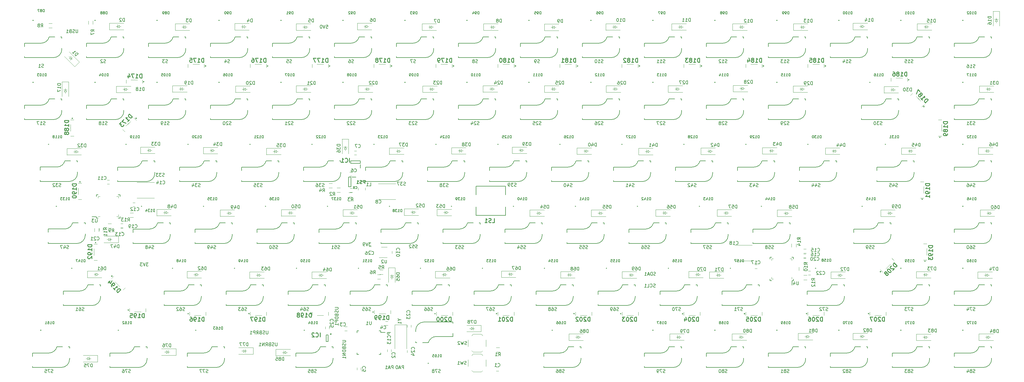
<source format=gbr>
G04 #@! TF.GenerationSoftware,KiCad,Pcbnew,(5.1.4)-1*
G04 #@! TF.CreationDate,2021-03-25T14:40:39-07:00*
G04 #@! TF.ProjectId,lux84,6c757838-342e-46b6-9963-61645f706362,rev?*
G04 #@! TF.SameCoordinates,Original*
G04 #@! TF.FileFunction,Legend,Bot*
G04 #@! TF.FilePolarity,Positive*
%FSLAX46Y46*%
G04 Gerber Fmt 4.6, Leading zero omitted, Abs format (unit mm)*
G04 Created by KiCad (PCBNEW (5.1.4)-1) date 2021-03-25 14:40:39*
%MOMM*%
%LPD*%
G04 APERTURE LIST*
%ADD10C,0.100000*%
%ADD11C,0.120000*%
%ADD12C,0.150000*%
%ADD13C,0.200000*%
%ADD14C,0.254000*%
%ADD15C,0.250000*%
G04 APERTURE END LIST*
D10*
X80206066Y-103390381D02*
X79640381Y-103956066D01*
X79923223Y-103673223D02*
X79569670Y-103319670D01*
X80630330Y-104380330D02*
X80347487Y-104097487D01*
X80347487Y-104097487D02*
X80206066Y-103390381D01*
X79640381Y-103956066D02*
X80347487Y-104097487D01*
X80347487Y-104097487D02*
X79958579Y-104486396D01*
X80347487Y-104097487D02*
X80736396Y-103708579D01*
D11*
X82794077Y-105107236D02*
X81379863Y-106521449D01*
X81368550Y-106532763D02*
X78226167Y-103390381D01*
X82782763Y-105118550D02*
X79640381Y-101976167D01*
D10*
X95046380Y-94576260D02*
X95046380Y-93776260D01*
X95046380Y-94176260D02*
X95546380Y-94176260D01*
X94046380Y-94176260D02*
X94446380Y-94176260D01*
X94446380Y-94176260D02*
X95046380Y-94576260D01*
X95046380Y-93776260D02*
X94446380Y-94176260D01*
X94446380Y-94176260D02*
X94446380Y-93626260D01*
X94446380Y-94176260D02*
X94446380Y-94726260D01*
D11*
X92002380Y-95192260D02*
X92002380Y-93192260D01*
X92002380Y-93176260D02*
X96446380Y-93176260D01*
X92002380Y-95176260D02*
X96446380Y-95176260D01*
D10*
X115282560Y-94761680D02*
X115282560Y-93961680D01*
X115282560Y-94361680D02*
X115782560Y-94361680D01*
X114282560Y-94361680D02*
X114682560Y-94361680D01*
X114682560Y-94361680D02*
X115282560Y-94761680D01*
X115282560Y-93961680D02*
X114682560Y-94361680D01*
X114682560Y-94361680D02*
X114682560Y-93811680D01*
X114682560Y-94361680D02*
X114682560Y-94911680D01*
D11*
X112238560Y-95377680D02*
X112238560Y-93377680D01*
X112238560Y-93361680D02*
X116682560Y-93361680D01*
X112238560Y-95361680D02*
X116682560Y-95361680D01*
D10*
X133547700Y-94675320D02*
X133547700Y-93875320D01*
X133547700Y-94275320D02*
X134047700Y-94275320D01*
X132547700Y-94275320D02*
X132947700Y-94275320D01*
X132947700Y-94275320D02*
X133547700Y-94675320D01*
X133547700Y-93875320D02*
X132947700Y-94275320D01*
X132947700Y-94275320D02*
X132947700Y-93725320D01*
X132947700Y-94275320D02*
X132947700Y-94825320D01*
D11*
X130503700Y-95291320D02*
X130503700Y-93291320D01*
X130503700Y-93275320D02*
X134947700Y-93275320D01*
X130503700Y-95275320D02*
X134947700Y-95275320D01*
D10*
X152491020Y-94784540D02*
X152491020Y-93984540D01*
X152491020Y-94384540D02*
X152991020Y-94384540D01*
X151491020Y-94384540D02*
X151891020Y-94384540D01*
X151891020Y-94384540D02*
X152491020Y-94784540D01*
X152491020Y-93984540D02*
X151891020Y-94384540D01*
X151891020Y-94384540D02*
X151891020Y-93834540D01*
X151891020Y-94384540D02*
X151891020Y-94934540D01*
D11*
X149447020Y-95400540D02*
X149447020Y-93400540D01*
X149447020Y-93384540D02*
X153891020Y-93384540D01*
X149447020Y-95384540D02*
X153891020Y-95384540D01*
D10*
X171220980Y-94599120D02*
X171220980Y-93799120D01*
X171220980Y-94199120D02*
X171720980Y-94199120D01*
X170220980Y-94199120D02*
X170620980Y-94199120D01*
X170620980Y-94199120D02*
X171220980Y-94599120D01*
X171220980Y-93799120D02*
X170620980Y-94199120D01*
X170620980Y-94199120D02*
X170620980Y-93649120D01*
X170620980Y-94199120D02*
X170620980Y-94749120D01*
D11*
X168176980Y-95215120D02*
X168176980Y-93215120D01*
X168176980Y-93199120D02*
X172620980Y-93199120D01*
X168176980Y-95199120D02*
X172620980Y-95199120D01*
D10*
X191116800Y-94782000D02*
X191116800Y-93982000D01*
X191116800Y-94382000D02*
X191616800Y-94382000D01*
X190116800Y-94382000D02*
X190516800Y-94382000D01*
X190516800Y-94382000D02*
X191116800Y-94782000D01*
X191116800Y-93982000D02*
X190516800Y-94382000D01*
X190516800Y-94382000D02*
X190516800Y-93832000D01*
X190516800Y-94382000D02*
X190516800Y-94932000D01*
D11*
X188072800Y-95398000D02*
X188072800Y-93398000D01*
X188072800Y-93382000D02*
X192516800Y-93382000D01*
X188072800Y-95382000D02*
X192516800Y-95382000D01*
D10*
X210065200Y-94782000D02*
X210065200Y-93982000D01*
X210065200Y-94382000D02*
X210565200Y-94382000D01*
X209065200Y-94382000D02*
X209465200Y-94382000D01*
X209465200Y-94382000D02*
X210065200Y-94782000D01*
X210065200Y-93982000D02*
X209465200Y-94382000D01*
X209465200Y-94382000D02*
X209465200Y-93832000D01*
X209465200Y-94382000D02*
X209465200Y-94932000D01*
D11*
X207021200Y-95398000D02*
X207021200Y-93398000D01*
X207021200Y-93382000D02*
X211465200Y-93382000D01*
X207021200Y-95382000D02*
X211465200Y-95382000D01*
D10*
X228726580Y-94825180D02*
X228726580Y-94025180D01*
X228726580Y-94425180D02*
X229226580Y-94425180D01*
X227726580Y-94425180D02*
X228126580Y-94425180D01*
X228126580Y-94425180D02*
X228726580Y-94825180D01*
X228726580Y-94025180D02*
X228126580Y-94425180D01*
X228126580Y-94425180D02*
X228126580Y-93875180D01*
X228126580Y-94425180D02*
X228126580Y-94975180D01*
D11*
X225682580Y-95441180D02*
X225682580Y-93441180D01*
X225682580Y-93425180D02*
X230126580Y-93425180D01*
X225682580Y-95425180D02*
X230126580Y-95425180D01*
D10*
X247606400Y-94731200D02*
X247606400Y-93931200D01*
X247606400Y-94331200D02*
X248106400Y-94331200D01*
X246606400Y-94331200D02*
X247006400Y-94331200D01*
X247006400Y-94331200D02*
X247606400Y-94731200D01*
X247606400Y-93931200D02*
X247006400Y-94331200D01*
X247006400Y-94331200D02*
X247006400Y-93781200D01*
X247006400Y-94331200D02*
X247006400Y-94881200D01*
D11*
X244562400Y-95347200D02*
X244562400Y-93347200D01*
X244562400Y-93331200D02*
X249006400Y-93331200D01*
X244562400Y-95331200D02*
X249006400Y-95331200D01*
D10*
X267867980Y-94728660D02*
X267867980Y-93928660D01*
X267867980Y-94328660D02*
X268367980Y-94328660D01*
X266867980Y-94328660D02*
X267267980Y-94328660D01*
X267267980Y-94328660D02*
X267867980Y-94728660D01*
X267867980Y-93928660D02*
X267267980Y-94328660D01*
X267267980Y-94328660D02*
X267267980Y-93778660D01*
X267267980Y-94328660D02*
X267267980Y-94878660D01*
D11*
X264823980Y-95344660D02*
X264823980Y-93344660D01*
X264823980Y-93328660D02*
X269267980Y-93328660D01*
X264823980Y-95328660D02*
X269267980Y-95328660D01*
D10*
X286600480Y-94754060D02*
X286600480Y-93954060D01*
X286600480Y-94354060D02*
X287100480Y-94354060D01*
X285600480Y-94354060D02*
X286000480Y-94354060D01*
X286000480Y-94354060D02*
X286600480Y-94754060D01*
X286600480Y-93954060D02*
X286000480Y-94354060D01*
X286000480Y-94354060D02*
X286000480Y-93804060D01*
X286000480Y-94354060D02*
X286000480Y-94904060D01*
D11*
X283556480Y-95370060D02*
X283556480Y-93370060D01*
X283556480Y-93354060D02*
X288000480Y-93354060D01*
X283556480Y-95354060D02*
X288000480Y-95354060D01*
D10*
X305264400Y-94787080D02*
X305264400Y-93987080D01*
X305264400Y-94387080D02*
X305764400Y-94387080D01*
X304264400Y-94387080D02*
X304664400Y-94387080D01*
X304664400Y-94387080D02*
X305264400Y-94787080D01*
X305264400Y-93987080D02*
X304664400Y-94387080D01*
X304664400Y-94387080D02*
X304664400Y-93837080D01*
X304664400Y-94387080D02*
X304664400Y-94937080D01*
D11*
X302220400Y-95403080D02*
X302220400Y-93403080D01*
X302220400Y-93387080D02*
X306664400Y-93387080D01*
X302220400Y-95387080D02*
X306664400Y-95387080D01*
D10*
X323600660Y-94586420D02*
X323600660Y-93786420D01*
X323600660Y-94186420D02*
X324100660Y-94186420D01*
X322600660Y-94186420D02*
X323000660Y-94186420D01*
X323000660Y-94186420D02*
X323600660Y-94586420D01*
X323600660Y-93786420D02*
X323000660Y-94186420D01*
X323000660Y-94186420D02*
X323000660Y-93636420D01*
X323000660Y-94186420D02*
X323000660Y-94736420D01*
D11*
X320556660Y-95202420D02*
X320556660Y-93202420D01*
X320556660Y-93186420D02*
X325000660Y-93186420D01*
X320556660Y-95186420D02*
X325000660Y-95186420D01*
D10*
X343341540Y-94715960D02*
X343341540Y-93915960D01*
X343341540Y-94315960D02*
X343841540Y-94315960D01*
X342341540Y-94315960D02*
X342741540Y-94315960D01*
X342741540Y-94315960D02*
X343341540Y-94715960D01*
X343341540Y-93915960D02*
X342741540Y-94315960D01*
X342741540Y-94315960D02*
X342741540Y-93765960D01*
X342741540Y-94315960D02*
X342741540Y-94865960D01*
D11*
X340297540Y-95331960D02*
X340297540Y-93331960D01*
X340297540Y-93315960D02*
X344741540Y-93315960D01*
X340297540Y-95315960D02*
X344741540Y-95315960D01*
D10*
X364195180Y-92584760D02*
X364995180Y-92584760D01*
X364595180Y-92584760D02*
X364595180Y-93084760D01*
X364595180Y-91584760D02*
X364595180Y-91984760D01*
X364595180Y-91984760D02*
X364195180Y-92584760D01*
X364995180Y-92584760D02*
X364595180Y-91984760D01*
X364595180Y-91984760D02*
X365145180Y-91984760D01*
X364595180Y-91984760D02*
X364045180Y-91984760D01*
D11*
X363579180Y-89540760D02*
X365579180Y-89540760D01*
X365595180Y-89540760D02*
X365595180Y-93984760D01*
X363595180Y-89540760D02*
X363595180Y-93984760D01*
D10*
X78071800Y-114266200D02*
X78871800Y-114266200D01*
X78471800Y-114266200D02*
X78471800Y-114766200D01*
X78471800Y-113266200D02*
X78471800Y-113666200D01*
X78471800Y-113666200D02*
X78071800Y-114266200D01*
X78871800Y-114266200D02*
X78471800Y-113666200D01*
X78471800Y-113666200D02*
X79021800Y-113666200D01*
X78471800Y-113666200D02*
X77921800Y-113666200D01*
D11*
X77455800Y-111222200D02*
X79455800Y-111222200D01*
X79471800Y-111222200D02*
X79471800Y-115666200D01*
X77471800Y-111222200D02*
X77471800Y-115666200D01*
D10*
X97187600Y-113933600D02*
X97187600Y-113133600D01*
X97187600Y-113533600D02*
X97687600Y-113533600D01*
X96187600Y-113533600D02*
X96587600Y-113533600D01*
X96587600Y-113533600D02*
X97187600Y-113933600D01*
X97187600Y-113133600D02*
X96587600Y-113533600D01*
X96587600Y-113533600D02*
X96587600Y-112983600D01*
X96587600Y-113533600D02*
X96587600Y-114083600D01*
D11*
X94143600Y-114549600D02*
X94143600Y-112549600D01*
X94143600Y-112533600D02*
X98587600Y-112533600D01*
X94143600Y-114533600D02*
X98587600Y-114533600D01*
D10*
X114457060Y-113773580D02*
X114457060Y-112973580D01*
X114457060Y-113373580D02*
X114957060Y-113373580D01*
X113457060Y-113373580D02*
X113857060Y-113373580D01*
X113857060Y-113373580D02*
X114457060Y-113773580D01*
X114457060Y-112973580D02*
X113857060Y-113373580D01*
X113857060Y-113373580D02*
X113857060Y-112823580D01*
X113857060Y-113373580D02*
X113857060Y-113923580D01*
D11*
X111413060Y-114389580D02*
X111413060Y-112389580D01*
X111413060Y-112373580D02*
X115857060Y-112373580D01*
X111413060Y-114373580D02*
X115857060Y-114373580D01*
D10*
X133842340Y-113857400D02*
X133842340Y-113057400D01*
X133842340Y-113457400D02*
X134342340Y-113457400D01*
X132842340Y-113457400D02*
X133242340Y-113457400D01*
X133242340Y-113457400D02*
X133842340Y-113857400D01*
X133842340Y-113057400D02*
X133242340Y-113457400D01*
X133242340Y-113457400D02*
X133242340Y-112907400D01*
X133242340Y-113457400D02*
X133242340Y-114007400D01*
D11*
X130798340Y-114473400D02*
X130798340Y-112473400D01*
X130798340Y-112457400D02*
X135242340Y-112457400D01*
X130798340Y-114457400D02*
X135242340Y-114457400D01*
D10*
X152480860Y-113826920D02*
X152480860Y-113026920D01*
X152480860Y-113426920D02*
X152980860Y-113426920D01*
X151480860Y-113426920D02*
X151880860Y-113426920D01*
X151880860Y-113426920D02*
X152480860Y-113826920D01*
X152480860Y-113026920D02*
X151880860Y-113426920D01*
X151880860Y-113426920D02*
X151880860Y-112876920D01*
X151880860Y-113426920D02*
X151880860Y-113976920D01*
D11*
X149436860Y-114442920D02*
X149436860Y-112442920D01*
X149436860Y-112426920D02*
X153880860Y-112426920D01*
X149436860Y-114426920D02*
X153880860Y-114426920D01*
D10*
X171546100Y-113832000D02*
X171546100Y-113032000D01*
X171546100Y-113432000D02*
X172046100Y-113432000D01*
X170546100Y-113432000D02*
X170946100Y-113432000D01*
X170946100Y-113432000D02*
X171546100Y-113832000D01*
X171546100Y-113032000D02*
X170946100Y-113432000D01*
X170946100Y-113432000D02*
X170946100Y-112882000D01*
X170946100Y-113432000D02*
X170946100Y-113982000D01*
D11*
X168502100Y-114448000D02*
X168502100Y-112448000D01*
X168502100Y-112432000D02*
X172946100Y-112432000D01*
X168502100Y-114432000D02*
X172946100Y-114432000D01*
D10*
X191342860Y-113842160D02*
X191342860Y-113042160D01*
X191342860Y-113442160D02*
X191842860Y-113442160D01*
X190342860Y-113442160D02*
X190742860Y-113442160D01*
X190742860Y-113442160D02*
X191342860Y-113842160D01*
X191342860Y-113042160D02*
X190742860Y-113442160D01*
X190742860Y-113442160D02*
X190742860Y-112892160D01*
X190742860Y-113442160D02*
X190742860Y-113992160D01*
D11*
X188298860Y-114458160D02*
X188298860Y-112458160D01*
X188298860Y-112442160D02*
X192742860Y-112442160D01*
X188298860Y-114442160D02*
X192742860Y-114442160D01*
D10*
X209900100Y-113771040D02*
X209900100Y-112971040D01*
X209900100Y-113371040D02*
X210400100Y-113371040D01*
X208900100Y-113371040D02*
X209300100Y-113371040D01*
X209300100Y-113371040D02*
X209900100Y-113771040D01*
X209900100Y-112971040D02*
X209300100Y-113371040D01*
X209300100Y-113371040D02*
X209300100Y-112821040D01*
X209300100Y-113371040D02*
X209300100Y-113921040D01*
D11*
X206856100Y-114387040D02*
X206856100Y-112387040D01*
X206856100Y-112371040D02*
X211300100Y-112371040D01*
X206856100Y-114371040D02*
X211300100Y-114371040D01*
D10*
X228721500Y-113798980D02*
X228721500Y-112998980D01*
X228721500Y-113398980D02*
X229221500Y-113398980D01*
X227721500Y-113398980D02*
X228121500Y-113398980D01*
X228121500Y-113398980D02*
X228721500Y-113798980D01*
X228721500Y-112998980D02*
X228121500Y-113398980D01*
X228121500Y-113398980D02*
X228121500Y-112848980D01*
X228121500Y-113398980D02*
X228121500Y-113948980D01*
D11*
X225677500Y-114414980D02*
X225677500Y-112414980D01*
X225677500Y-112398980D02*
X230121500Y-112398980D01*
X225677500Y-114398980D02*
X230121500Y-114398980D01*
D10*
X247730860Y-113788820D02*
X247730860Y-112988820D01*
X247730860Y-113388820D02*
X248230860Y-113388820D01*
X246730860Y-113388820D02*
X247130860Y-113388820D01*
X247130860Y-113388820D02*
X247730860Y-113788820D01*
X247730860Y-112988820D02*
X247130860Y-113388820D01*
X247130860Y-113388820D02*
X247130860Y-112838820D01*
X247130860Y-113388820D02*
X247130860Y-113938820D01*
D11*
X244686860Y-114404820D02*
X244686860Y-112404820D01*
X244686860Y-112388820D02*
X249130860Y-112388820D01*
X244686860Y-114388820D02*
X249130860Y-114388820D01*
D10*
X266806260Y-113798980D02*
X266806260Y-112998980D01*
X266806260Y-113398980D02*
X267306260Y-113398980D01*
X265806260Y-113398980D02*
X266206260Y-113398980D01*
X266206260Y-113398980D02*
X266806260Y-113798980D01*
X266806260Y-112998980D02*
X266206260Y-113398980D01*
X266206260Y-113398980D02*
X266206260Y-112848980D01*
X266206260Y-113398980D02*
X266206260Y-113948980D01*
D11*
X263762260Y-114414980D02*
X263762260Y-112414980D01*
X263762260Y-112398980D02*
X268206260Y-112398980D01*
X263762260Y-114398980D02*
X268206260Y-114398980D01*
D10*
X286757960Y-113671980D02*
X286757960Y-112871980D01*
X286757960Y-113271980D02*
X287257960Y-113271980D01*
X285757960Y-113271980D02*
X286157960Y-113271980D01*
X286157960Y-113271980D02*
X286757960Y-113671980D01*
X286757960Y-112871980D02*
X286157960Y-113271980D01*
X286157960Y-113271980D02*
X286157960Y-112721980D01*
X286157960Y-113271980D02*
X286157960Y-113821980D01*
D11*
X283713960Y-114287980D02*
X283713960Y-112287980D01*
X283713960Y-112271980D02*
X288157960Y-112271980D01*
X283713960Y-114271980D02*
X288157960Y-114271980D01*
D10*
X305162800Y-113854860D02*
X305162800Y-113054860D01*
X305162800Y-113454860D02*
X305662800Y-113454860D01*
X304162800Y-113454860D02*
X304562800Y-113454860D01*
X304562800Y-113454860D02*
X305162800Y-113854860D01*
X305162800Y-113054860D02*
X304562800Y-113454860D01*
X304562800Y-113454860D02*
X304562800Y-112904860D01*
X304562800Y-113454860D02*
X304562800Y-114004860D01*
D11*
X302118800Y-114470860D02*
X302118800Y-112470860D01*
X302118800Y-112454860D02*
X306562800Y-112454860D01*
X302118800Y-114454860D02*
X306562800Y-114454860D01*
D10*
X333102800Y-114035200D02*
X333102800Y-113235200D01*
X333102800Y-113635200D02*
X333602800Y-113635200D01*
X332102800Y-113635200D02*
X332502800Y-113635200D01*
X332502800Y-113635200D02*
X333102800Y-114035200D01*
X333102800Y-113235200D02*
X332502800Y-113635200D01*
X332502800Y-113635200D02*
X332502800Y-113085200D01*
X332502800Y-113635200D02*
X332502800Y-114185200D01*
D11*
X330058800Y-114651200D02*
X330058800Y-112651200D01*
X330058800Y-112635200D02*
X334502800Y-112635200D01*
X330058800Y-114635200D02*
X334502800Y-114635200D01*
D10*
X362411860Y-113839620D02*
X362411860Y-113039620D01*
X362411860Y-113439620D02*
X362911860Y-113439620D01*
X361411860Y-113439620D02*
X361811860Y-113439620D01*
X361811860Y-113439620D02*
X362411860Y-113839620D01*
X362411860Y-113039620D02*
X361811860Y-113439620D01*
X361811860Y-113439620D02*
X361811860Y-112889620D01*
X361811860Y-113439620D02*
X361811860Y-113989620D01*
D11*
X359367860Y-114455620D02*
X359367860Y-112455620D01*
X359367860Y-112439620D02*
X363811860Y-112439620D01*
X359367860Y-114439620D02*
X363811860Y-114439620D01*
D10*
X81998400Y-133085200D02*
X81998400Y-132285200D01*
X81998400Y-132685200D02*
X82498400Y-132685200D01*
X80998400Y-132685200D02*
X81398400Y-132685200D01*
X81398400Y-132685200D02*
X81998400Y-133085200D01*
X81998400Y-132285200D02*
X81398400Y-132685200D01*
X81398400Y-132685200D02*
X81398400Y-132135200D01*
X81398400Y-132685200D02*
X81398400Y-133235200D01*
D11*
X78954400Y-133701200D02*
X78954400Y-131701200D01*
X78954400Y-131685200D02*
X83398400Y-131685200D01*
X78954400Y-133685200D02*
X83398400Y-133685200D01*
D10*
X104589160Y-132658480D02*
X104589160Y-131858480D01*
X104589160Y-132258480D02*
X105089160Y-132258480D01*
X103589160Y-132258480D02*
X103989160Y-132258480D01*
X103989160Y-132258480D02*
X104589160Y-132658480D01*
X104589160Y-131858480D02*
X103989160Y-132258480D01*
X103989160Y-132258480D02*
X103989160Y-131708480D01*
X103989160Y-132258480D02*
X103989160Y-132808480D01*
D11*
X101545160Y-133274480D02*
X101545160Y-131274480D01*
X101545160Y-131258480D02*
X105989160Y-131258480D01*
X101545160Y-133258480D02*
X105989160Y-133258480D01*
D10*
X123893160Y-132724520D02*
X123893160Y-131924520D01*
X123893160Y-132324520D02*
X124393160Y-132324520D01*
X122893160Y-132324520D02*
X123293160Y-132324520D01*
X123293160Y-132324520D02*
X123893160Y-132724520D01*
X123893160Y-131924520D02*
X123293160Y-132324520D01*
X123293160Y-132324520D02*
X123293160Y-131774520D01*
X123293160Y-132324520D02*
X123293160Y-132874520D01*
D11*
X120849160Y-133340520D02*
X120849160Y-131340520D01*
X120849160Y-131324520D02*
X125293160Y-131324520D01*
X120849160Y-133324520D02*
X125293160Y-133324520D01*
D10*
X143349560Y-132998840D02*
X143349560Y-132198840D01*
X143349560Y-132598840D02*
X143849560Y-132598840D01*
X142349560Y-132598840D02*
X142749560Y-132598840D01*
X142749560Y-132598840D02*
X143349560Y-132998840D01*
X143349560Y-132198840D02*
X142749560Y-132598840D01*
X142749560Y-132598840D02*
X142749560Y-132048840D01*
X142749560Y-132598840D02*
X142749560Y-133148840D01*
D11*
X140305560Y-133614840D02*
X140305560Y-131614840D01*
X140305560Y-131598840D02*
X144749560Y-131598840D01*
X140305560Y-133598840D02*
X144749560Y-133598840D01*
D10*
X164127000Y-131903960D02*
X164927000Y-131903960D01*
X164527000Y-131903960D02*
X164527000Y-132403960D01*
X164527000Y-130903960D02*
X164527000Y-131303960D01*
X164527000Y-131303960D02*
X164127000Y-131903960D01*
X164927000Y-131903960D02*
X164527000Y-131303960D01*
X164527000Y-131303960D02*
X165077000Y-131303960D01*
X164527000Y-131303960D02*
X163977000Y-131303960D01*
D11*
X163511000Y-128859960D02*
X165511000Y-128859960D01*
X165527000Y-128859960D02*
X165527000Y-133303960D01*
X163527000Y-128859960D02*
X163527000Y-133303960D01*
D10*
X181116820Y-132912480D02*
X181116820Y-132112480D01*
X181116820Y-132512480D02*
X181616820Y-132512480D01*
X180116820Y-132512480D02*
X180516820Y-132512480D01*
X180516820Y-132512480D02*
X181116820Y-132912480D01*
X181116820Y-132112480D02*
X180516820Y-132512480D01*
X180516820Y-132512480D02*
X180516820Y-131962480D01*
X180516820Y-132512480D02*
X180516820Y-133062480D01*
D11*
X178072820Y-133528480D02*
X178072820Y-131528480D01*
X178072820Y-131512480D02*
X182516820Y-131512480D01*
X178072820Y-133512480D02*
X182516820Y-133512480D01*
D10*
X200192220Y-132813420D02*
X200192220Y-132013420D01*
X200192220Y-132413420D02*
X200692220Y-132413420D01*
X199192220Y-132413420D02*
X199592220Y-132413420D01*
X199592220Y-132413420D02*
X200192220Y-132813420D01*
X200192220Y-132013420D02*
X199592220Y-132413420D01*
X199592220Y-132413420D02*
X199592220Y-131863420D01*
X199592220Y-132413420D02*
X199592220Y-132963420D01*
D11*
X197148220Y-133429420D02*
X197148220Y-131429420D01*
X197148220Y-131413420D02*
X201592220Y-131413420D01*
X197148220Y-133413420D02*
X201592220Y-133413420D01*
D10*
X218858680Y-132648320D02*
X218858680Y-131848320D01*
X218858680Y-132248320D02*
X219358680Y-132248320D01*
X217858680Y-132248320D02*
X218258680Y-132248320D01*
X218258680Y-132248320D02*
X218858680Y-132648320D01*
X218858680Y-131848320D02*
X218258680Y-132248320D01*
X218258680Y-132248320D02*
X218258680Y-131698320D01*
X218258680Y-132248320D02*
X218258680Y-132798320D01*
D11*
X215814680Y-133264320D02*
X215814680Y-131264320D01*
X215814680Y-131248320D02*
X220258680Y-131248320D01*
X215814680Y-133248320D02*
X220258680Y-133248320D01*
D10*
X238779900Y-132899780D02*
X238779900Y-132099780D01*
X238779900Y-132499780D02*
X239279900Y-132499780D01*
X237779900Y-132499780D02*
X238179900Y-132499780D01*
X238179900Y-132499780D02*
X238779900Y-132899780D01*
X238779900Y-132099780D02*
X238179900Y-132499780D01*
X238179900Y-132499780D02*
X238179900Y-131949780D01*
X238179900Y-132499780D02*
X238179900Y-133049780D01*
D11*
X235735900Y-133515780D02*
X235735900Y-131515780D01*
X235735900Y-131499780D02*
X240179900Y-131499780D01*
X235735900Y-133499780D02*
X240179900Y-133499780D01*
D10*
X257702900Y-133006460D02*
X257702900Y-132206460D01*
X257702900Y-132606460D02*
X258202900Y-132606460D01*
X256702900Y-132606460D02*
X257102900Y-132606460D01*
X257102900Y-132606460D02*
X257702900Y-133006460D01*
X257702900Y-132206460D02*
X257102900Y-132606460D01*
X257102900Y-132606460D02*
X257102900Y-132056460D01*
X257102900Y-132606460D02*
X257102900Y-133156460D01*
D11*
X254658900Y-133622460D02*
X254658900Y-131622460D01*
X254658900Y-131606460D02*
X259102900Y-131606460D01*
X254658900Y-133606460D02*
X259102900Y-133606460D01*
D10*
X276818940Y-132935340D02*
X276818940Y-132135340D01*
X276818940Y-132535340D02*
X277318940Y-132535340D01*
X275818940Y-132535340D02*
X276218940Y-132535340D01*
X276218940Y-132535340D02*
X276818940Y-132935340D01*
X276818940Y-132135340D02*
X276218940Y-132535340D01*
X276218940Y-132535340D02*
X276218940Y-131985340D01*
X276218940Y-132535340D02*
X276218940Y-133085340D01*
D11*
X273774940Y-133551340D02*
X273774940Y-131551340D01*
X273774940Y-131535340D02*
X278218940Y-131535340D01*
X273774940Y-133535340D02*
X278218940Y-133535340D01*
D10*
X295757180Y-132813420D02*
X295757180Y-132013420D01*
X295757180Y-132413420D02*
X296257180Y-132413420D01*
X294757180Y-132413420D02*
X295157180Y-132413420D01*
X295157180Y-132413420D02*
X295757180Y-132813420D01*
X295757180Y-132013420D02*
X295157180Y-132413420D01*
X295157180Y-132413420D02*
X295157180Y-131863420D01*
X295157180Y-132413420D02*
X295157180Y-132963420D01*
D11*
X292713180Y-133429420D02*
X292713180Y-131429420D01*
X292713180Y-131413420D02*
X297157180Y-131413420D01*
X292713180Y-133413420D02*
X297157180Y-133413420D01*
D10*
X315078960Y-132894700D02*
X315078960Y-132094700D01*
X315078960Y-132494700D02*
X315578960Y-132494700D01*
X314078960Y-132494700D02*
X314478960Y-132494700D01*
X314478960Y-132494700D02*
X315078960Y-132894700D01*
X315078960Y-132094700D02*
X314478960Y-132494700D01*
X314478960Y-132494700D02*
X314478960Y-131944700D01*
X314478960Y-132494700D02*
X314478960Y-133044700D01*
D11*
X312034960Y-133510700D02*
X312034960Y-131510700D01*
X312034960Y-131494700D02*
X316478960Y-131494700D01*
X312034960Y-133494700D02*
X316478960Y-133494700D01*
D10*
X338444420Y-132899780D02*
X338444420Y-132099780D01*
X338444420Y-132499780D02*
X338944420Y-132499780D01*
X337444420Y-132499780D02*
X337844420Y-132499780D01*
X337844420Y-132499780D02*
X338444420Y-132899780D01*
X338444420Y-132099780D02*
X337844420Y-132499780D01*
X337844420Y-132499780D02*
X337844420Y-131949780D01*
X337844420Y-132499780D02*
X337844420Y-133049780D01*
D11*
X335400420Y-133515780D02*
X335400420Y-131515780D01*
X335400420Y-131499780D02*
X339844420Y-131499780D01*
X335400420Y-133499780D02*
X339844420Y-133499780D01*
D10*
X362122300Y-132854060D02*
X362122300Y-132054060D01*
X362122300Y-132454060D02*
X362622300Y-132454060D01*
X361122300Y-132454060D02*
X361522300Y-132454060D01*
X361522300Y-132454060D02*
X362122300Y-132854060D01*
X362122300Y-132054060D02*
X361522300Y-132454060D01*
X361522300Y-132454060D02*
X361522300Y-131904060D01*
X361522300Y-132454060D02*
X361522300Y-133004060D01*
D11*
X359078300Y-133470060D02*
X359078300Y-131470060D01*
X359078300Y-131454060D02*
X363522300Y-131454060D01*
X359078300Y-133454060D02*
X363522300Y-133454060D01*
D10*
X91760000Y-159260000D02*
X91760000Y-160060000D01*
X91760000Y-159660000D02*
X91260000Y-159660000D01*
X92760000Y-159660000D02*
X92360000Y-159660000D01*
X92360000Y-159660000D02*
X91760000Y-159260000D01*
X91760000Y-160060000D02*
X92360000Y-159660000D01*
X92360000Y-159660000D02*
X92360000Y-160210000D01*
X92360000Y-159660000D02*
X92360000Y-159110000D01*
D11*
X94804000Y-158644000D02*
X94804000Y-160644000D01*
X94804000Y-160660000D02*
X90360000Y-160660000D01*
X94804000Y-158660000D02*
X90360000Y-158660000D01*
D10*
X109618360Y-151797380D02*
X109618360Y-150997380D01*
X109618360Y-151397380D02*
X110118360Y-151397380D01*
X108618360Y-151397380D02*
X109018360Y-151397380D01*
X109018360Y-151397380D02*
X109618360Y-151797380D01*
X109618360Y-150997380D02*
X109018360Y-151397380D01*
X109018360Y-151397380D02*
X109018360Y-150847380D01*
X109018360Y-151397380D02*
X109018360Y-151947380D01*
D11*
X106574360Y-152413380D02*
X106574360Y-150413380D01*
X106574360Y-150397380D02*
X111018360Y-150397380D01*
X106574360Y-152397380D02*
X111018360Y-152397380D01*
D10*
X129079840Y-151965020D02*
X129079840Y-151165020D01*
X129079840Y-151565020D02*
X129579840Y-151565020D01*
X128079840Y-151565020D02*
X128479840Y-151565020D01*
X128479840Y-151565020D02*
X129079840Y-151965020D01*
X129079840Y-151165020D02*
X128479840Y-151565020D01*
X128479840Y-151565020D02*
X128479840Y-151015020D01*
X128479840Y-151565020D02*
X128479840Y-152115020D01*
D11*
X126035840Y-152581020D02*
X126035840Y-150581020D01*
X126035840Y-150565020D02*
X130479840Y-150565020D01*
X126035840Y-152565020D02*
X130479840Y-152565020D01*
D10*
X147891080Y-151878660D02*
X147891080Y-151078660D01*
X147891080Y-151478660D02*
X148391080Y-151478660D01*
X146891080Y-151478660D02*
X147291080Y-151478660D01*
X147291080Y-151478660D02*
X147891080Y-151878660D01*
X147891080Y-151078660D02*
X147291080Y-151478660D01*
X147291080Y-151478660D02*
X147291080Y-150928660D01*
X147291080Y-151478660D02*
X147291080Y-152028660D01*
D11*
X144847080Y-152494660D02*
X144847080Y-150494660D01*
X144847080Y-150478660D02*
X149291080Y-150478660D01*
X144847080Y-152478660D02*
X149291080Y-152478660D01*
D10*
X166849640Y-151906600D02*
X166849640Y-151106600D01*
X166849640Y-151506600D02*
X167349640Y-151506600D01*
X165849640Y-151506600D02*
X166249640Y-151506600D01*
X166249640Y-151506600D02*
X166849640Y-151906600D01*
X166849640Y-151106600D02*
X166249640Y-151506600D01*
X166249640Y-151506600D02*
X166249640Y-150956600D01*
X166249640Y-151506600D02*
X166249640Y-152056600D01*
D11*
X163805640Y-152522600D02*
X163805640Y-150522600D01*
X163805640Y-150506600D02*
X168249640Y-150506600D01*
X163805640Y-152506600D02*
X168249640Y-152506600D01*
D10*
X185635480Y-151678000D02*
X185635480Y-150878000D01*
X185635480Y-151278000D02*
X186135480Y-151278000D01*
X184635480Y-151278000D02*
X185035480Y-151278000D01*
X185035480Y-151278000D02*
X185635480Y-151678000D01*
X185635480Y-150878000D02*
X185035480Y-151278000D01*
X185035480Y-151278000D02*
X185035480Y-150728000D01*
X185035480Y-151278000D02*
X185035480Y-151828000D01*
D11*
X182591480Y-152294000D02*
X182591480Y-150294000D01*
X182591480Y-150278000D02*
X187035480Y-150278000D01*
X182591480Y-152278000D02*
X187035480Y-152278000D01*
D10*
X195739600Y-151779600D02*
X195739600Y-150979600D01*
X195739600Y-151379600D02*
X196239600Y-151379600D01*
X194739600Y-151379600D02*
X195139600Y-151379600D01*
X195139600Y-151379600D02*
X195739600Y-151779600D01*
X195739600Y-150979600D02*
X195139600Y-151379600D01*
X195139600Y-151379600D02*
X195139600Y-150829600D01*
X195139600Y-151379600D02*
X195139600Y-151929600D01*
D11*
X192695600Y-152395600D02*
X192695600Y-150395600D01*
X192695600Y-150379600D02*
X197139600Y-150379600D01*
X192695600Y-152379600D02*
X197139600Y-152379600D01*
D10*
X224268880Y-151965020D02*
X224268880Y-151165020D01*
X224268880Y-151565020D02*
X224768880Y-151565020D01*
X223268880Y-151565020D02*
X223668880Y-151565020D01*
X223668880Y-151565020D02*
X224268880Y-151965020D01*
X224268880Y-151165020D02*
X223668880Y-151565020D01*
X223668880Y-151565020D02*
X223668880Y-151015020D01*
X223668880Y-151565020D02*
X223668880Y-152115020D01*
D11*
X221224880Y-152581020D02*
X221224880Y-150581020D01*
X221224880Y-150565020D02*
X225668880Y-150565020D01*
X221224880Y-152565020D02*
X225668880Y-152565020D01*
D10*
X243166480Y-151977720D02*
X243166480Y-151177720D01*
X243166480Y-151577720D02*
X243666480Y-151577720D01*
X242166480Y-151577720D02*
X242566480Y-151577720D01*
X242566480Y-151577720D02*
X243166480Y-151977720D01*
X243166480Y-151177720D02*
X242566480Y-151577720D01*
X242566480Y-151577720D02*
X242566480Y-151027720D01*
X242566480Y-151577720D02*
X242566480Y-152127720D01*
D11*
X240122480Y-152593720D02*
X240122480Y-150593720D01*
X240122480Y-150577720D02*
X244566480Y-150577720D01*
X240122480Y-152577720D02*
X244566480Y-152577720D01*
D10*
X262991180Y-151896440D02*
X262991180Y-151096440D01*
X262991180Y-151496440D02*
X263491180Y-151496440D01*
X261991180Y-151496440D02*
X262391180Y-151496440D01*
X262391180Y-151496440D02*
X262991180Y-151896440D01*
X262991180Y-151096440D02*
X262391180Y-151496440D01*
X262391180Y-151496440D02*
X262391180Y-150946440D01*
X262391180Y-151496440D02*
X262391180Y-152046440D01*
D11*
X259947180Y-152512440D02*
X259947180Y-150512440D01*
X259947180Y-150496440D02*
X264391180Y-150496440D01*
X259947180Y-152496440D02*
X264391180Y-152496440D01*
D10*
X281830360Y-151921840D02*
X281830360Y-151121840D01*
X281830360Y-151521840D02*
X282330360Y-151521840D01*
X280830360Y-151521840D02*
X281230360Y-151521840D01*
X281230360Y-151521840D02*
X281830360Y-151921840D01*
X281830360Y-151121840D02*
X281230360Y-151521840D01*
X281230360Y-151521840D02*
X281230360Y-150971840D01*
X281230360Y-151521840D02*
X281230360Y-152071840D01*
D11*
X278786360Y-152537840D02*
X278786360Y-150537840D01*
X278786360Y-150521840D02*
X283230360Y-150521840D01*
X278786360Y-152521840D02*
X283230360Y-152521840D01*
D10*
X300296160Y-152018360D02*
X300296160Y-151218360D01*
X300296160Y-151618360D02*
X300796160Y-151618360D01*
X299296160Y-151618360D02*
X299696160Y-151618360D01*
X299696160Y-151618360D02*
X300296160Y-152018360D01*
X300296160Y-151218360D02*
X299696160Y-151618360D01*
X299696160Y-151618360D02*
X299696160Y-151068360D01*
X299696160Y-151618360D02*
X299696160Y-152168360D01*
D11*
X297252160Y-152634360D02*
X297252160Y-150634360D01*
X297252160Y-150618360D02*
X301696160Y-150618360D01*
X297252160Y-152618360D02*
X301696160Y-152618360D01*
D10*
X332109660Y-151972640D02*
X332109660Y-151172640D01*
X332109660Y-151572640D02*
X332609660Y-151572640D01*
X331109660Y-151572640D02*
X331509660Y-151572640D01*
X331509660Y-151572640D02*
X332109660Y-151972640D01*
X332109660Y-151172640D02*
X331509660Y-151572640D01*
X331509660Y-151572640D02*
X331509660Y-151022640D01*
X331509660Y-151572640D02*
X331509660Y-152122640D01*
D11*
X329065660Y-152588640D02*
X329065660Y-150588640D01*
X329065660Y-150572640D02*
X333509660Y-150572640D01*
X329065660Y-152572640D02*
X333509660Y-152572640D01*
D10*
X362658240Y-151965020D02*
X362658240Y-151165020D01*
X362658240Y-151565020D02*
X363158240Y-151565020D01*
X361658240Y-151565020D02*
X362058240Y-151565020D01*
X362058240Y-151565020D02*
X362658240Y-151965020D01*
X362658240Y-151165020D02*
X362058240Y-151565020D01*
X362058240Y-151565020D02*
X362058240Y-151015020D01*
X362058240Y-151565020D02*
X362058240Y-152115020D01*
D11*
X359614240Y-152581020D02*
X359614240Y-150581020D01*
X359614240Y-150565020D02*
X364058240Y-150565020D01*
X359614240Y-152565020D02*
X364058240Y-152565020D01*
D10*
X88246800Y-170809280D02*
X88246800Y-170009280D01*
X88246800Y-170409280D02*
X88746800Y-170409280D01*
X87246800Y-170409280D02*
X87646800Y-170409280D01*
X87646800Y-170409280D02*
X88246800Y-170809280D01*
X88246800Y-170009280D02*
X87646800Y-170409280D01*
X87646800Y-170409280D02*
X87646800Y-169859280D01*
X87646800Y-170409280D02*
X87646800Y-170959280D01*
D11*
X85202800Y-171425280D02*
X85202800Y-169425280D01*
X85202800Y-169409280D02*
X89646800Y-169409280D01*
X85202800Y-171409280D02*
X89646800Y-171409280D01*
D10*
X118932540Y-170880400D02*
X118932540Y-170080400D01*
X118932540Y-170480400D02*
X119432540Y-170480400D01*
X117932540Y-170480400D02*
X118332540Y-170480400D01*
X118332540Y-170480400D02*
X118932540Y-170880400D01*
X118932540Y-170080400D02*
X118332540Y-170480400D01*
X118332540Y-170480400D02*
X118332540Y-169930400D01*
X118332540Y-170480400D02*
X118332540Y-171030400D01*
D11*
X115888540Y-171496400D02*
X115888540Y-169496400D01*
X115888540Y-169480400D02*
X120332540Y-169480400D01*
X115888540Y-171480400D02*
X120332540Y-171480400D01*
D10*
X138160340Y-171015020D02*
X138160340Y-170215020D01*
X138160340Y-170615020D02*
X138660340Y-170615020D01*
X137160340Y-170615020D02*
X137560340Y-170615020D01*
X137560340Y-170615020D02*
X138160340Y-171015020D01*
X138160340Y-170215020D02*
X137560340Y-170615020D01*
X137560340Y-170615020D02*
X137560340Y-170065020D01*
X137560340Y-170615020D02*
X137560340Y-171165020D01*
D11*
X135116340Y-171631020D02*
X135116340Y-169631020D01*
X135116340Y-169615020D02*
X139560340Y-169615020D01*
X135116340Y-171615020D02*
X139560340Y-171615020D01*
D10*
X157319560Y-171055660D02*
X157319560Y-170255660D01*
X157319560Y-170655660D02*
X157819560Y-170655660D01*
X156319560Y-170655660D02*
X156719560Y-170655660D01*
X156719560Y-170655660D02*
X157319560Y-171055660D01*
X157319560Y-170255660D02*
X156719560Y-170655660D01*
X156719560Y-170655660D02*
X156719560Y-170105660D01*
X156719560Y-170655660D02*
X156719560Y-171205660D01*
D11*
X154275560Y-171671660D02*
X154275560Y-169671660D01*
X154275560Y-169655660D02*
X158719560Y-169655660D01*
X154275560Y-171655660D02*
X158719560Y-171655660D01*
D10*
X178427200Y-171416200D02*
X179227200Y-171416200D01*
X178827200Y-171416200D02*
X178827200Y-171916200D01*
X178827200Y-170416200D02*
X178827200Y-170816200D01*
X178827200Y-170816200D02*
X178427200Y-171416200D01*
X179227200Y-171416200D02*
X178827200Y-170816200D01*
X178827200Y-170816200D02*
X179377200Y-170816200D01*
X178827200Y-170816200D02*
X178277200Y-170816200D01*
D11*
X177811200Y-168372200D02*
X179811200Y-168372200D01*
X179827200Y-168372200D02*
X179827200Y-172816200D01*
X177827200Y-168372200D02*
X177827200Y-172816200D01*
D10*
X195251920Y-170882940D02*
X195251920Y-170082940D01*
X195251920Y-170482940D02*
X195751920Y-170482940D01*
X194251920Y-170482940D02*
X194651920Y-170482940D01*
X194651920Y-170482940D02*
X195251920Y-170882940D01*
X195251920Y-170082940D02*
X194651920Y-170482940D01*
X194651920Y-170482940D02*
X194651920Y-169932940D01*
X194651920Y-170482940D02*
X194651920Y-171032940D01*
D11*
X192207920Y-171498940D02*
X192207920Y-169498940D01*
X192207920Y-169482940D02*
X196651920Y-169482940D01*
X192207920Y-171482940D02*
X196651920Y-171482940D01*
D10*
X215528740Y-170735620D02*
X215528740Y-169935620D01*
X215528740Y-170335620D02*
X216028740Y-170335620D01*
X214528740Y-170335620D02*
X214928740Y-170335620D01*
X214928740Y-170335620D02*
X215528740Y-170735620D01*
X215528740Y-169935620D02*
X214928740Y-170335620D01*
X214928740Y-170335620D02*
X214928740Y-169785620D01*
X214928740Y-170335620D02*
X214928740Y-170885620D01*
D11*
X212484740Y-171351620D02*
X212484740Y-169351620D01*
X212484740Y-169335620D02*
X216928740Y-169335620D01*
X212484740Y-171335620D02*
X216928740Y-171335620D01*
D10*
X233704980Y-170926120D02*
X233704980Y-170126120D01*
X233704980Y-170526120D02*
X234204980Y-170526120D01*
X232704980Y-170526120D02*
X233104980Y-170526120D01*
X233104980Y-170526120D02*
X233704980Y-170926120D01*
X233704980Y-170126120D02*
X233104980Y-170526120D01*
X233104980Y-170526120D02*
X233104980Y-169976120D01*
X233104980Y-170526120D02*
X233104980Y-171076120D01*
D11*
X230660980Y-171542120D02*
X230660980Y-169542120D01*
X230660980Y-169526120D02*
X235104980Y-169526120D01*
X230660980Y-171526120D02*
X235104980Y-171526120D01*
D10*
X252663540Y-170984540D02*
X252663540Y-170184540D01*
X252663540Y-170584540D02*
X253163540Y-170584540D01*
X251663540Y-170584540D02*
X252063540Y-170584540D01*
X252063540Y-170584540D02*
X252663540Y-170984540D01*
X252663540Y-170184540D02*
X252063540Y-170584540D01*
X252063540Y-170584540D02*
X252063540Y-170034540D01*
X252063540Y-170584540D02*
X252063540Y-171134540D01*
D11*
X249619540Y-171600540D02*
X249619540Y-169600540D01*
X249619540Y-169584540D02*
X254063540Y-169584540D01*
X249619540Y-171584540D02*
X254063540Y-171584540D01*
D10*
X273105460Y-170844840D02*
X273105460Y-170044840D01*
X273105460Y-170444840D02*
X273605460Y-170444840D01*
X272105460Y-170444840D02*
X272505460Y-170444840D01*
X272505460Y-170444840D02*
X273105460Y-170844840D01*
X273105460Y-170044840D02*
X272505460Y-170444840D01*
X272505460Y-170444840D02*
X272505460Y-169894840D01*
X272505460Y-170444840D02*
X272505460Y-170994840D01*
D11*
X270061460Y-171460840D02*
X270061460Y-169460840D01*
X270061460Y-169444840D02*
X274505460Y-169444840D01*
X270061460Y-171444840D02*
X274505460Y-171444840D01*
D10*
X279458000Y-171020100D02*
X279458000Y-170220100D01*
X279458000Y-170620100D02*
X279958000Y-170620100D01*
X278458000Y-170620100D02*
X278858000Y-170620100D01*
X278858000Y-170620100D02*
X279458000Y-171020100D01*
X279458000Y-170220100D02*
X278858000Y-170620100D01*
X278858000Y-170620100D02*
X278858000Y-170070100D01*
X278858000Y-170620100D02*
X278858000Y-171170100D01*
D11*
X276414000Y-171636100D02*
X276414000Y-169636100D01*
X276414000Y-169620100D02*
X280858000Y-169620100D01*
X276414000Y-171620100D02*
X280858000Y-171620100D01*
D10*
X316796000Y-171048040D02*
X316796000Y-170248040D01*
X316796000Y-170648040D02*
X317296000Y-170648040D01*
X315796000Y-170648040D02*
X316196000Y-170648040D01*
X316196000Y-170648040D02*
X316796000Y-171048040D01*
X316796000Y-170248040D02*
X316196000Y-170648040D01*
X316196000Y-170648040D02*
X316196000Y-170098040D01*
X316196000Y-170648040D02*
X316196000Y-171198040D01*
D11*
X313752000Y-171664040D02*
X313752000Y-169664040D01*
X313752000Y-169648040D02*
X318196000Y-169648040D01*
X313752000Y-171648040D02*
X318196000Y-171648040D01*
D10*
X343085000Y-170913420D02*
X343085000Y-170113420D01*
X343085000Y-170513420D02*
X343585000Y-170513420D01*
X342085000Y-170513420D02*
X342485000Y-170513420D01*
X342485000Y-170513420D02*
X343085000Y-170913420D01*
X343085000Y-170113420D02*
X342485000Y-170513420D01*
X342485000Y-170513420D02*
X342485000Y-169963420D01*
X342485000Y-170513420D02*
X342485000Y-171063420D01*
D11*
X340041000Y-171529420D02*
X340041000Y-169529420D01*
X340041000Y-169513420D02*
X344485000Y-169513420D01*
X340041000Y-171513420D02*
X344485000Y-171513420D01*
D10*
X361939420Y-171020100D02*
X361939420Y-170220100D01*
X361939420Y-170620100D02*
X362439420Y-170620100D01*
X360939420Y-170620100D02*
X361339420Y-170620100D01*
X361339420Y-170620100D02*
X361939420Y-171020100D01*
X361939420Y-170220100D02*
X361339420Y-170620100D01*
X361339420Y-170620100D02*
X361339420Y-170070100D01*
X361339420Y-170620100D02*
X361339420Y-171170100D01*
D11*
X358895420Y-171636100D02*
X358895420Y-169636100D01*
X358895420Y-169620100D02*
X363339420Y-169620100D01*
X358895420Y-171620100D02*
X363339420Y-171620100D01*
X88403200Y-195286800D02*
X83959200Y-195286800D01*
X88403200Y-197286800D02*
X83959200Y-197286800D01*
X88403200Y-195270800D02*
X88403200Y-197270800D01*
D10*
X85959200Y-196286800D02*
X85959200Y-195736800D01*
X85959200Y-196286800D02*
X85959200Y-196836800D01*
X85359200Y-196686800D02*
X85959200Y-196286800D01*
X85959200Y-196286800D02*
X85359200Y-195886800D01*
X86359200Y-196286800D02*
X85959200Y-196286800D01*
X85359200Y-196286800D02*
X84859200Y-196286800D01*
X85359200Y-195886800D02*
X85359200Y-196686800D01*
X109438400Y-193854800D02*
X109438400Y-194654800D01*
X109438400Y-194254800D02*
X108938400Y-194254800D01*
X110438400Y-194254800D02*
X110038400Y-194254800D01*
X110038400Y-194254800D02*
X109438400Y-193854800D01*
X109438400Y-194654800D02*
X110038400Y-194254800D01*
X110038400Y-194254800D02*
X110038400Y-194804800D01*
X110038400Y-194254800D02*
X110038400Y-193704800D01*
D11*
X112482400Y-193238800D02*
X112482400Y-195238800D01*
X112482400Y-195254800D02*
X108038400Y-195254800D01*
X112482400Y-193254800D02*
X108038400Y-193254800D01*
D10*
X133162000Y-193550000D02*
X133162000Y-194350000D01*
X133162000Y-193950000D02*
X132662000Y-193950000D01*
X134162000Y-193950000D02*
X133762000Y-193950000D01*
X133762000Y-193950000D02*
X133162000Y-193550000D01*
X133162000Y-194350000D02*
X133762000Y-193950000D01*
X133762000Y-193950000D02*
X133762000Y-194500000D01*
X133762000Y-193950000D02*
X133762000Y-193400000D01*
D11*
X136206000Y-192934000D02*
X136206000Y-194934000D01*
X136206000Y-194950000D02*
X131762000Y-194950000D01*
X136206000Y-192950000D02*
X131762000Y-192950000D01*
D10*
X267240600Y-190062480D02*
X267240600Y-189262480D01*
X267240600Y-189662480D02*
X267740600Y-189662480D01*
X266240600Y-189662480D02*
X266640600Y-189662480D01*
X266640600Y-189662480D02*
X267240600Y-190062480D01*
X267240600Y-189262480D02*
X266640600Y-189662480D01*
X266640600Y-189662480D02*
X266640600Y-189112480D01*
X266640600Y-189662480D02*
X266640600Y-190212480D01*
D11*
X264196600Y-190678480D02*
X264196600Y-188678480D01*
X264196600Y-188662480D02*
X268640600Y-188662480D01*
X264196600Y-190662480D02*
X268640600Y-190662480D01*
D10*
X306737600Y-189945640D02*
X306737600Y-189145640D01*
X306737600Y-189545640D02*
X307237600Y-189545640D01*
X305737600Y-189545640D02*
X306137600Y-189545640D01*
X306137600Y-189545640D02*
X306737600Y-189945640D01*
X306737600Y-189145640D02*
X306137600Y-189545640D01*
X306137600Y-189545640D02*
X306137600Y-188995640D01*
X306137600Y-189545640D02*
X306137600Y-190095640D01*
D11*
X303693600Y-190561640D02*
X303693600Y-188561640D01*
X303693600Y-188545640D02*
X308137600Y-188545640D01*
X303693600Y-190545640D02*
X308137600Y-190545640D01*
D10*
X323613360Y-189877060D02*
X323613360Y-189077060D01*
X323613360Y-189477060D02*
X324113360Y-189477060D01*
X322613360Y-189477060D02*
X323013360Y-189477060D01*
X323013360Y-189477060D02*
X323613360Y-189877060D01*
X323613360Y-189077060D02*
X323013360Y-189477060D01*
X323013360Y-189477060D02*
X323013360Y-188927060D01*
X323013360Y-189477060D02*
X323013360Y-190027060D01*
D11*
X320569360Y-190493060D02*
X320569360Y-188493060D01*
X320569360Y-188477060D02*
X325013360Y-188477060D01*
X320569360Y-190477060D02*
X325013360Y-190477060D01*
D10*
X343054520Y-190136140D02*
X343054520Y-189336140D01*
X343054520Y-189736140D02*
X343554520Y-189736140D01*
X342054520Y-189736140D02*
X342454520Y-189736140D01*
X342454520Y-189736140D02*
X343054520Y-190136140D01*
X343054520Y-189336140D02*
X342454520Y-189736140D01*
X342454520Y-189736140D02*
X342454520Y-189186140D01*
X342454520Y-189736140D02*
X342454520Y-190286140D01*
D11*
X340010520Y-190752140D02*
X340010520Y-188752140D01*
X340010520Y-188736140D02*
X344454520Y-188736140D01*
X340010520Y-190736140D02*
X344454520Y-190736140D01*
D10*
X362287400Y-190115820D02*
X362287400Y-189315820D01*
X362287400Y-189715820D02*
X362787400Y-189715820D01*
X361287400Y-189715820D02*
X361687400Y-189715820D01*
X361687400Y-189715820D02*
X362287400Y-190115820D01*
X362287400Y-189315820D02*
X361687400Y-189715820D01*
X361687400Y-189715820D02*
X361687400Y-189165820D01*
X361687400Y-189715820D02*
X361687400Y-190265820D01*
D11*
X359243400Y-190731820D02*
X359243400Y-188731820D01*
X359243400Y-188715820D02*
X363687400Y-188715820D01*
X359243400Y-190715820D02*
X363687400Y-190715820D01*
D10*
X146209600Y-194807200D02*
X146209600Y-194007200D01*
X146209600Y-194407200D02*
X146709600Y-194407200D01*
X145209600Y-194407200D02*
X145609600Y-194407200D01*
X145609600Y-194407200D02*
X146209600Y-194807200D01*
X146209600Y-194007200D02*
X145609600Y-194407200D01*
X145609600Y-194407200D02*
X145609600Y-193857200D01*
X145609600Y-194407200D02*
X145609600Y-194957200D01*
D11*
X143165600Y-195423200D02*
X143165600Y-193423200D01*
X143165600Y-193407200D02*
X147609600Y-193407200D01*
X143165600Y-195407200D02*
X147609600Y-195407200D01*
D10*
X236283080Y-190075180D02*
X236283080Y-189275180D01*
X236283080Y-189675180D02*
X236783080Y-189675180D01*
X235283080Y-189675180D02*
X235683080Y-189675180D01*
X235683080Y-189675180D02*
X236283080Y-190075180D01*
X236283080Y-189275180D02*
X235683080Y-189675180D01*
X235683080Y-189675180D02*
X235683080Y-189125180D01*
X235683080Y-189675180D02*
X235683080Y-190225180D01*
D11*
X233239080Y-190691180D02*
X233239080Y-188691180D01*
X233239080Y-188675180D02*
X237683080Y-188675180D01*
X233239080Y-190675180D02*
X237683080Y-190675180D01*
D10*
X203215200Y-186641200D02*
X203215200Y-187441200D01*
X203215200Y-187041200D02*
X202715200Y-187041200D01*
X204215200Y-187041200D02*
X203815200Y-187041200D01*
X203815200Y-187041200D02*
X203215200Y-186641200D01*
X203215200Y-187441200D02*
X203815200Y-187041200D01*
X203815200Y-187041200D02*
X203815200Y-187591200D01*
X203815200Y-187041200D02*
X203815200Y-186491200D01*
D11*
X206259200Y-186025200D02*
X206259200Y-188025200D01*
X206259200Y-188041200D02*
X201815200Y-188041200D01*
X206259200Y-186041200D02*
X201815200Y-186041200D01*
D10*
X286448080Y-190059940D02*
X286448080Y-189259940D01*
X286448080Y-189659940D02*
X286948080Y-189659940D01*
X285448080Y-189659940D02*
X285848080Y-189659940D01*
X285848080Y-189659940D02*
X286448080Y-190059940D01*
X286448080Y-189259940D02*
X285848080Y-189659940D01*
X285848080Y-189659940D02*
X285848080Y-189109940D01*
X285848080Y-189659940D02*
X285848080Y-190209940D01*
D11*
X283404080Y-190675940D02*
X283404080Y-188675940D01*
X283404080Y-188659940D02*
X287848080Y-188659940D01*
X283404080Y-190659940D02*
X287848080Y-190659940D01*
D12*
X65975000Y-122830000D02*
X65975000Y-122449000D01*
X77024000Y-116480000D02*
X77405000Y-116480000D01*
X65975000Y-119401000D02*
X65975000Y-118385000D01*
X74865000Y-122830000D02*
X65975000Y-122830000D01*
X77405000Y-120290000D02*
X77405000Y-119909000D01*
X73519162Y-116461040D02*
G75*
G02X71055000Y-118385000I-2464162J616040D01*
G01*
X77405000Y-116861000D02*
X77405000Y-116480000D01*
X73519162Y-116480000D02*
X75246000Y-116480000D01*
X65975000Y-118385000D02*
X71055000Y-118385000D01*
X77405000Y-120290000D02*
G75*
G02X74865000Y-122830000I-2540000J0D01*
G01*
X332199000Y-158390000D02*
G75*
G02X329659000Y-160930000I-2540000J0D01*
G01*
X320769000Y-156485000D02*
X325849000Y-156485000D01*
X328313162Y-154580000D02*
X330040000Y-154580000D01*
X332199000Y-154961000D02*
X332199000Y-154580000D01*
X328313162Y-154561040D02*
G75*
G02X325849000Y-156485000I-2464162J616040D01*
G01*
X332199000Y-158390000D02*
X332199000Y-158009000D01*
X329659000Y-160930000D02*
X320769000Y-160930000D01*
X320769000Y-157501000D02*
X320769000Y-156485000D01*
X331818000Y-154580000D02*
X332199000Y-154580000D01*
X320769000Y-160930000D02*
X320769000Y-160549000D01*
X175391000Y-187785000D02*
X175391000Y-188235000D01*
X168141000Y-187785000D02*
X168141000Y-188310000D01*
X168141000Y-195035000D02*
X168141000Y-194510000D01*
X175391000Y-195035000D02*
X175391000Y-194510000D01*
X175391000Y-187785000D02*
X174866000Y-187785000D01*
X175391000Y-195035000D02*
X174866000Y-195035000D01*
X168141000Y-195035000D02*
X168666000Y-195035000D01*
X168141000Y-187785000D02*
X168666000Y-187785000D01*
X175391000Y-188235000D02*
X176766000Y-188235000D01*
D11*
X162995000Y-143841600D02*
X161995000Y-143841600D01*
X161995000Y-145201600D02*
X162995000Y-145201600D01*
D13*
X182764400Y-92329200D02*
X182764400Y-92329200D01*
X182964400Y-92329200D02*
X182964400Y-92329200D01*
X182964400Y-92329200D02*
G75*
G02X182764400Y-92329200I-100000J0D01*
G01*
X182764400Y-92329200D02*
G75*
G02X182964400Y-92329200I100000J0D01*
G01*
D12*
X88029400Y-145900400D02*
X88554400Y-145900400D01*
X95279400Y-145900400D02*
X94754400Y-145900400D01*
X88029400Y-145900400D02*
X88029400Y-146425400D01*
X88029400Y-152725400D02*
X86654400Y-152725400D01*
X88029400Y-153150400D02*
X88554400Y-153150400D01*
X88029400Y-153150400D02*
X88029400Y-152725400D01*
X95279400Y-153150400D02*
X95279400Y-152625400D01*
X95279400Y-145900400D02*
X95279400Y-146425400D01*
X95279400Y-153150400D02*
X94754400Y-153150400D01*
D11*
X88534400Y-152645400D02*
X89104400Y-152645400D01*
X94774400Y-152025400D02*
X94774400Y-152645400D01*
X94204400Y-146405400D02*
X94774400Y-146405400D01*
X94774400Y-146405400D02*
X94774400Y-146975400D01*
X89104400Y-146405400D02*
X88534400Y-146405400D01*
X88534400Y-146405400D02*
X88534400Y-146975400D01*
X94204400Y-152645400D02*
X94774400Y-152645400D01*
D12*
X295014000Y-172352800D02*
X295014000Y-171827800D01*
X295014000Y-165102800D02*
X295014000Y-165627800D01*
X295014000Y-172352800D02*
X295539000Y-172352800D01*
X301839000Y-172352800D02*
X301839000Y-173727800D01*
X302264000Y-172352800D02*
X302264000Y-171827800D01*
X302264000Y-172352800D02*
X301839000Y-172352800D01*
X302264000Y-165102800D02*
X301739000Y-165102800D01*
X295014000Y-165102800D02*
X295539000Y-165102800D01*
X302264000Y-165102800D02*
X302264000Y-165627800D01*
D11*
X301759000Y-171847800D02*
X301759000Y-171277800D01*
X301139000Y-165607800D02*
X301759000Y-165607800D01*
X295519000Y-166177800D02*
X295519000Y-165607800D01*
X295519000Y-165607800D02*
X296089000Y-165607800D01*
X295519000Y-171277800D02*
X295519000Y-171847800D01*
X295519000Y-171847800D02*
X296089000Y-171847800D01*
X301759000Y-166177800D02*
X301759000Y-165607800D01*
D12*
X65975000Y-103780000D02*
X65975000Y-103399000D01*
X77024000Y-97430000D02*
X77405000Y-97430000D01*
X65975000Y-100351000D02*
X65975000Y-99335000D01*
X74865000Y-103780000D02*
X65975000Y-103780000D01*
X77405000Y-101240000D02*
X77405000Y-100859000D01*
X73519162Y-97411040D02*
G75*
G02X71055000Y-99335000I-2464162J616040D01*
G01*
X77405000Y-97811000D02*
X77405000Y-97430000D01*
X73519162Y-97430000D02*
X75246000Y-97430000D01*
X65975000Y-99335000D02*
X71055000Y-99335000D01*
X77405000Y-101240000D02*
G75*
G02X74865000Y-103780000I-2540000J0D01*
G01*
X351725000Y-103780000D02*
X351725000Y-103399000D01*
X362774000Y-97430000D02*
X363155000Y-97430000D01*
X351725000Y-100351000D02*
X351725000Y-99335000D01*
X360615000Y-103780000D02*
X351725000Y-103780000D01*
X363155000Y-101240000D02*
X363155000Y-100859000D01*
X359269162Y-97411040D02*
G75*
G02X356805000Y-99335000I-2464162J616040D01*
G01*
X363155000Y-97811000D02*
X363155000Y-97430000D01*
X359269162Y-97430000D02*
X360996000Y-97430000D01*
X351725000Y-99335000D02*
X356805000Y-99335000D01*
X363155000Y-101240000D02*
G75*
G02X360615000Y-103780000I-2540000J0D01*
G01*
D13*
X68464400Y-92329200D02*
G75*
G02X68664400Y-92329200I100000J0D01*
G01*
X68664400Y-92329200D02*
G75*
G02X68464400Y-92329200I-100000J0D01*
G01*
X68664400Y-92329200D02*
X68664400Y-92329200D01*
X68464400Y-92329200D02*
X68464400Y-92329200D01*
X87514400Y-92329200D02*
G75*
G02X87714400Y-92329200I100000J0D01*
G01*
X87714400Y-92329200D02*
G75*
G02X87514400Y-92329200I-100000J0D01*
G01*
X87714400Y-92329200D02*
X87714400Y-92329200D01*
X87514400Y-92329200D02*
X87514400Y-92329200D01*
X106564400Y-92329200D02*
G75*
G02X106764400Y-92329200I100000J0D01*
G01*
X106764400Y-92329200D02*
G75*
G02X106564400Y-92329200I-100000J0D01*
G01*
X106764400Y-92329200D02*
X106764400Y-92329200D01*
X106564400Y-92329200D02*
X106564400Y-92329200D01*
X125614400Y-92329200D02*
G75*
G02X125814400Y-92329200I100000J0D01*
G01*
X125814400Y-92329200D02*
G75*
G02X125614400Y-92329200I-100000J0D01*
G01*
X125814400Y-92329200D02*
X125814400Y-92329200D01*
X125614400Y-92329200D02*
X125614400Y-92329200D01*
X144664400Y-92329200D02*
G75*
G02X144864400Y-92329200I100000J0D01*
G01*
X144864400Y-92329200D02*
G75*
G02X144664400Y-92329200I-100000J0D01*
G01*
X144864400Y-92329200D02*
X144864400Y-92329200D01*
X144664400Y-92329200D02*
X144664400Y-92329200D01*
X163714400Y-92329200D02*
G75*
G02X163914400Y-92329200I100000J0D01*
G01*
X163914400Y-92329200D02*
G75*
G02X163714400Y-92329200I-100000J0D01*
G01*
X163914400Y-92329200D02*
X163914400Y-92329200D01*
X163714400Y-92329200D02*
X163714400Y-92329200D01*
X201814400Y-92329200D02*
G75*
G02X202014400Y-92329200I100000J0D01*
G01*
X202014400Y-92329200D02*
G75*
G02X201814400Y-92329200I-100000J0D01*
G01*
X202014400Y-92329200D02*
X202014400Y-92329200D01*
X201814400Y-92329200D02*
X201814400Y-92329200D01*
X220864400Y-92329200D02*
G75*
G02X221064400Y-92329200I100000J0D01*
G01*
X221064400Y-92329200D02*
G75*
G02X220864400Y-92329200I-100000J0D01*
G01*
X221064400Y-92329200D02*
X221064400Y-92329200D01*
X220864400Y-92329200D02*
X220864400Y-92329200D01*
X239914400Y-92329200D02*
G75*
G02X240114400Y-92329200I100000J0D01*
G01*
X240114400Y-92329200D02*
G75*
G02X239914400Y-92329200I-100000J0D01*
G01*
X240114400Y-92329200D02*
X240114400Y-92329200D01*
X239914400Y-92329200D02*
X239914400Y-92329200D01*
X258964400Y-92329200D02*
G75*
G02X259164400Y-92329200I100000J0D01*
G01*
X259164400Y-92329200D02*
G75*
G02X258964400Y-92329200I-100000J0D01*
G01*
X259164400Y-92329200D02*
X259164400Y-92329200D01*
X258964400Y-92329200D02*
X258964400Y-92329200D01*
X278014400Y-92329200D02*
G75*
G02X278214400Y-92329200I100000J0D01*
G01*
X278214400Y-92329200D02*
G75*
G02X278014400Y-92329200I-100000J0D01*
G01*
X278214400Y-92329200D02*
X278214400Y-92329200D01*
X278014400Y-92329200D02*
X278014400Y-92329200D01*
X297064400Y-92329200D02*
G75*
G02X297264400Y-92329200I100000J0D01*
G01*
X297264400Y-92329200D02*
G75*
G02X297064400Y-92329200I-100000J0D01*
G01*
X297264400Y-92329200D02*
X297264400Y-92329200D01*
X297064400Y-92329200D02*
X297064400Y-92329200D01*
X316114400Y-92329200D02*
G75*
G02X316314400Y-92329200I100000J0D01*
G01*
X316314400Y-92329200D02*
G75*
G02X316114400Y-92329200I-100000J0D01*
G01*
X316314400Y-92329200D02*
X316314400Y-92329200D01*
X316114400Y-92329200D02*
X316114400Y-92329200D01*
X335164400Y-92329200D02*
G75*
G02X335364400Y-92329200I100000J0D01*
G01*
X335364400Y-92329200D02*
G75*
G02X335164400Y-92329200I-100000J0D01*
G01*
X335364400Y-92329200D02*
X335364400Y-92329200D01*
X335164400Y-92329200D02*
X335164400Y-92329200D01*
X354214400Y-92329200D02*
G75*
G02X354414400Y-92329200I100000J0D01*
G01*
X354414400Y-92329200D02*
G75*
G02X354214400Y-92329200I-100000J0D01*
G01*
X354414400Y-92329200D02*
X354414400Y-92329200D01*
X354214400Y-92329200D02*
X354214400Y-92329200D01*
X68464400Y-111379200D02*
G75*
G02X68664400Y-111379200I100000J0D01*
G01*
X68664400Y-111379200D02*
G75*
G02X68464400Y-111379200I-100000J0D01*
G01*
X68664400Y-111379200D02*
X68664400Y-111379200D01*
X68464400Y-111379200D02*
X68464400Y-111379200D01*
X87514400Y-111379200D02*
G75*
G02X87714400Y-111379200I100000J0D01*
G01*
X87714400Y-111379200D02*
G75*
G02X87514400Y-111379200I-100000J0D01*
G01*
X87714400Y-111379200D02*
X87714400Y-111379200D01*
X87514400Y-111379200D02*
X87514400Y-111379200D01*
X106564400Y-111379200D02*
G75*
G02X106764400Y-111379200I100000J0D01*
G01*
X106764400Y-111379200D02*
G75*
G02X106564400Y-111379200I-100000J0D01*
G01*
X106764400Y-111379200D02*
X106764400Y-111379200D01*
X106564400Y-111379200D02*
X106564400Y-111379200D01*
X125614400Y-111379200D02*
G75*
G02X125814400Y-111379200I100000J0D01*
G01*
X125814400Y-111379200D02*
G75*
G02X125614400Y-111379200I-100000J0D01*
G01*
X125814400Y-111379200D02*
X125814400Y-111379200D01*
X125614400Y-111379200D02*
X125614400Y-111379200D01*
X144664400Y-111379200D02*
G75*
G02X144864400Y-111379200I100000J0D01*
G01*
X144864400Y-111379200D02*
G75*
G02X144664400Y-111379200I-100000J0D01*
G01*
X144864400Y-111379200D02*
X144864400Y-111379200D01*
X144664400Y-111379200D02*
X144664400Y-111379200D01*
X163714400Y-111379200D02*
G75*
G02X163914400Y-111379200I100000J0D01*
G01*
X163914400Y-111379200D02*
G75*
G02X163714400Y-111379200I-100000J0D01*
G01*
X163914400Y-111379200D02*
X163914400Y-111379200D01*
X163714400Y-111379200D02*
X163714400Y-111379200D01*
X182764400Y-111379200D02*
G75*
G02X182964400Y-111379200I100000J0D01*
G01*
X182964400Y-111379200D02*
G75*
G02X182764400Y-111379200I-100000J0D01*
G01*
X182964400Y-111379200D02*
X182964400Y-111379200D01*
X182764400Y-111379200D02*
X182764400Y-111379200D01*
X201814400Y-111379200D02*
G75*
G02X202014400Y-111379200I100000J0D01*
G01*
X202014400Y-111379200D02*
G75*
G02X201814400Y-111379200I-100000J0D01*
G01*
X202014400Y-111379200D02*
X202014400Y-111379200D01*
X201814400Y-111379200D02*
X201814400Y-111379200D01*
X220864400Y-111379200D02*
G75*
G02X221064400Y-111379200I100000J0D01*
G01*
X221064400Y-111379200D02*
G75*
G02X220864400Y-111379200I-100000J0D01*
G01*
X221064400Y-111379200D02*
X221064400Y-111379200D01*
X220864400Y-111379200D02*
X220864400Y-111379200D01*
X239914400Y-111379200D02*
G75*
G02X240114400Y-111379200I100000J0D01*
G01*
X240114400Y-111379200D02*
G75*
G02X239914400Y-111379200I-100000J0D01*
G01*
X240114400Y-111379200D02*
X240114400Y-111379200D01*
X239914400Y-111379200D02*
X239914400Y-111379200D01*
X258964400Y-111379200D02*
G75*
G02X259164400Y-111379200I100000J0D01*
G01*
X259164400Y-111379200D02*
G75*
G02X258964400Y-111379200I-100000J0D01*
G01*
X259164400Y-111379200D02*
X259164400Y-111379200D01*
X258964400Y-111379200D02*
X258964400Y-111379200D01*
X278014400Y-111379200D02*
G75*
G02X278214400Y-111379200I100000J0D01*
G01*
X278214400Y-111379200D02*
G75*
G02X278014400Y-111379200I-100000J0D01*
G01*
X278214400Y-111379200D02*
X278214400Y-111379200D01*
X278014400Y-111379200D02*
X278014400Y-111379200D01*
X297064400Y-111379200D02*
G75*
G02X297264400Y-111379200I100000J0D01*
G01*
X297264400Y-111379200D02*
G75*
G02X297064400Y-111379200I-100000J0D01*
G01*
X297264400Y-111379200D02*
X297264400Y-111379200D01*
X297064400Y-111379200D02*
X297064400Y-111379200D01*
X325639400Y-111379200D02*
G75*
G02X325839400Y-111379200I100000J0D01*
G01*
X325839400Y-111379200D02*
G75*
G02X325639400Y-111379200I-100000J0D01*
G01*
X325839400Y-111379200D02*
X325839400Y-111379200D01*
X325639400Y-111379200D02*
X325639400Y-111379200D01*
X354214400Y-111379200D02*
G75*
G02X354414400Y-111379200I100000J0D01*
G01*
X354414400Y-111379200D02*
G75*
G02X354214400Y-111379200I-100000J0D01*
G01*
X354414400Y-111379200D02*
X354414400Y-111379200D01*
X354214400Y-111379200D02*
X354214400Y-111379200D01*
X73226900Y-130429200D02*
G75*
G02X73426900Y-130429200I100000J0D01*
G01*
X73426900Y-130429200D02*
G75*
G02X73226900Y-130429200I-100000J0D01*
G01*
X73426900Y-130429200D02*
X73426900Y-130429200D01*
X73226900Y-130429200D02*
X73226900Y-130429200D01*
X97039400Y-130429200D02*
G75*
G02X97239400Y-130429200I100000J0D01*
G01*
X97239400Y-130429200D02*
G75*
G02X97039400Y-130429200I-100000J0D01*
G01*
X97239400Y-130429200D02*
X97239400Y-130429200D01*
X97039400Y-130429200D02*
X97039400Y-130429200D01*
X116089400Y-130429200D02*
G75*
G02X116289400Y-130429200I100000J0D01*
G01*
X116289400Y-130429200D02*
G75*
G02X116089400Y-130429200I-100000J0D01*
G01*
X116289400Y-130429200D02*
X116289400Y-130429200D01*
X116089400Y-130429200D02*
X116089400Y-130429200D01*
X135139400Y-130429200D02*
G75*
G02X135339400Y-130429200I100000J0D01*
G01*
X135339400Y-130429200D02*
G75*
G02X135139400Y-130429200I-100000J0D01*
G01*
X135339400Y-130429200D02*
X135339400Y-130429200D01*
X135139400Y-130429200D02*
X135139400Y-130429200D01*
X154189400Y-130429200D02*
G75*
G02X154389400Y-130429200I100000J0D01*
G01*
X154389400Y-130429200D02*
G75*
G02X154189400Y-130429200I-100000J0D01*
G01*
X154389400Y-130429200D02*
X154389400Y-130429200D01*
X154189400Y-130429200D02*
X154189400Y-130429200D01*
X173239400Y-130429200D02*
G75*
G02X173439400Y-130429200I100000J0D01*
G01*
X173439400Y-130429200D02*
G75*
G02X173239400Y-130429200I-100000J0D01*
G01*
X173439400Y-130429200D02*
X173439400Y-130429200D01*
X173239400Y-130429200D02*
X173239400Y-130429200D01*
X192289400Y-130429200D02*
G75*
G02X192489400Y-130429200I100000J0D01*
G01*
X192489400Y-130429200D02*
G75*
G02X192289400Y-130429200I-100000J0D01*
G01*
X192489400Y-130429200D02*
X192489400Y-130429200D01*
X192289400Y-130429200D02*
X192289400Y-130429200D01*
X211339400Y-130429200D02*
G75*
G02X211539400Y-130429200I100000J0D01*
G01*
X211539400Y-130429200D02*
G75*
G02X211339400Y-130429200I-100000J0D01*
G01*
X211539400Y-130429200D02*
X211539400Y-130429200D01*
X211339400Y-130429200D02*
X211339400Y-130429200D01*
X230389400Y-130429200D02*
G75*
G02X230589400Y-130429200I100000J0D01*
G01*
X230589400Y-130429200D02*
G75*
G02X230389400Y-130429200I-100000J0D01*
G01*
X230589400Y-130429200D02*
X230589400Y-130429200D01*
X230389400Y-130429200D02*
X230389400Y-130429200D01*
X249439400Y-130429200D02*
G75*
G02X249639400Y-130429200I100000J0D01*
G01*
X249639400Y-130429200D02*
G75*
G02X249439400Y-130429200I-100000J0D01*
G01*
X249639400Y-130429200D02*
X249639400Y-130429200D01*
X249439400Y-130429200D02*
X249439400Y-130429200D01*
X268489400Y-130429200D02*
G75*
G02X268689400Y-130429200I100000J0D01*
G01*
X268689400Y-130429200D02*
G75*
G02X268489400Y-130429200I-100000J0D01*
G01*
X268689400Y-130429200D02*
X268689400Y-130429200D01*
X268489400Y-130429200D02*
X268489400Y-130429200D01*
X287539400Y-130429200D02*
G75*
G02X287739400Y-130429200I100000J0D01*
G01*
X287739400Y-130429200D02*
G75*
G02X287539400Y-130429200I-100000J0D01*
G01*
X287739400Y-130429200D02*
X287739400Y-130429200D01*
X287539400Y-130429200D02*
X287539400Y-130429200D01*
X306589400Y-130429200D02*
G75*
G02X306789400Y-130429200I100000J0D01*
G01*
X306789400Y-130429200D02*
G75*
G02X306589400Y-130429200I-100000J0D01*
G01*
X306789400Y-130429200D02*
X306789400Y-130429200D01*
X306589400Y-130429200D02*
X306589400Y-130429200D01*
X330402400Y-130429200D02*
G75*
G02X330602400Y-130429200I100000J0D01*
G01*
X330602400Y-130429200D02*
G75*
G02X330402400Y-130429200I-100000J0D01*
G01*
X330602400Y-130429200D02*
X330602400Y-130429200D01*
X330402400Y-130429200D02*
X330402400Y-130429200D01*
X354214400Y-130429200D02*
G75*
G02X354414400Y-130429200I100000J0D01*
G01*
X354414400Y-130429200D02*
G75*
G02X354214400Y-130429200I-100000J0D01*
G01*
X354414400Y-130429200D02*
X354414400Y-130429200D01*
X354214400Y-130429200D02*
X354214400Y-130429200D01*
X75608150Y-149479200D02*
G75*
G02X75808150Y-149479200I100000J0D01*
G01*
X75808150Y-149479200D02*
G75*
G02X75608150Y-149479200I-100000J0D01*
G01*
X75808150Y-149479200D02*
X75808150Y-149479200D01*
X75608150Y-149479200D02*
X75608150Y-149479200D01*
X101801900Y-149479200D02*
G75*
G02X102001900Y-149479200I100000J0D01*
G01*
X102001900Y-149479200D02*
G75*
G02X101801900Y-149479200I-100000J0D01*
G01*
X102001900Y-149479200D02*
X102001900Y-149479200D01*
X101801900Y-149479200D02*
X101801900Y-149479200D01*
X120851900Y-149479200D02*
G75*
G02X121051900Y-149479200I100000J0D01*
G01*
X121051900Y-149479200D02*
G75*
G02X120851900Y-149479200I-100000J0D01*
G01*
X121051900Y-149479200D02*
X121051900Y-149479200D01*
X120851900Y-149479200D02*
X120851900Y-149479200D01*
X139901900Y-149479200D02*
G75*
G02X140101900Y-149479200I100000J0D01*
G01*
X140101900Y-149479200D02*
G75*
G02X139901900Y-149479200I-100000J0D01*
G01*
X140101900Y-149479200D02*
X140101900Y-149479200D01*
X139901900Y-149479200D02*
X139901900Y-149479200D01*
X158951900Y-149479200D02*
G75*
G02X159151900Y-149479200I100000J0D01*
G01*
X159151900Y-149479200D02*
G75*
G02X158951900Y-149479200I-100000J0D01*
G01*
X159151900Y-149479200D02*
X159151900Y-149479200D01*
X158951900Y-149479200D02*
X158951900Y-149479200D01*
X178002400Y-149479200D02*
G75*
G02X178202400Y-149479200I100000J0D01*
G01*
X178202400Y-149479200D02*
G75*
G02X178002400Y-149479200I-100000J0D01*
G01*
X178202400Y-149479200D02*
X178202400Y-149479200D01*
X178002400Y-149479200D02*
X178002400Y-149479200D01*
X197052400Y-149479200D02*
G75*
G02X197252400Y-149479200I100000J0D01*
G01*
X197252400Y-149479200D02*
G75*
G02X197052400Y-149479200I-100000J0D01*
G01*
X197252400Y-149479200D02*
X197252400Y-149479200D01*
X197052400Y-149479200D02*
X197052400Y-149479200D01*
X216102400Y-149479200D02*
G75*
G02X216302400Y-149479200I100000J0D01*
G01*
X216302400Y-149479200D02*
G75*
G02X216102400Y-149479200I-100000J0D01*
G01*
X216302400Y-149479200D02*
X216302400Y-149479200D01*
X216102400Y-149479200D02*
X216102400Y-149479200D01*
X235152400Y-149479200D02*
G75*
G02X235352400Y-149479200I100000J0D01*
G01*
X235352400Y-149479200D02*
G75*
G02X235152400Y-149479200I-100000J0D01*
G01*
X235352400Y-149479200D02*
X235352400Y-149479200D01*
X235152400Y-149479200D02*
X235152400Y-149479200D01*
X254202400Y-149479200D02*
G75*
G02X254402400Y-149479200I100000J0D01*
G01*
X254402400Y-149479200D02*
G75*
G02X254202400Y-149479200I-100000J0D01*
G01*
X254402400Y-149479200D02*
X254402400Y-149479200D01*
X254202400Y-149479200D02*
X254202400Y-149479200D01*
X273252400Y-149479200D02*
G75*
G02X273452400Y-149479200I100000J0D01*
G01*
X273452400Y-149479200D02*
G75*
G02X273252400Y-149479200I-100000J0D01*
G01*
X273452400Y-149479200D02*
X273452400Y-149479200D01*
X273252400Y-149479200D02*
X273252400Y-149479200D01*
X292302400Y-149479200D02*
G75*
G02X292502400Y-149479200I100000J0D01*
G01*
X292502400Y-149479200D02*
G75*
G02X292302400Y-149479200I-100000J0D01*
G01*
X292502400Y-149479200D02*
X292502400Y-149479200D01*
X292302400Y-149479200D02*
X292302400Y-149479200D01*
X323258400Y-149479200D02*
G75*
G02X323458400Y-149479200I100000J0D01*
G01*
X323458400Y-149479200D02*
G75*
G02X323258400Y-149479200I-100000J0D01*
G01*
X323458400Y-149479200D02*
X323458400Y-149479200D01*
X323258400Y-149479200D02*
X323258400Y-149479200D01*
X354214400Y-149479200D02*
G75*
G02X354414400Y-149479200I100000J0D01*
G01*
X354414400Y-149479200D02*
G75*
G02X354214400Y-149479200I-100000J0D01*
G01*
X354414400Y-149479200D02*
X354414400Y-149479200D01*
X354214400Y-149479200D02*
X354214400Y-149479200D01*
X80370700Y-168529200D02*
G75*
G02X80570700Y-168529200I100000J0D01*
G01*
X80570700Y-168529200D02*
G75*
G02X80370700Y-168529200I-100000J0D01*
G01*
X80570700Y-168529200D02*
X80570700Y-168529200D01*
X80370700Y-168529200D02*
X80370700Y-168529200D01*
X111327000Y-168529200D02*
G75*
G02X111527000Y-168529200I100000J0D01*
G01*
X111527000Y-168529200D02*
G75*
G02X111327000Y-168529200I-100000J0D01*
G01*
X111527000Y-168529200D02*
X111527000Y-168529200D01*
X111327000Y-168529200D02*
X111327000Y-168529200D01*
X130377000Y-168529200D02*
G75*
G02X130577000Y-168529200I100000J0D01*
G01*
X130577000Y-168529200D02*
G75*
G02X130377000Y-168529200I-100000J0D01*
G01*
X130577000Y-168529200D02*
X130577000Y-168529200D01*
X130377000Y-168529200D02*
X130377000Y-168529200D01*
X149427000Y-168529200D02*
G75*
G02X149627000Y-168529200I100000J0D01*
G01*
X149627000Y-168529200D02*
G75*
G02X149427000Y-168529200I-100000J0D01*
G01*
X149627000Y-168529200D02*
X149627000Y-168529200D01*
X149427000Y-168529200D02*
X149427000Y-168529200D01*
X168477000Y-168529200D02*
G75*
G02X168677000Y-168529200I100000J0D01*
G01*
X168677000Y-168529200D02*
G75*
G02X168477000Y-168529200I-100000J0D01*
G01*
X168677000Y-168529200D02*
X168677000Y-168529200D01*
X168477000Y-168529200D02*
X168477000Y-168529200D01*
X187527000Y-168529200D02*
G75*
G02X187727000Y-168529200I100000J0D01*
G01*
X187727000Y-168529200D02*
G75*
G02X187527000Y-168529200I-100000J0D01*
G01*
X187727000Y-168529200D02*
X187727000Y-168529200D01*
X187527000Y-168529200D02*
X187527000Y-168529200D01*
X206577000Y-168529200D02*
G75*
G02X206777000Y-168529200I100000J0D01*
G01*
X206777000Y-168529200D02*
G75*
G02X206577000Y-168529200I-100000J0D01*
G01*
X206777000Y-168529200D02*
X206777000Y-168529200D01*
X206577000Y-168529200D02*
X206577000Y-168529200D01*
X225627000Y-168529200D02*
G75*
G02X225827000Y-168529200I100000J0D01*
G01*
X225827000Y-168529200D02*
G75*
G02X225627000Y-168529200I-100000J0D01*
G01*
X225827000Y-168529200D02*
X225827000Y-168529200D01*
X225627000Y-168529200D02*
X225627000Y-168529200D01*
X244677000Y-168529200D02*
G75*
G02X244877000Y-168529200I100000J0D01*
G01*
X244877000Y-168529200D02*
G75*
G02X244677000Y-168529200I-100000J0D01*
G01*
X244877000Y-168529200D02*
X244877000Y-168529200D01*
X244677000Y-168529200D02*
X244677000Y-168529200D01*
X263727000Y-168529200D02*
G75*
G02X263927000Y-168529200I100000J0D01*
G01*
X263927000Y-168529200D02*
G75*
G02X263727000Y-168529200I-100000J0D01*
G01*
X263927000Y-168529200D02*
X263927000Y-168529200D01*
X263727000Y-168529200D02*
X263727000Y-168529200D01*
X282777000Y-168529200D02*
G75*
G02X282977000Y-168529200I100000J0D01*
G01*
X282977000Y-168529200D02*
G75*
G02X282777000Y-168529200I-100000J0D01*
G01*
X282977000Y-168529200D02*
X282977000Y-168529200D01*
X282777000Y-168529200D02*
X282777000Y-168529200D01*
X308970700Y-168529200D02*
G75*
G02X309170700Y-168529200I100000J0D01*
G01*
X309170700Y-168529200D02*
G75*
G02X308970700Y-168529200I-100000J0D01*
G01*
X309170700Y-168529200D02*
X309170700Y-168529200D01*
X308970700Y-168529200D02*
X308970700Y-168529200D01*
X335164400Y-168529200D02*
G75*
G02X335364400Y-168529200I100000J0D01*
G01*
X335364400Y-168529200D02*
G75*
G02X335164400Y-168529200I-100000J0D01*
G01*
X335364400Y-168529200D02*
X335364400Y-168529200D01*
X335164400Y-168529200D02*
X335164400Y-168529200D01*
X354214400Y-168529200D02*
G75*
G02X354414400Y-168529200I100000J0D01*
G01*
X354414400Y-168529200D02*
G75*
G02X354214400Y-168529200I-100000J0D01*
G01*
X354414400Y-168529200D02*
X354414400Y-168529200D01*
X354214400Y-168529200D02*
X354214400Y-168529200D01*
X70845650Y-187579200D02*
G75*
G02X71045650Y-187579200I100000J0D01*
G01*
X71045650Y-187579200D02*
G75*
G02X70845650Y-187579200I-100000J0D01*
G01*
X71045650Y-187579200D02*
X71045650Y-187579200D01*
X70845650Y-187579200D02*
X70845650Y-187579200D01*
X94658200Y-187579200D02*
G75*
G02X94858200Y-187579200I100000J0D01*
G01*
X94858200Y-187579200D02*
G75*
G02X94658200Y-187579200I-100000J0D01*
G01*
X94858200Y-187579200D02*
X94858200Y-187579200D01*
X94658200Y-187579200D02*
X94658200Y-187579200D01*
X118470700Y-187579200D02*
G75*
G02X118670700Y-187579200I100000J0D01*
G01*
X118670700Y-187579200D02*
G75*
G02X118470700Y-187579200I-100000J0D01*
G01*
X118670700Y-187579200D02*
X118670700Y-187579200D01*
X118470700Y-187579200D02*
X118470700Y-187579200D01*
X151808200Y-187579200D02*
G75*
G02X152008200Y-187579200I100000J0D01*
G01*
X152008200Y-187579200D02*
G75*
G02X151808200Y-187579200I-100000J0D01*
G01*
X152008200Y-187579200D02*
X152008200Y-187579200D01*
X151808200Y-187579200D02*
X151808200Y-187579200D01*
X189908400Y-197739200D02*
G75*
G02X190108400Y-197739200I100000J0D01*
G01*
X190108400Y-197739200D02*
G75*
G02X189908400Y-197739200I-100000J0D01*
G01*
X190108400Y-197739200D02*
X190108400Y-197739200D01*
X189908400Y-197739200D02*
X189908400Y-197739200D01*
X228014500Y-187566500D02*
G75*
G02X228214500Y-187566500I100000J0D01*
G01*
X228214500Y-187566500D02*
G75*
G02X228014500Y-187566500I-100000J0D01*
G01*
X228214500Y-187566500D02*
X228214500Y-187566500D01*
X228014500Y-187566500D02*
X228014500Y-187566500D01*
X258964400Y-187579200D02*
G75*
G02X259164400Y-187579200I100000J0D01*
G01*
X259164400Y-187579200D02*
G75*
G02X258964400Y-187579200I-100000J0D01*
G01*
X259164400Y-187579200D02*
X259164400Y-187579200D01*
X258964400Y-187579200D02*
X258964400Y-187579200D01*
X278014400Y-187579200D02*
G75*
G02X278214400Y-187579200I100000J0D01*
G01*
X278214400Y-187579200D02*
G75*
G02X278014400Y-187579200I-100000J0D01*
G01*
X278214400Y-187579200D02*
X278214400Y-187579200D01*
X278014400Y-187579200D02*
X278014400Y-187579200D01*
X297064400Y-187579200D02*
G75*
G02X297264400Y-187579200I100000J0D01*
G01*
X297264400Y-187579200D02*
G75*
G02X297064400Y-187579200I-100000J0D01*
G01*
X297264400Y-187579200D02*
X297264400Y-187579200D01*
X297064400Y-187579200D02*
X297064400Y-187579200D01*
X316114400Y-187579200D02*
G75*
G02X316314400Y-187579200I100000J0D01*
G01*
X316314400Y-187579200D02*
G75*
G02X316114400Y-187579200I-100000J0D01*
G01*
X316314400Y-187579200D02*
X316314400Y-187579200D01*
X316114400Y-187579200D02*
X316114400Y-187579200D01*
X335164400Y-187579200D02*
G75*
G02X335364400Y-187579200I100000J0D01*
G01*
X335364400Y-187579200D02*
G75*
G02X335164400Y-187579200I-100000J0D01*
G01*
X335364400Y-187579200D02*
X335364400Y-187579200D01*
X335164400Y-187579200D02*
X335164400Y-187579200D01*
X354214400Y-187579200D02*
G75*
G02X354414400Y-187579200I100000J0D01*
G01*
X354414400Y-187579200D02*
G75*
G02X354214400Y-187579200I-100000J0D01*
G01*
X354414400Y-187579200D02*
X354414400Y-187579200D01*
X354214400Y-187579200D02*
X354214400Y-187579200D01*
D12*
X186149000Y-187600000D02*
G75*
G02X188689000Y-185060000I2540000J0D01*
G01*
X197579000Y-189505000D02*
X192499000Y-189505000D01*
X190034838Y-191410000D02*
X188308000Y-191410000D01*
X186149000Y-191029000D02*
X186149000Y-191410000D01*
X190034838Y-191428960D02*
G75*
G02X192499000Y-189505000I2464162J-616040D01*
G01*
X186149000Y-187600000D02*
X186149000Y-187981000D01*
X188689000Y-185060000D02*
X197579000Y-185060000D01*
X197579000Y-188489000D02*
X197579000Y-189505000D01*
X186530000Y-191410000D02*
X186149000Y-191410000D01*
X197579000Y-185060000D02*
X197579000Y-185441000D01*
X266000000Y-141880000D02*
X266000000Y-141499000D01*
X277049000Y-135530000D02*
X277430000Y-135530000D01*
X266000000Y-138451000D02*
X266000000Y-137435000D01*
X274890000Y-141880000D02*
X266000000Y-141880000D01*
X277430000Y-139340000D02*
X277430000Y-138959000D01*
X273544162Y-135511040D02*
G75*
G02X271080000Y-137435000I-2464162J616040D01*
G01*
X277430000Y-135911000D02*
X277430000Y-135530000D01*
X273544162Y-135530000D02*
X275271000Y-135530000D01*
X266000000Y-137435000D02*
X271080000Y-137435000D01*
X277430000Y-139340000D02*
G75*
G02X274890000Y-141880000I-2540000J0D01*
G01*
D11*
X211613000Y-198938000D02*
X210913000Y-198938000D01*
X210913000Y-200138000D02*
X211613000Y-200138000D01*
X177414400Y-193498400D02*
X177414400Y-194198400D01*
X178614400Y-194198400D02*
X178614400Y-193498400D01*
X165054800Y-186517400D02*
X164354800Y-186517400D01*
X164354800Y-187717400D02*
X165054800Y-187717400D01*
X176877000Y-186041000D02*
X177577000Y-186041000D01*
X177577000Y-184841000D02*
X176877000Y-184841000D01*
X168118000Y-199061000D02*
X168118000Y-199761000D01*
X169318000Y-199761000D02*
X169318000Y-199061000D01*
X165853400Y-140143200D02*
X166553400Y-140143200D01*
X166553400Y-138943200D02*
X165853400Y-138943200D01*
X168001200Y-132466200D02*
X167301200Y-132466200D01*
X167301200Y-133666200D02*
X168001200Y-133666200D01*
X174687000Y-142515000D02*
X180021000Y-142515000D01*
X174687000Y-147328000D02*
X180021000Y-147328000D01*
X166655000Y-143947000D02*
X165955000Y-143947000D01*
X165955000Y-145147000D02*
X166655000Y-145147000D01*
X180113000Y-163947000D02*
X180113000Y-163247000D01*
X178913000Y-163247000D02*
X178913000Y-163947000D01*
X92055200Y-141457800D02*
X91355200Y-141457800D01*
X91355200Y-142657800D02*
X92055200Y-142657800D01*
X99203800Y-149541200D02*
X99903800Y-149541200D01*
X99903800Y-148341200D02*
X99203800Y-148341200D01*
X95495400Y-156043600D02*
X96195400Y-156043600D01*
X96195400Y-154843600D02*
X95495400Y-154843600D01*
X100519000Y-146947000D02*
X105853000Y-146947000D01*
X100519000Y-142134000D02*
X105853000Y-142134000D01*
X306101000Y-162641400D02*
X305401000Y-162641400D01*
X305401000Y-163841400D02*
X306101000Y-163841400D01*
X305350200Y-165289200D02*
X306050200Y-165289200D01*
X306050200Y-164089200D02*
X305350200Y-164089200D01*
X291064200Y-167391200D02*
X290364200Y-167391200D01*
X290364200Y-168591200D02*
X291064200Y-168591200D01*
X289515880Y-161461160D02*
X284181880Y-161461160D01*
X289515880Y-166274160D02*
X284181880Y-166274160D01*
X96195400Y-156164400D02*
X95495400Y-156164400D01*
X95495400Y-157364400D02*
X96195400Y-157364400D01*
X306075600Y-165435400D02*
X305375600Y-165435400D01*
X305375600Y-166635400D02*
X306075600Y-166635400D01*
X88870000Y-156236600D02*
X88870000Y-156936600D01*
X90070000Y-156936600D02*
X90070000Y-156236600D01*
X306798000Y-170597800D02*
X307498000Y-170597800D01*
X307498000Y-169397800D02*
X306798000Y-169397800D01*
X183510400Y-185980000D02*
X183510400Y-186680000D01*
X184710400Y-186680000D02*
X184710400Y-185980000D01*
X184710400Y-194427000D02*
X184710400Y-193727000D01*
X183510400Y-193727000D02*
X183510400Y-194427000D01*
D12*
X100383065Y-122413362D02*
G75*
G03X100383065Y-122413362I-148106J0D01*
G01*
X100306801Y-122413362D02*
G75*
G03X100306801Y-122413362I-71842J0D01*
G01*
D10*
X98523053Y-123382240D02*
X97108840Y-124796453D01*
X96755286Y-126564220D02*
X96048180Y-125857114D01*
X100290820Y-123028686D02*
X99583714Y-122321580D01*
D12*
X102686406Y-111171400D02*
G75*
G03X102686406Y-111171400I-148106J0D01*
G01*
X102610142Y-111171400D02*
G75*
G03X102610142Y-111171400I-71842J0D01*
G01*
D10*
X100642700Y-110646000D02*
X98642700Y-110646000D01*
X97142700Y-111646000D02*
X97142700Y-110646000D01*
X102142700Y-111646000D02*
X102142700Y-110646000D01*
D12*
X121723706Y-106345400D02*
G75*
G03X121723706Y-106345400I-148106J0D01*
G01*
X121647442Y-106345400D02*
G75*
G03X121647442Y-106345400I-71842J0D01*
G01*
D10*
X119680000Y-105820000D02*
X117680000Y-105820000D01*
X116180000Y-106820000D02*
X116180000Y-105820000D01*
X121180000Y-106820000D02*
X121180000Y-105820000D01*
D12*
X140786406Y-106345400D02*
G75*
G03X140786406Y-106345400I-148106J0D01*
G01*
X140710142Y-106345400D02*
G75*
G03X140710142Y-106345400I-71842J0D01*
G01*
D10*
X138742700Y-105820000D02*
X136742700Y-105820000D01*
X135242700Y-106820000D02*
X135242700Y-105820000D01*
X140242700Y-106820000D02*
X140242700Y-105820000D01*
D12*
X159836406Y-106345400D02*
G75*
G03X159836406Y-106345400I-148106J0D01*
G01*
X159760142Y-106345400D02*
G75*
G03X159760142Y-106345400I-71842J0D01*
G01*
D10*
X157792700Y-105820000D02*
X155792700Y-105820000D01*
X154292700Y-106820000D02*
X154292700Y-105820000D01*
X159292700Y-106820000D02*
X159292700Y-105820000D01*
D12*
X178873706Y-106345400D02*
G75*
G03X178873706Y-106345400I-148106J0D01*
G01*
X178797442Y-106345400D02*
G75*
G03X178797442Y-106345400I-71842J0D01*
G01*
D10*
X176830000Y-105820000D02*
X174830000Y-105820000D01*
X173330000Y-106820000D02*
X173330000Y-105820000D01*
X178330000Y-106820000D02*
X178330000Y-105820000D01*
D12*
X197923706Y-106345400D02*
G75*
G03X197923706Y-106345400I-148106J0D01*
G01*
X197847442Y-106345400D02*
G75*
G03X197847442Y-106345400I-71842J0D01*
G01*
D10*
X195880000Y-105820000D02*
X193880000Y-105820000D01*
X192380000Y-106820000D02*
X192380000Y-105820000D01*
X197380000Y-106820000D02*
X197380000Y-105820000D01*
D12*
X216973706Y-106345400D02*
G75*
G03X216973706Y-106345400I-148106J0D01*
G01*
X216897442Y-106345400D02*
G75*
G03X216897442Y-106345400I-71842J0D01*
G01*
D10*
X214930000Y-105820000D02*
X212930000Y-105820000D01*
X211430000Y-106820000D02*
X211430000Y-105820000D01*
X216430000Y-106820000D02*
X216430000Y-105820000D01*
D12*
X236023706Y-106358100D02*
G75*
G03X236023706Y-106358100I-148106J0D01*
G01*
X235947442Y-106358100D02*
G75*
G03X235947442Y-106358100I-71842J0D01*
G01*
D10*
X233980000Y-105832700D02*
X231980000Y-105832700D01*
X230480000Y-106832700D02*
X230480000Y-105832700D01*
X235480000Y-106832700D02*
X235480000Y-105832700D01*
D12*
X255073706Y-106345400D02*
G75*
G03X255073706Y-106345400I-148106J0D01*
G01*
X254997442Y-106345400D02*
G75*
G03X254997442Y-106345400I-71842J0D01*
G01*
D10*
X253030000Y-105820000D02*
X251030000Y-105820000D01*
X249530000Y-106820000D02*
X249530000Y-105820000D01*
X254530000Y-106820000D02*
X254530000Y-105820000D01*
D12*
X274123706Y-106345400D02*
G75*
G03X274123706Y-106345400I-148106J0D01*
G01*
X274047442Y-106345400D02*
G75*
G03X274047442Y-106345400I-71842J0D01*
G01*
D10*
X272080000Y-105820000D02*
X270080000Y-105820000D01*
X268580000Y-106820000D02*
X268580000Y-105820000D01*
X273580000Y-106820000D02*
X273580000Y-105820000D01*
D12*
X293173706Y-106332700D02*
G75*
G03X293173706Y-106332700I-148106J0D01*
G01*
X293097442Y-106332700D02*
G75*
G03X293097442Y-106332700I-71842J0D01*
G01*
D10*
X291130000Y-105807300D02*
X289130000Y-105807300D01*
X287630000Y-106807300D02*
X287630000Y-105807300D01*
X292630000Y-106807300D02*
X292630000Y-105807300D01*
D12*
X312223706Y-106345400D02*
G75*
G03X312223706Y-106345400I-148106J0D01*
G01*
X312147442Y-106345400D02*
G75*
G03X312147442Y-106345400I-71842J0D01*
G01*
D10*
X310180000Y-105820000D02*
X308180000Y-105820000D01*
X306680000Y-106820000D02*
X306680000Y-105820000D01*
X311680000Y-106820000D02*
X311680000Y-105820000D01*
D12*
X337801506Y-110587200D02*
G75*
G03X337801506Y-110587200I-148106J0D01*
G01*
X337725242Y-110587200D02*
G75*
G03X337725242Y-110587200I-71842J0D01*
G01*
D10*
X335757800Y-110061800D02*
X333757800Y-110061800D01*
X332257800Y-111061800D02*
X332257800Y-110061800D01*
X337257800Y-111061800D02*
X337257800Y-110061800D01*
D12*
X342498044Y-118850259D02*
G75*
G03X342498044Y-118850259I-148106J0D01*
G01*
X342421780Y-118850259D02*
G75*
G03X342421780Y-118850259I-71842J0D01*
G01*
D10*
X341381060Y-117138353D02*
X339966847Y-115724140D01*
X338199080Y-115370586D02*
X338906186Y-114663480D01*
X341734614Y-118906120D02*
X342441720Y-118199014D01*
D12*
X80753506Y-122461700D02*
G75*
G03X80753506Y-122461700I-148106J0D01*
G01*
X80677242Y-122461700D02*
G75*
G03X80677242Y-122461700I-71842J0D01*
G01*
D10*
X80080000Y-124357300D02*
X80080000Y-126357300D01*
X81080000Y-127857300D02*
X80080000Y-127857300D01*
X81080000Y-122857300D02*
X80080000Y-122857300D01*
D12*
X347402706Y-128265600D02*
G75*
G03X347402706Y-128265600I-148106J0D01*
G01*
X347326442Y-128265600D02*
G75*
G03X347326442Y-128265600I-71842J0D01*
G01*
D10*
X347780000Y-126370000D02*
X347780000Y-124370000D01*
X346780000Y-122870000D02*
X347780000Y-122870000D01*
X346780000Y-127870000D02*
X347780000Y-127870000D01*
D12*
X83141106Y-141968900D02*
G75*
G03X83141106Y-141968900I-148106J0D01*
G01*
X83064842Y-141968900D02*
G75*
G03X83064842Y-141968900I-71842J0D01*
G01*
D10*
X82467600Y-143864500D02*
X82467600Y-145864500D01*
X83467600Y-147364500D02*
X82467600Y-147364500D01*
X83467600Y-142364500D02*
X82467600Y-142364500D01*
D12*
X341941706Y-147302900D02*
G75*
G03X341941706Y-147302900I-148106J0D01*
G01*
X341865442Y-147302900D02*
G75*
G03X341865442Y-147302900I-71842J0D01*
G01*
D10*
X342319000Y-145407300D02*
X342319000Y-143407300D01*
X341319000Y-141907300D02*
X342319000Y-141907300D01*
X341319000Y-146907300D02*
X342319000Y-146907300D01*
D12*
X87929006Y-160663300D02*
G75*
G03X87929006Y-160663300I-148106J0D01*
G01*
X87852742Y-160663300D02*
G75*
G03X87852742Y-160663300I-71842J0D01*
G01*
D10*
X87255500Y-162558900D02*
X87255500Y-164558900D01*
X88255500Y-166058900D02*
X87255500Y-166058900D01*
X88255500Y-161058900D02*
X87255500Y-161058900D01*
D12*
X342830706Y-166365600D02*
G75*
G03X342830706Y-166365600I-148106J0D01*
G01*
X342754442Y-166365600D02*
G75*
G03X342754442Y-166365600I-71842J0D01*
G01*
D10*
X343208000Y-164470000D02*
X343208000Y-162470000D01*
X342208000Y-160970000D02*
X343208000Y-160970000D01*
X342208000Y-165970000D02*
X343208000Y-165970000D01*
D12*
X92922568Y-170954941D02*
G75*
G03X92922568Y-170954941I-148106J0D01*
G01*
X92846304Y-170954941D02*
G75*
G03X92846304Y-170954941I-71842J0D01*
G01*
D10*
X93743340Y-172666847D02*
X95157553Y-174081060D01*
X96925320Y-174434614D02*
X96218214Y-175141720D01*
X93389786Y-170899080D02*
X92682680Y-171606186D01*
D12*
X97987406Y-181389700D02*
G75*
G03X97987406Y-181389700I-148106J0D01*
G01*
X97911142Y-181389700D02*
G75*
G03X97911142Y-181389700I-71842J0D01*
G01*
D10*
X99734900Y-181915100D02*
X101734900Y-181915100D01*
X103234900Y-180915100D02*
X103234900Y-181915100D01*
X98234900Y-180915100D02*
X98234900Y-181915100D01*
D12*
X116377006Y-182494600D02*
G75*
G03X116377006Y-182494600I-148106J0D01*
G01*
X116300742Y-182494600D02*
G75*
G03X116300742Y-182494600I-71842J0D01*
G01*
D10*
X118124500Y-183020000D02*
X120124500Y-183020000D01*
X121624500Y-182020000D02*
X121624500Y-183020000D01*
X116624500Y-182020000D02*
X116624500Y-183020000D01*
D12*
X135071406Y-182494600D02*
G75*
G03X135071406Y-182494600I-148106J0D01*
G01*
X134995142Y-182494600D02*
G75*
G03X134995142Y-182494600I-71842J0D01*
G01*
D10*
X136818900Y-183020000D02*
X138818900Y-183020000D01*
X140318900Y-182020000D02*
X140318900Y-183020000D01*
X135318900Y-182020000D02*
X135318900Y-183020000D01*
D12*
X154096006Y-182481900D02*
G75*
G03X154096006Y-182481900I-148106J0D01*
G01*
X154019742Y-182481900D02*
G75*
G03X154019742Y-182481900I-71842J0D01*
G01*
D10*
X155843500Y-183007300D02*
X157843500Y-183007300D01*
X159343500Y-182007300D02*
X159343500Y-183007300D01*
X154343500Y-182007300D02*
X154343500Y-183007300D01*
D12*
X173176486Y-181989140D02*
G75*
G03X173176486Y-181989140I-148106J0D01*
G01*
X173100222Y-181989140D02*
G75*
G03X173100222Y-181989140I-71842J0D01*
G01*
D10*
X174923980Y-182514540D02*
X176923980Y-182514540D01*
X178423980Y-181514540D02*
X178423980Y-182514540D01*
X173423980Y-181514540D02*
X173423980Y-182514540D01*
D12*
X192246806Y-182494600D02*
G75*
G03X192246806Y-182494600I-148106J0D01*
G01*
X192170542Y-182494600D02*
G75*
G03X192170542Y-182494600I-71842J0D01*
G01*
D10*
X193994300Y-183020000D02*
X195994300Y-183020000D01*
X197494300Y-182020000D02*
X197494300Y-183020000D01*
X192494300Y-182020000D02*
X192494300Y-183020000D01*
D12*
X211144406Y-182481900D02*
G75*
G03X211144406Y-182481900I-148106J0D01*
G01*
X211068142Y-182481900D02*
G75*
G03X211068142Y-182481900I-71842J0D01*
G01*
D10*
X212891900Y-183007300D02*
X214891900Y-183007300D01*
X216391900Y-182007300D02*
X216391900Y-183007300D01*
X211391900Y-182007300D02*
X211391900Y-183007300D01*
D12*
X234995006Y-182481900D02*
G75*
G03X234995006Y-182481900I-148106J0D01*
G01*
X234918742Y-182481900D02*
G75*
G03X234918742Y-182481900I-71842J0D01*
G01*
D10*
X236742500Y-183007300D02*
X238742500Y-183007300D01*
X240242500Y-182007300D02*
X240242500Y-183007300D01*
X235242500Y-182007300D02*
X235242500Y-183007300D01*
D12*
X249295206Y-182507300D02*
G75*
G03X249295206Y-182507300I-148106J0D01*
G01*
X249218942Y-182507300D02*
G75*
G03X249218942Y-182507300I-71842J0D01*
G01*
D10*
X251042700Y-183032700D02*
X253042700Y-183032700D01*
X254542700Y-182032700D02*
X254542700Y-183032700D01*
X249542700Y-182032700D02*
X249542700Y-183032700D01*
D12*
X268332506Y-182507300D02*
G75*
G03X268332506Y-182507300I-148106J0D01*
G01*
X268256242Y-182507300D02*
G75*
G03X268256242Y-182507300I-71842J0D01*
G01*
D10*
X270080000Y-183032700D02*
X272080000Y-183032700D01*
X273580000Y-182032700D02*
X273580000Y-183032700D01*
X268580000Y-182032700D02*
X268580000Y-183032700D01*
D12*
X287369806Y-182494600D02*
G75*
G03X287369806Y-182494600I-148106J0D01*
G01*
X287293542Y-182494600D02*
G75*
G03X287293542Y-182494600I-71842J0D01*
G01*
D10*
X289117300Y-183020000D02*
X291117300Y-183020000D01*
X292617300Y-182020000D02*
X292617300Y-183020000D01*
X287617300Y-182020000D02*
X287617300Y-183020000D01*
D12*
X306432506Y-182494600D02*
G75*
G03X306432506Y-182494600I-148106J0D01*
G01*
X306356242Y-182494600D02*
G75*
G03X306356242Y-182494600I-71842J0D01*
G01*
D10*
X308180000Y-183020000D02*
X310180000Y-183020000D01*
X311680000Y-182020000D02*
X311680000Y-183020000D01*
X306680000Y-182020000D02*
X306680000Y-183020000D01*
D12*
X325482506Y-182494600D02*
G75*
G03X325482506Y-182494600I-148106J0D01*
G01*
X325406242Y-182494600D02*
G75*
G03X325406242Y-182494600I-71842J0D01*
G01*
D10*
X327230000Y-183020000D02*
X329230000Y-183020000D01*
X330730000Y-182020000D02*
X330730000Y-183020000D01*
X325730000Y-182020000D02*
X325730000Y-183020000D01*
D12*
X329144747Y-169588938D02*
G75*
G03X329144747Y-169588938I-148106J0D01*
G01*
X329068483Y-169588938D02*
G75*
G03X329068483Y-169588938I-71842J0D01*
G01*
D10*
X330708547Y-168620060D02*
X332122760Y-167205847D01*
X332476314Y-165438080D02*
X333183420Y-166145186D01*
X328940780Y-168973614D02*
X329647886Y-169680720D01*
D13*
X169151200Y-136235200D02*
X169151200Y-135485200D01*
X169151200Y-135485200D02*
X166151200Y-135485200D01*
X166151200Y-135485200D02*
X166151200Y-136235200D01*
X166151200Y-136235200D02*
X169151200Y-136235200D01*
X169151200Y-137735200D02*
X169151200Y-136585200D01*
D14*
X160207000Y-188743000D02*
G75*
G03X160207000Y-188743000I-125000J0D01*
G01*
D13*
X159239000Y-189013000D02*
X159239000Y-191013000D01*
X158639000Y-189013000D02*
X159239000Y-189013000D01*
X158639000Y-191013000D02*
X158639000Y-189013000D01*
X159239000Y-191013000D02*
X158639000Y-191013000D01*
D11*
X168507000Y-144516000D02*
X168507000Y-143816000D01*
X170707000Y-144516000D02*
X170707000Y-143816000D01*
D13*
X213746240Y-143290580D02*
X213746240Y-145890580D01*
X204746240Y-152290580D02*
X204746240Y-149690580D01*
X213746240Y-152290580D02*
X213746240Y-149690580D01*
X204746240Y-152290580D02*
X213746240Y-152290580D01*
X204746240Y-143290580D02*
X204746240Y-145890580D01*
X213746240Y-143290580D02*
X204746240Y-143290580D01*
X166299000Y-140507000D02*
X165549000Y-140507000D01*
X165549000Y-140507000D02*
X165549000Y-143507000D01*
X165549000Y-143507000D02*
X166299000Y-143507000D01*
X166299000Y-143507000D02*
X166299000Y-140507000D01*
X167799000Y-140507000D02*
X166649000Y-140507000D01*
D11*
X211915400Y-192889000D02*
X210915400Y-192889000D01*
X210915400Y-194249000D02*
X211915400Y-194249000D01*
X165627200Y-146624000D02*
X166627200Y-146624000D01*
X166627200Y-145264000D02*
X165627200Y-145264000D01*
X160531200Y-142419200D02*
X159531200Y-142419200D01*
X159531200Y-143779200D02*
X160531200Y-143779200D01*
X175101400Y-170398400D02*
X176101400Y-170398400D01*
X176101400Y-169038400D02*
X175101400Y-169038400D01*
X174364800Y-171871600D02*
X175364800Y-171871600D01*
X175364800Y-170511600D02*
X174364800Y-170511600D01*
X85615000Y-92485000D02*
X85615000Y-93485000D01*
X86975000Y-93485000D02*
X86975000Y-92485000D01*
X73425200Y-94655600D02*
X74425200Y-94655600D01*
X74425200Y-93295600D02*
X73425200Y-93295600D01*
X92586200Y-154814400D02*
X91586200Y-154814400D01*
X91586200Y-156174400D02*
X92586200Y-156174400D01*
X303928000Y-168177000D02*
X303928000Y-169177000D01*
X305288000Y-169177000D02*
X305288000Y-168177000D01*
X87418400Y-156239000D02*
X87418400Y-157239000D01*
X88778400Y-157239000D02*
X88778400Y-156239000D01*
X305352600Y-172049400D02*
X306352600Y-172049400D01*
X306352600Y-170689400D02*
X305352600Y-170689400D01*
X98368000Y-152872400D02*
X99368000Y-152872400D01*
X99368000Y-151512400D02*
X98368000Y-151512400D01*
X303052800Y-162014200D02*
X303052800Y-161014200D01*
X301692800Y-161014200D02*
X301692800Y-162014200D01*
D12*
X85025000Y-122830000D02*
X85025000Y-122449000D01*
X96074000Y-116480000D02*
X96455000Y-116480000D01*
X85025000Y-119401000D02*
X85025000Y-118385000D01*
X93915000Y-122830000D02*
X85025000Y-122830000D01*
X96455000Y-120290000D02*
X96455000Y-119909000D01*
X92569162Y-116461040D02*
G75*
G02X90105000Y-118385000I-2464162J616040D01*
G01*
X96455000Y-116861000D02*
X96455000Y-116480000D01*
X92569162Y-116480000D02*
X94296000Y-116480000D01*
X85025000Y-118385000D02*
X90105000Y-118385000D01*
X96455000Y-120290000D02*
G75*
G02X93915000Y-122830000I-2540000J0D01*
G01*
X104075000Y-122830000D02*
X104075000Y-122449000D01*
X115124000Y-116480000D02*
X115505000Y-116480000D01*
X104075000Y-119401000D02*
X104075000Y-118385000D01*
X112965000Y-122830000D02*
X104075000Y-122830000D01*
X115505000Y-120290000D02*
X115505000Y-119909000D01*
X111619162Y-116461040D02*
G75*
G02X109155000Y-118385000I-2464162J616040D01*
G01*
X115505000Y-116861000D02*
X115505000Y-116480000D01*
X111619162Y-116480000D02*
X113346000Y-116480000D01*
X104075000Y-118385000D02*
X109155000Y-118385000D01*
X115505000Y-120290000D02*
G75*
G02X112965000Y-122830000I-2540000J0D01*
G01*
X123125000Y-122830000D02*
X123125000Y-122449000D01*
X134174000Y-116480000D02*
X134555000Y-116480000D01*
X123125000Y-119401000D02*
X123125000Y-118385000D01*
X132015000Y-122830000D02*
X123125000Y-122830000D01*
X134555000Y-120290000D02*
X134555000Y-119909000D01*
X130669162Y-116461040D02*
G75*
G02X128205000Y-118385000I-2464162J616040D01*
G01*
X134555000Y-116861000D02*
X134555000Y-116480000D01*
X130669162Y-116480000D02*
X132396000Y-116480000D01*
X123125000Y-118385000D02*
X128205000Y-118385000D01*
X134555000Y-120290000D02*
G75*
G02X132015000Y-122830000I-2540000J0D01*
G01*
X142175000Y-122830000D02*
X142175000Y-122449000D01*
X153224000Y-116480000D02*
X153605000Y-116480000D01*
X142175000Y-119401000D02*
X142175000Y-118385000D01*
X151065000Y-122830000D02*
X142175000Y-122830000D01*
X153605000Y-120290000D02*
X153605000Y-119909000D01*
X149719162Y-116461040D02*
G75*
G02X147255000Y-118385000I-2464162J616040D01*
G01*
X153605000Y-116861000D02*
X153605000Y-116480000D01*
X149719162Y-116480000D02*
X151446000Y-116480000D01*
X142175000Y-118385000D02*
X147255000Y-118385000D01*
X153605000Y-120290000D02*
G75*
G02X151065000Y-122830000I-2540000J0D01*
G01*
X161225000Y-122830000D02*
X161225000Y-122449000D01*
X172274000Y-116480000D02*
X172655000Y-116480000D01*
X161225000Y-119401000D02*
X161225000Y-118385000D01*
X170115000Y-122830000D02*
X161225000Y-122830000D01*
X172655000Y-120290000D02*
X172655000Y-119909000D01*
X168769162Y-116461040D02*
G75*
G02X166305000Y-118385000I-2464162J616040D01*
G01*
X172655000Y-116861000D02*
X172655000Y-116480000D01*
X168769162Y-116480000D02*
X170496000Y-116480000D01*
X161225000Y-118385000D02*
X166305000Y-118385000D01*
X172655000Y-120290000D02*
G75*
G02X170115000Y-122830000I-2540000J0D01*
G01*
X180275000Y-122830000D02*
X180275000Y-122449000D01*
X191324000Y-116480000D02*
X191705000Y-116480000D01*
X180275000Y-119401000D02*
X180275000Y-118385000D01*
X189165000Y-122830000D02*
X180275000Y-122830000D01*
X191705000Y-120290000D02*
X191705000Y-119909000D01*
X187819162Y-116461040D02*
G75*
G02X185355000Y-118385000I-2464162J616040D01*
G01*
X191705000Y-116861000D02*
X191705000Y-116480000D01*
X187819162Y-116480000D02*
X189546000Y-116480000D01*
X180275000Y-118385000D02*
X185355000Y-118385000D01*
X191705000Y-120290000D02*
G75*
G02X189165000Y-122830000I-2540000J0D01*
G01*
X199325000Y-122830000D02*
X199325000Y-122449000D01*
X210374000Y-116480000D02*
X210755000Y-116480000D01*
X199325000Y-119401000D02*
X199325000Y-118385000D01*
X208215000Y-122830000D02*
X199325000Y-122830000D01*
X210755000Y-120290000D02*
X210755000Y-119909000D01*
X206869162Y-116461040D02*
G75*
G02X204405000Y-118385000I-2464162J616040D01*
G01*
X210755000Y-116861000D02*
X210755000Y-116480000D01*
X206869162Y-116480000D02*
X208596000Y-116480000D01*
X199325000Y-118385000D02*
X204405000Y-118385000D01*
X210755000Y-120290000D02*
G75*
G02X208215000Y-122830000I-2540000J0D01*
G01*
X218375000Y-122830000D02*
X218375000Y-122449000D01*
X229424000Y-116480000D02*
X229805000Y-116480000D01*
X218375000Y-119401000D02*
X218375000Y-118385000D01*
X227265000Y-122830000D02*
X218375000Y-122830000D01*
X229805000Y-120290000D02*
X229805000Y-119909000D01*
X225919162Y-116461040D02*
G75*
G02X223455000Y-118385000I-2464162J616040D01*
G01*
X229805000Y-116861000D02*
X229805000Y-116480000D01*
X225919162Y-116480000D02*
X227646000Y-116480000D01*
X218375000Y-118385000D02*
X223455000Y-118385000D01*
X229805000Y-120290000D02*
G75*
G02X227265000Y-122830000I-2540000J0D01*
G01*
X237425000Y-122830000D02*
X237425000Y-122449000D01*
X248474000Y-116480000D02*
X248855000Y-116480000D01*
X237425000Y-119401000D02*
X237425000Y-118385000D01*
X246315000Y-122830000D02*
X237425000Y-122830000D01*
X248855000Y-120290000D02*
X248855000Y-119909000D01*
X244969162Y-116461040D02*
G75*
G02X242505000Y-118385000I-2464162J616040D01*
G01*
X248855000Y-116861000D02*
X248855000Y-116480000D01*
X244969162Y-116480000D02*
X246696000Y-116480000D01*
X237425000Y-118385000D02*
X242505000Y-118385000D01*
X248855000Y-120290000D02*
G75*
G02X246315000Y-122830000I-2540000J0D01*
G01*
X256475000Y-122830000D02*
X256475000Y-122449000D01*
X267524000Y-116480000D02*
X267905000Y-116480000D01*
X256475000Y-119401000D02*
X256475000Y-118385000D01*
X265365000Y-122830000D02*
X256475000Y-122830000D01*
X267905000Y-120290000D02*
X267905000Y-119909000D01*
X264019162Y-116461040D02*
G75*
G02X261555000Y-118385000I-2464162J616040D01*
G01*
X267905000Y-116861000D02*
X267905000Y-116480000D01*
X264019162Y-116480000D02*
X265746000Y-116480000D01*
X256475000Y-118385000D02*
X261555000Y-118385000D01*
X267905000Y-120290000D02*
G75*
G02X265365000Y-122830000I-2540000J0D01*
G01*
X275525000Y-122830000D02*
X275525000Y-122449000D01*
X286574000Y-116480000D02*
X286955000Y-116480000D01*
X275525000Y-119401000D02*
X275525000Y-118385000D01*
X284415000Y-122830000D02*
X275525000Y-122830000D01*
X286955000Y-120290000D02*
X286955000Y-119909000D01*
X283069162Y-116461040D02*
G75*
G02X280605000Y-118385000I-2464162J616040D01*
G01*
X286955000Y-116861000D02*
X286955000Y-116480000D01*
X283069162Y-116480000D02*
X284796000Y-116480000D01*
X275525000Y-118385000D02*
X280605000Y-118385000D01*
X286955000Y-120290000D02*
G75*
G02X284415000Y-122830000I-2540000J0D01*
G01*
X294575000Y-122830000D02*
X294575000Y-122449000D01*
X305624000Y-116480000D02*
X306005000Y-116480000D01*
X294575000Y-119401000D02*
X294575000Y-118385000D01*
X303465000Y-122830000D02*
X294575000Y-122830000D01*
X306005000Y-120290000D02*
X306005000Y-119909000D01*
X302119162Y-116461040D02*
G75*
G02X299655000Y-118385000I-2464162J616040D01*
G01*
X306005000Y-116861000D02*
X306005000Y-116480000D01*
X302119162Y-116480000D02*
X303846000Y-116480000D01*
X294575000Y-118385000D02*
X299655000Y-118385000D01*
X306005000Y-120290000D02*
G75*
G02X303465000Y-122830000I-2540000J0D01*
G01*
X334580000Y-120290000D02*
G75*
G02X332040000Y-122830000I-2540000J0D01*
G01*
X323150000Y-118385000D02*
X328230000Y-118385000D01*
X330694162Y-116480000D02*
X332421000Y-116480000D01*
X334580000Y-116861000D02*
X334580000Y-116480000D01*
X330694162Y-116461040D02*
G75*
G02X328230000Y-118385000I-2464162J616040D01*
G01*
X334580000Y-120290000D02*
X334580000Y-119909000D01*
X332040000Y-122830000D02*
X323150000Y-122830000D01*
X323150000Y-119401000D02*
X323150000Y-118385000D01*
X334199000Y-116480000D02*
X334580000Y-116480000D01*
X323150000Y-122830000D02*
X323150000Y-122449000D01*
X351725000Y-122830000D02*
X351725000Y-122449000D01*
X362774000Y-116480000D02*
X363155000Y-116480000D01*
X351725000Y-119401000D02*
X351725000Y-118385000D01*
X360615000Y-122830000D02*
X351725000Y-122830000D01*
X363155000Y-120290000D02*
X363155000Y-119909000D01*
X359269162Y-116461040D02*
G75*
G02X356805000Y-118385000I-2464162J616040D01*
G01*
X363155000Y-116861000D02*
X363155000Y-116480000D01*
X359269162Y-116480000D02*
X360996000Y-116480000D01*
X351725000Y-118385000D02*
X356805000Y-118385000D01*
X363155000Y-120290000D02*
G75*
G02X360615000Y-122830000I-2540000J0D01*
G01*
X94550000Y-141880000D02*
X94550000Y-141499000D01*
X105599000Y-135530000D02*
X105980000Y-135530000D01*
X94550000Y-138451000D02*
X94550000Y-137435000D01*
X103440000Y-141880000D02*
X94550000Y-141880000D01*
X105980000Y-139340000D02*
X105980000Y-138959000D01*
X102094162Y-135511040D02*
G75*
G02X99630000Y-137435000I-2464162J616040D01*
G01*
X105980000Y-135911000D02*
X105980000Y-135530000D01*
X102094162Y-135530000D02*
X103821000Y-135530000D01*
X94550000Y-137435000D02*
X99630000Y-137435000D01*
X105980000Y-139340000D02*
G75*
G02X103440000Y-141880000I-2540000J0D01*
G01*
X113600000Y-141880000D02*
X113600000Y-141499000D01*
X124649000Y-135530000D02*
X125030000Y-135530000D01*
X113600000Y-138451000D02*
X113600000Y-137435000D01*
X122490000Y-141880000D02*
X113600000Y-141880000D01*
X125030000Y-139340000D02*
X125030000Y-138959000D01*
X121144162Y-135511040D02*
G75*
G02X118680000Y-137435000I-2464162J616040D01*
G01*
X125030000Y-135911000D02*
X125030000Y-135530000D01*
X121144162Y-135530000D02*
X122871000Y-135530000D01*
X113600000Y-137435000D02*
X118680000Y-137435000D01*
X125030000Y-139340000D02*
G75*
G02X122490000Y-141880000I-2540000J0D01*
G01*
X132650000Y-141880000D02*
X132650000Y-141499000D01*
X143699000Y-135530000D02*
X144080000Y-135530000D01*
X132650000Y-138451000D02*
X132650000Y-137435000D01*
X141540000Y-141880000D02*
X132650000Y-141880000D01*
X144080000Y-139340000D02*
X144080000Y-138959000D01*
X140194162Y-135511040D02*
G75*
G02X137730000Y-137435000I-2464162J616040D01*
G01*
X144080000Y-135911000D02*
X144080000Y-135530000D01*
X140194162Y-135530000D02*
X141921000Y-135530000D01*
X132650000Y-137435000D02*
X137730000Y-137435000D01*
X144080000Y-139340000D02*
G75*
G02X141540000Y-141880000I-2540000J0D01*
G01*
X151700000Y-141880000D02*
X151700000Y-141499000D01*
X162749000Y-135530000D02*
X163130000Y-135530000D01*
X151700000Y-138451000D02*
X151700000Y-137435000D01*
X160590000Y-141880000D02*
X151700000Y-141880000D01*
X163130000Y-139340000D02*
X163130000Y-138959000D01*
X159244162Y-135511040D02*
G75*
G02X156780000Y-137435000I-2464162J616040D01*
G01*
X163130000Y-135911000D02*
X163130000Y-135530000D01*
X159244162Y-135530000D02*
X160971000Y-135530000D01*
X151700000Y-137435000D02*
X156780000Y-137435000D01*
X163130000Y-139340000D02*
G75*
G02X160590000Y-141880000I-2540000J0D01*
G01*
X170750000Y-141880000D02*
X170750000Y-141499000D01*
X181799000Y-135530000D02*
X182180000Y-135530000D01*
X170750000Y-138451000D02*
X170750000Y-137435000D01*
X179640000Y-141880000D02*
X170750000Y-141880000D01*
X182180000Y-139340000D02*
X182180000Y-138959000D01*
X178294162Y-135511040D02*
G75*
G02X175830000Y-137435000I-2464162J616040D01*
G01*
X182180000Y-135911000D02*
X182180000Y-135530000D01*
X178294162Y-135530000D02*
X180021000Y-135530000D01*
X170750000Y-137435000D02*
X175830000Y-137435000D01*
X182180000Y-139340000D02*
G75*
G02X179640000Y-141880000I-2540000J0D01*
G01*
X189800000Y-141880000D02*
X189800000Y-141499000D01*
X200849000Y-135530000D02*
X201230000Y-135530000D01*
X189800000Y-138451000D02*
X189800000Y-137435000D01*
X198690000Y-141880000D02*
X189800000Y-141880000D01*
X201230000Y-139340000D02*
X201230000Y-138959000D01*
X197344162Y-135511040D02*
G75*
G02X194880000Y-137435000I-2464162J616040D01*
G01*
X201230000Y-135911000D02*
X201230000Y-135530000D01*
X197344162Y-135530000D02*
X199071000Y-135530000D01*
X189800000Y-137435000D02*
X194880000Y-137435000D01*
X201230000Y-139340000D02*
G75*
G02X198690000Y-141880000I-2540000J0D01*
G01*
X208850000Y-141880000D02*
X208850000Y-141499000D01*
X219899000Y-135530000D02*
X220280000Y-135530000D01*
X208850000Y-138451000D02*
X208850000Y-137435000D01*
X217740000Y-141880000D02*
X208850000Y-141880000D01*
X220280000Y-139340000D02*
X220280000Y-138959000D01*
X216394162Y-135511040D02*
G75*
G02X213930000Y-137435000I-2464162J616040D01*
G01*
X220280000Y-135911000D02*
X220280000Y-135530000D01*
X216394162Y-135530000D02*
X218121000Y-135530000D01*
X208850000Y-137435000D02*
X213930000Y-137435000D01*
X220280000Y-139340000D02*
G75*
G02X217740000Y-141880000I-2540000J0D01*
G01*
X227900000Y-141880000D02*
X227900000Y-141499000D01*
X238949000Y-135530000D02*
X239330000Y-135530000D01*
X227900000Y-138451000D02*
X227900000Y-137435000D01*
X236790000Y-141880000D02*
X227900000Y-141880000D01*
X239330000Y-139340000D02*
X239330000Y-138959000D01*
X235444162Y-135511040D02*
G75*
G02X232980000Y-137435000I-2464162J616040D01*
G01*
X239330000Y-135911000D02*
X239330000Y-135530000D01*
X235444162Y-135530000D02*
X237171000Y-135530000D01*
X227900000Y-137435000D02*
X232980000Y-137435000D01*
X239330000Y-139340000D02*
G75*
G02X236790000Y-141880000I-2540000J0D01*
G01*
X246950000Y-141880000D02*
X246950000Y-141499000D01*
X257999000Y-135530000D02*
X258380000Y-135530000D01*
X246950000Y-138451000D02*
X246950000Y-137435000D01*
X255840000Y-141880000D02*
X246950000Y-141880000D01*
X258380000Y-139340000D02*
X258380000Y-138959000D01*
X254494162Y-135511040D02*
G75*
G02X252030000Y-137435000I-2464162J616040D01*
G01*
X258380000Y-135911000D02*
X258380000Y-135530000D01*
X254494162Y-135530000D02*
X256221000Y-135530000D01*
X246950000Y-137435000D02*
X252030000Y-137435000D01*
X258380000Y-139340000D02*
G75*
G02X255840000Y-141880000I-2540000J0D01*
G01*
X285050000Y-141880000D02*
X285050000Y-141499000D01*
X296099000Y-135530000D02*
X296480000Y-135530000D01*
X285050000Y-138451000D02*
X285050000Y-137435000D01*
X293940000Y-141880000D02*
X285050000Y-141880000D01*
X296480000Y-139340000D02*
X296480000Y-138959000D01*
X292594162Y-135511040D02*
G75*
G02X290130000Y-137435000I-2464162J616040D01*
G01*
X296480000Y-135911000D02*
X296480000Y-135530000D01*
X292594162Y-135530000D02*
X294321000Y-135530000D01*
X285050000Y-137435000D02*
X290130000Y-137435000D01*
X296480000Y-139340000D02*
G75*
G02X293940000Y-141880000I-2540000J0D01*
G01*
X304100000Y-141880000D02*
X304100000Y-141499000D01*
X315149000Y-135530000D02*
X315530000Y-135530000D01*
X304100000Y-138451000D02*
X304100000Y-137435000D01*
X312990000Y-141880000D02*
X304100000Y-141880000D01*
X315530000Y-139340000D02*
X315530000Y-138959000D01*
X311644162Y-135511040D02*
G75*
G02X309180000Y-137435000I-2464162J616040D01*
G01*
X315530000Y-135911000D02*
X315530000Y-135530000D01*
X311644162Y-135530000D02*
X313371000Y-135530000D01*
X304100000Y-137435000D02*
X309180000Y-137435000D01*
X315530000Y-139340000D02*
G75*
G02X312990000Y-141880000I-2540000J0D01*
G01*
X339343000Y-139340000D02*
G75*
G02X336803000Y-141880000I-2540000J0D01*
G01*
X327913000Y-137435000D02*
X332993000Y-137435000D01*
X335457162Y-135530000D02*
X337184000Y-135530000D01*
X339343000Y-135911000D02*
X339343000Y-135530000D01*
X335457162Y-135511040D02*
G75*
G02X332993000Y-137435000I-2464162J616040D01*
G01*
X339343000Y-139340000D02*
X339343000Y-138959000D01*
X336803000Y-141880000D02*
X327913000Y-141880000D01*
X327913000Y-138451000D02*
X327913000Y-137435000D01*
X338962000Y-135530000D02*
X339343000Y-135530000D01*
X327913000Y-141880000D02*
X327913000Y-141499000D01*
X351725000Y-141880000D02*
X351725000Y-141499000D01*
X362774000Y-135530000D02*
X363155000Y-135530000D01*
X351725000Y-138451000D02*
X351725000Y-137435000D01*
X360615000Y-141880000D02*
X351725000Y-141880000D01*
X363155000Y-139340000D02*
X363155000Y-138959000D01*
X359269162Y-135511040D02*
G75*
G02X356805000Y-137435000I-2464162J616040D01*
G01*
X363155000Y-135911000D02*
X363155000Y-135530000D01*
X359269162Y-135530000D02*
X360996000Y-135530000D01*
X351725000Y-137435000D02*
X356805000Y-137435000D01*
X363155000Y-139340000D02*
G75*
G02X360615000Y-141880000I-2540000J0D01*
G01*
X84612250Y-158364600D02*
G75*
G02X82072250Y-160904600I-2540000J0D01*
G01*
X73182250Y-156459600D02*
X78262250Y-156459600D01*
X80726412Y-154554600D02*
X82453250Y-154554600D01*
X84612250Y-154935600D02*
X84612250Y-154554600D01*
X80726412Y-154535640D02*
G75*
G02X78262250Y-156459600I-2464162J616040D01*
G01*
X84612250Y-158364600D02*
X84612250Y-157983600D01*
X82072250Y-160904600D02*
X73182250Y-160904600D01*
X73182250Y-157475600D02*
X73182250Y-156459600D01*
X84231250Y-154554600D02*
X84612250Y-154554600D01*
X73182250Y-160904600D02*
X73182250Y-160523600D01*
X99312500Y-160930000D02*
X99312500Y-160549000D01*
X110361500Y-154580000D02*
X110742500Y-154580000D01*
X99312500Y-157501000D02*
X99312500Y-156485000D01*
X108202500Y-160930000D02*
X99312500Y-160930000D01*
X110742500Y-158390000D02*
X110742500Y-158009000D01*
X106856662Y-154561040D02*
G75*
G02X104392500Y-156485000I-2464162J616040D01*
G01*
X110742500Y-154961000D02*
X110742500Y-154580000D01*
X106856662Y-154580000D02*
X108583500Y-154580000D01*
X99312500Y-156485000D02*
X104392500Y-156485000D01*
X110742500Y-158390000D02*
G75*
G02X108202500Y-160930000I-2540000J0D01*
G01*
X118362500Y-160930000D02*
X118362500Y-160549000D01*
X129411500Y-154580000D02*
X129792500Y-154580000D01*
X118362500Y-157501000D02*
X118362500Y-156485000D01*
X127252500Y-160930000D02*
X118362500Y-160930000D01*
X129792500Y-158390000D02*
X129792500Y-158009000D01*
X125906662Y-154561040D02*
G75*
G02X123442500Y-156485000I-2464162J616040D01*
G01*
X129792500Y-154961000D02*
X129792500Y-154580000D01*
X125906662Y-154580000D02*
X127633500Y-154580000D01*
X118362500Y-156485000D02*
X123442500Y-156485000D01*
X129792500Y-158390000D02*
G75*
G02X127252500Y-160930000I-2540000J0D01*
G01*
X137412500Y-160930000D02*
X137412500Y-160549000D01*
X148461500Y-154580000D02*
X148842500Y-154580000D01*
X137412500Y-157501000D02*
X137412500Y-156485000D01*
X146302500Y-160930000D02*
X137412500Y-160930000D01*
X148842500Y-158390000D02*
X148842500Y-158009000D01*
X144956662Y-154561040D02*
G75*
G02X142492500Y-156485000I-2464162J616040D01*
G01*
X148842500Y-154961000D02*
X148842500Y-154580000D01*
X144956662Y-154580000D02*
X146683500Y-154580000D01*
X137412500Y-156485000D02*
X142492500Y-156485000D01*
X148842500Y-158390000D02*
G75*
G02X146302500Y-160930000I-2540000J0D01*
G01*
X156462500Y-160930000D02*
X156462500Y-160549000D01*
X167511500Y-154580000D02*
X167892500Y-154580000D01*
X156462500Y-157501000D02*
X156462500Y-156485000D01*
X165352500Y-160930000D02*
X156462500Y-160930000D01*
X167892500Y-158390000D02*
X167892500Y-158009000D01*
X164006662Y-154561040D02*
G75*
G02X161542500Y-156485000I-2464162J616040D01*
G01*
X167892500Y-154961000D02*
X167892500Y-154580000D01*
X164006662Y-154580000D02*
X165733500Y-154580000D01*
X156462500Y-156485000D02*
X161542500Y-156485000D01*
X167892500Y-158390000D02*
G75*
G02X165352500Y-160930000I-2540000J0D01*
G01*
X175513000Y-160930000D02*
X175513000Y-160549000D01*
X186562000Y-154580000D02*
X186943000Y-154580000D01*
X175513000Y-157501000D02*
X175513000Y-156485000D01*
X184403000Y-160930000D02*
X175513000Y-160930000D01*
X186943000Y-158390000D02*
X186943000Y-158009000D01*
X183057162Y-154561040D02*
G75*
G02X180593000Y-156485000I-2464162J616040D01*
G01*
X186943000Y-154961000D02*
X186943000Y-154580000D01*
X183057162Y-154580000D02*
X184784000Y-154580000D01*
X175513000Y-156485000D02*
X180593000Y-156485000D01*
X186943000Y-158390000D02*
G75*
G02X184403000Y-160930000I-2540000J0D01*
G01*
X194563000Y-160930000D02*
X194563000Y-160549000D01*
X205612000Y-154580000D02*
X205993000Y-154580000D01*
X194563000Y-157501000D02*
X194563000Y-156485000D01*
X203453000Y-160930000D02*
X194563000Y-160930000D01*
X205993000Y-158390000D02*
X205993000Y-158009000D01*
X202107162Y-154561040D02*
G75*
G02X199643000Y-156485000I-2464162J616040D01*
G01*
X205993000Y-154961000D02*
X205993000Y-154580000D01*
X202107162Y-154580000D02*
X203834000Y-154580000D01*
X194563000Y-156485000D02*
X199643000Y-156485000D01*
X205993000Y-158390000D02*
G75*
G02X203453000Y-160930000I-2540000J0D01*
G01*
X213613000Y-160930000D02*
X213613000Y-160549000D01*
X224662000Y-154580000D02*
X225043000Y-154580000D01*
X213613000Y-157501000D02*
X213613000Y-156485000D01*
X222503000Y-160930000D02*
X213613000Y-160930000D01*
X225043000Y-158390000D02*
X225043000Y-158009000D01*
X221157162Y-154561040D02*
G75*
G02X218693000Y-156485000I-2464162J616040D01*
G01*
X225043000Y-154961000D02*
X225043000Y-154580000D01*
X221157162Y-154580000D02*
X222884000Y-154580000D01*
X213613000Y-156485000D02*
X218693000Y-156485000D01*
X225043000Y-158390000D02*
G75*
G02X222503000Y-160930000I-2540000J0D01*
G01*
X232663000Y-160930000D02*
X232663000Y-160549000D01*
X243712000Y-154580000D02*
X244093000Y-154580000D01*
X232663000Y-157501000D02*
X232663000Y-156485000D01*
X241553000Y-160930000D02*
X232663000Y-160930000D01*
X244093000Y-158390000D02*
X244093000Y-158009000D01*
X240207162Y-154561040D02*
G75*
G02X237743000Y-156485000I-2464162J616040D01*
G01*
X244093000Y-154961000D02*
X244093000Y-154580000D01*
X240207162Y-154580000D02*
X241934000Y-154580000D01*
X232663000Y-156485000D02*
X237743000Y-156485000D01*
X244093000Y-158390000D02*
G75*
G02X241553000Y-160930000I-2540000J0D01*
G01*
X251713000Y-160930000D02*
X251713000Y-160549000D01*
X262762000Y-154580000D02*
X263143000Y-154580000D01*
X251713000Y-157501000D02*
X251713000Y-156485000D01*
X260603000Y-160930000D02*
X251713000Y-160930000D01*
X263143000Y-158390000D02*
X263143000Y-158009000D01*
X259257162Y-154561040D02*
G75*
G02X256793000Y-156485000I-2464162J616040D01*
G01*
X263143000Y-154961000D02*
X263143000Y-154580000D01*
X259257162Y-154580000D02*
X260984000Y-154580000D01*
X251713000Y-156485000D02*
X256793000Y-156485000D01*
X263143000Y-158390000D02*
G75*
G02X260603000Y-160930000I-2540000J0D01*
G01*
X270763000Y-160930000D02*
X270763000Y-160549000D01*
X281812000Y-154580000D02*
X282193000Y-154580000D01*
X270763000Y-157501000D02*
X270763000Y-156485000D01*
X279653000Y-160930000D02*
X270763000Y-160930000D01*
X282193000Y-158390000D02*
X282193000Y-158009000D01*
X278307162Y-154561040D02*
G75*
G02X275843000Y-156485000I-2464162J616040D01*
G01*
X282193000Y-154961000D02*
X282193000Y-154580000D01*
X278307162Y-154580000D02*
X280034000Y-154580000D01*
X270763000Y-156485000D02*
X275843000Y-156485000D01*
X282193000Y-158390000D02*
G75*
G02X279653000Y-160930000I-2540000J0D01*
G01*
X289813000Y-160930000D02*
X289813000Y-160549000D01*
X300862000Y-154580000D02*
X301243000Y-154580000D01*
X289813000Y-157501000D02*
X289813000Y-156485000D01*
X298703000Y-160930000D02*
X289813000Y-160930000D01*
X301243000Y-158390000D02*
X301243000Y-158009000D01*
X297357162Y-154561040D02*
G75*
G02X294893000Y-156485000I-2464162J616040D01*
G01*
X301243000Y-154961000D02*
X301243000Y-154580000D01*
X297357162Y-154580000D02*
X299084000Y-154580000D01*
X289813000Y-156485000D02*
X294893000Y-156485000D01*
X301243000Y-158390000D02*
G75*
G02X298703000Y-160930000I-2540000J0D01*
G01*
X351725000Y-160930000D02*
X351725000Y-160549000D01*
X362774000Y-154580000D02*
X363155000Y-154580000D01*
X351725000Y-157501000D02*
X351725000Y-156485000D01*
X360615000Y-160930000D02*
X351725000Y-160930000D01*
X363155000Y-158390000D02*
X363155000Y-158009000D01*
X359269162Y-154561040D02*
G75*
G02X356805000Y-156485000I-2464162J616040D01*
G01*
X363155000Y-154961000D02*
X363155000Y-154580000D01*
X359269162Y-154580000D02*
X360996000Y-154580000D01*
X351725000Y-156485000D02*
X356805000Y-156485000D01*
X363155000Y-158390000D02*
G75*
G02X360615000Y-160930000I-2540000J0D01*
G01*
X89311300Y-177440000D02*
G75*
G02X86771300Y-179980000I-2540000J0D01*
G01*
X77881300Y-175535000D02*
X82961300Y-175535000D01*
X85425462Y-173630000D02*
X87152300Y-173630000D01*
X89311300Y-174011000D02*
X89311300Y-173630000D01*
X85425462Y-173611040D02*
G75*
G02X82961300Y-175535000I-2464162J616040D01*
G01*
X89311300Y-177440000D02*
X89311300Y-177059000D01*
X86771300Y-179980000D02*
X77881300Y-179980000D01*
X77881300Y-176551000D02*
X77881300Y-175535000D01*
X88930300Y-173630000D02*
X89311300Y-173630000D01*
X77881300Y-179980000D02*
X77881300Y-179599000D01*
X108837600Y-179980000D02*
X108837600Y-179599000D01*
X119886600Y-173630000D02*
X120267600Y-173630000D01*
X108837600Y-176551000D02*
X108837600Y-175535000D01*
X117727600Y-179980000D02*
X108837600Y-179980000D01*
X120267600Y-177440000D02*
X120267600Y-177059000D01*
X116381762Y-173611040D02*
G75*
G02X113917600Y-175535000I-2464162J616040D01*
G01*
X120267600Y-174011000D02*
X120267600Y-173630000D01*
X116381762Y-173630000D02*
X118108600Y-173630000D01*
X108837600Y-175535000D02*
X113917600Y-175535000D01*
X120267600Y-177440000D02*
G75*
G02X117727600Y-179980000I-2540000J0D01*
G01*
X127887600Y-179980000D02*
X127887600Y-179599000D01*
X138936600Y-173630000D02*
X139317600Y-173630000D01*
X127887600Y-176551000D02*
X127887600Y-175535000D01*
X136777600Y-179980000D02*
X127887600Y-179980000D01*
X139317600Y-177440000D02*
X139317600Y-177059000D01*
X135431762Y-173611040D02*
G75*
G02X132967600Y-175535000I-2464162J616040D01*
G01*
X139317600Y-174011000D02*
X139317600Y-173630000D01*
X135431762Y-173630000D02*
X137158600Y-173630000D01*
X127887600Y-175535000D02*
X132967600Y-175535000D01*
X139317600Y-177440000D02*
G75*
G02X136777600Y-179980000I-2540000J0D01*
G01*
X146937600Y-179980000D02*
X146937600Y-179599000D01*
X157986600Y-173630000D02*
X158367600Y-173630000D01*
X146937600Y-176551000D02*
X146937600Y-175535000D01*
X155827600Y-179980000D02*
X146937600Y-179980000D01*
X158367600Y-177440000D02*
X158367600Y-177059000D01*
X154481762Y-173611040D02*
G75*
G02X152017600Y-175535000I-2464162J616040D01*
G01*
X158367600Y-174011000D02*
X158367600Y-173630000D01*
X154481762Y-173630000D02*
X156208600Y-173630000D01*
X146937600Y-175535000D02*
X152017600Y-175535000D01*
X158367600Y-177440000D02*
G75*
G02X155827600Y-179980000I-2540000J0D01*
G01*
X165987600Y-179980000D02*
X165987600Y-179599000D01*
X177036600Y-173630000D02*
X177417600Y-173630000D01*
X165987600Y-176551000D02*
X165987600Y-175535000D01*
X174877600Y-179980000D02*
X165987600Y-179980000D01*
X177417600Y-177440000D02*
X177417600Y-177059000D01*
X173531762Y-173611040D02*
G75*
G02X171067600Y-175535000I-2464162J616040D01*
G01*
X177417600Y-174011000D02*
X177417600Y-173630000D01*
X173531762Y-173630000D02*
X175258600Y-173630000D01*
X165987600Y-175535000D02*
X171067600Y-175535000D01*
X177417600Y-177440000D02*
G75*
G02X174877600Y-179980000I-2540000J0D01*
G01*
X185037600Y-179980000D02*
X185037600Y-179599000D01*
X196086600Y-173630000D02*
X196467600Y-173630000D01*
X185037600Y-176551000D02*
X185037600Y-175535000D01*
X193927600Y-179980000D02*
X185037600Y-179980000D01*
X196467600Y-177440000D02*
X196467600Y-177059000D01*
X192581762Y-173611040D02*
G75*
G02X190117600Y-175535000I-2464162J616040D01*
G01*
X196467600Y-174011000D02*
X196467600Y-173630000D01*
X192581762Y-173630000D02*
X194308600Y-173630000D01*
X185037600Y-175535000D02*
X190117600Y-175535000D01*
X196467600Y-177440000D02*
G75*
G02X193927600Y-179980000I-2540000J0D01*
G01*
X204087600Y-179980000D02*
X204087600Y-179599000D01*
X215136600Y-173630000D02*
X215517600Y-173630000D01*
X204087600Y-176551000D02*
X204087600Y-175535000D01*
X212977600Y-179980000D02*
X204087600Y-179980000D01*
X215517600Y-177440000D02*
X215517600Y-177059000D01*
X211631762Y-173611040D02*
G75*
G02X209167600Y-175535000I-2464162J616040D01*
G01*
X215517600Y-174011000D02*
X215517600Y-173630000D01*
X211631762Y-173630000D02*
X213358600Y-173630000D01*
X204087600Y-175535000D02*
X209167600Y-175535000D01*
X215517600Y-177440000D02*
G75*
G02X212977600Y-179980000I-2540000J0D01*
G01*
X223137600Y-179980000D02*
X223137600Y-179599000D01*
X234186600Y-173630000D02*
X234567600Y-173630000D01*
X223137600Y-176551000D02*
X223137600Y-175535000D01*
X232027600Y-179980000D02*
X223137600Y-179980000D01*
X234567600Y-177440000D02*
X234567600Y-177059000D01*
X230681762Y-173611040D02*
G75*
G02X228217600Y-175535000I-2464162J616040D01*
G01*
X234567600Y-174011000D02*
X234567600Y-173630000D01*
X230681762Y-173630000D02*
X232408600Y-173630000D01*
X223137600Y-175535000D02*
X228217600Y-175535000D01*
X234567600Y-177440000D02*
G75*
G02X232027600Y-179980000I-2540000J0D01*
G01*
X242187600Y-179980000D02*
X242187600Y-179599000D01*
X253236600Y-173630000D02*
X253617600Y-173630000D01*
X242187600Y-176551000D02*
X242187600Y-175535000D01*
X251077600Y-179980000D02*
X242187600Y-179980000D01*
X253617600Y-177440000D02*
X253617600Y-177059000D01*
X249731762Y-173611040D02*
G75*
G02X247267600Y-175535000I-2464162J616040D01*
G01*
X253617600Y-174011000D02*
X253617600Y-173630000D01*
X249731762Y-173630000D02*
X251458600Y-173630000D01*
X242187600Y-175535000D02*
X247267600Y-175535000D01*
X253617600Y-177440000D02*
G75*
G02X251077600Y-179980000I-2540000J0D01*
G01*
X261237600Y-179980000D02*
X261237600Y-179599000D01*
X272286600Y-173630000D02*
X272667600Y-173630000D01*
X261237600Y-176551000D02*
X261237600Y-175535000D01*
X270127600Y-179980000D02*
X261237600Y-179980000D01*
X272667600Y-177440000D02*
X272667600Y-177059000D01*
X268781762Y-173611040D02*
G75*
G02X266317600Y-175535000I-2464162J616040D01*
G01*
X272667600Y-174011000D02*
X272667600Y-173630000D01*
X268781762Y-173630000D02*
X270508600Y-173630000D01*
X261237600Y-175535000D02*
X266317600Y-175535000D01*
X272667600Y-177440000D02*
G75*
G02X270127600Y-179980000I-2540000J0D01*
G01*
X280287600Y-179980000D02*
X280287600Y-179599000D01*
X291336600Y-173630000D02*
X291717600Y-173630000D01*
X280287600Y-176551000D02*
X280287600Y-175535000D01*
X289177600Y-179980000D02*
X280287600Y-179980000D01*
X291717600Y-177440000D02*
X291717600Y-177059000D01*
X287831762Y-173611040D02*
G75*
G02X285367600Y-175535000I-2464162J616040D01*
G01*
X291717600Y-174011000D02*
X291717600Y-173630000D01*
X287831762Y-173630000D02*
X289558600Y-173630000D01*
X280287600Y-175535000D02*
X285367600Y-175535000D01*
X291717600Y-177440000D02*
G75*
G02X289177600Y-179980000I-2540000J0D01*
G01*
X317911300Y-177440000D02*
G75*
G02X315371300Y-179980000I-2540000J0D01*
G01*
X306481300Y-175535000D02*
X311561300Y-175535000D01*
X314025462Y-173630000D02*
X315752300Y-173630000D01*
X317911300Y-174011000D02*
X317911300Y-173630000D01*
X314025462Y-173611040D02*
G75*
G02X311561300Y-175535000I-2464162J616040D01*
G01*
X317911300Y-177440000D02*
X317911300Y-177059000D01*
X315371300Y-179980000D02*
X306481300Y-179980000D01*
X306481300Y-176551000D02*
X306481300Y-175535000D01*
X317530300Y-173630000D02*
X317911300Y-173630000D01*
X306481300Y-179980000D02*
X306481300Y-179599000D01*
X332675000Y-179980000D02*
X332675000Y-179599000D01*
X343724000Y-173630000D02*
X344105000Y-173630000D01*
X332675000Y-176551000D02*
X332675000Y-175535000D01*
X341565000Y-179980000D02*
X332675000Y-179980000D01*
X344105000Y-177440000D02*
X344105000Y-177059000D01*
X340219162Y-173611040D02*
G75*
G02X337755000Y-175535000I-2464162J616040D01*
G01*
X344105000Y-174011000D02*
X344105000Y-173630000D01*
X340219162Y-173630000D02*
X341946000Y-173630000D01*
X332675000Y-175535000D02*
X337755000Y-175535000D01*
X344105000Y-177440000D02*
G75*
G02X341565000Y-179980000I-2540000J0D01*
G01*
X351725000Y-179980000D02*
X351725000Y-179599000D01*
X362774000Y-173630000D02*
X363155000Y-173630000D01*
X351725000Y-176551000D02*
X351725000Y-175535000D01*
X360615000Y-179980000D02*
X351725000Y-179980000D01*
X363155000Y-177440000D02*
X363155000Y-177059000D01*
X359269162Y-173611040D02*
G75*
G02X356805000Y-175535000I-2464162J616040D01*
G01*
X363155000Y-174011000D02*
X363155000Y-173630000D01*
X359269162Y-173630000D02*
X360996000Y-173630000D01*
X351725000Y-175535000D02*
X356805000Y-175535000D01*
X363155000Y-177440000D02*
G75*
G02X360615000Y-179980000I-2540000J0D01*
G01*
X79786250Y-196490000D02*
G75*
G02X77246250Y-199030000I-2540000J0D01*
G01*
X68356250Y-194585000D02*
X73436250Y-194585000D01*
X75900412Y-192680000D02*
X77627250Y-192680000D01*
X79786250Y-193061000D02*
X79786250Y-192680000D01*
X75900412Y-192661040D02*
G75*
G02X73436250Y-194585000I-2464162J616040D01*
G01*
X79786250Y-196490000D02*
X79786250Y-196109000D01*
X77246250Y-199030000D02*
X68356250Y-199030000D01*
X68356250Y-195601000D02*
X68356250Y-194585000D01*
X79405250Y-192680000D02*
X79786250Y-192680000D01*
X68356250Y-199030000D02*
X68356250Y-198649000D01*
X103598800Y-196490000D02*
G75*
G02X101058800Y-199030000I-2540000J0D01*
G01*
X92168800Y-194585000D02*
X97248800Y-194585000D01*
X99712962Y-192680000D02*
X101439800Y-192680000D01*
X103598800Y-193061000D02*
X103598800Y-192680000D01*
X99712962Y-192661040D02*
G75*
G02X97248800Y-194585000I-2464162J616040D01*
G01*
X103598800Y-196490000D02*
X103598800Y-196109000D01*
X101058800Y-199030000D02*
X92168800Y-199030000D01*
X92168800Y-195601000D02*
X92168800Y-194585000D01*
X103217800Y-192680000D02*
X103598800Y-192680000D01*
X92168800Y-199030000D02*
X92168800Y-198649000D01*
X127411300Y-196490000D02*
G75*
G02X124871300Y-199030000I-2540000J0D01*
G01*
X115981300Y-194585000D02*
X121061300Y-194585000D01*
X123525462Y-192680000D02*
X125252300Y-192680000D01*
X127411300Y-193061000D02*
X127411300Y-192680000D01*
X123525462Y-192661040D02*
G75*
G02X121061300Y-194585000I-2464162J616040D01*
G01*
X127411300Y-196490000D02*
X127411300Y-196109000D01*
X124871300Y-199030000D02*
X115981300Y-199030000D01*
X115981300Y-195601000D02*
X115981300Y-194585000D01*
X127030300Y-192680000D02*
X127411300Y-192680000D01*
X115981300Y-199030000D02*
X115981300Y-198649000D01*
X256475000Y-199030000D02*
X256475000Y-198649000D01*
X267524000Y-192680000D02*
X267905000Y-192680000D01*
X256475000Y-195601000D02*
X256475000Y-194585000D01*
X265365000Y-199030000D02*
X256475000Y-199030000D01*
X267905000Y-196490000D02*
X267905000Y-196109000D01*
X264019162Y-192661040D02*
G75*
G02X261555000Y-194585000I-2464162J616040D01*
G01*
X267905000Y-193061000D02*
X267905000Y-192680000D01*
X264019162Y-192680000D02*
X265746000Y-192680000D01*
X256475000Y-194585000D02*
X261555000Y-194585000D01*
X267905000Y-196490000D02*
G75*
G02X265365000Y-199030000I-2540000J0D01*
G01*
X275525000Y-199030000D02*
X275525000Y-198649000D01*
X286574000Y-192680000D02*
X286955000Y-192680000D01*
X275525000Y-195601000D02*
X275525000Y-194585000D01*
X284415000Y-199030000D02*
X275525000Y-199030000D01*
X286955000Y-196490000D02*
X286955000Y-196109000D01*
X283069162Y-192661040D02*
G75*
G02X280605000Y-194585000I-2464162J616040D01*
G01*
X286955000Y-193061000D02*
X286955000Y-192680000D01*
X283069162Y-192680000D02*
X284796000Y-192680000D01*
X275525000Y-194585000D02*
X280605000Y-194585000D01*
X286955000Y-196490000D02*
G75*
G02X284415000Y-199030000I-2540000J0D01*
G01*
X294575000Y-199030000D02*
X294575000Y-198649000D01*
X305624000Y-192680000D02*
X306005000Y-192680000D01*
X294575000Y-195601000D02*
X294575000Y-194585000D01*
X303465000Y-199030000D02*
X294575000Y-199030000D01*
X306005000Y-196490000D02*
X306005000Y-196109000D01*
X302119162Y-192661040D02*
G75*
G02X299655000Y-194585000I-2464162J616040D01*
G01*
X306005000Y-193061000D02*
X306005000Y-192680000D01*
X302119162Y-192680000D02*
X303846000Y-192680000D01*
X294575000Y-194585000D02*
X299655000Y-194585000D01*
X306005000Y-196490000D02*
G75*
G02X303465000Y-199030000I-2540000J0D01*
G01*
X313625000Y-199030000D02*
X313625000Y-198649000D01*
X324674000Y-192680000D02*
X325055000Y-192680000D01*
X313625000Y-195601000D02*
X313625000Y-194585000D01*
X322515000Y-199030000D02*
X313625000Y-199030000D01*
X325055000Y-196490000D02*
X325055000Y-196109000D01*
X321169162Y-192661040D02*
G75*
G02X318705000Y-194585000I-2464162J616040D01*
G01*
X325055000Y-193061000D02*
X325055000Y-192680000D01*
X321169162Y-192680000D02*
X322896000Y-192680000D01*
X313625000Y-194585000D02*
X318705000Y-194585000D01*
X325055000Y-196490000D02*
G75*
G02X322515000Y-199030000I-2540000J0D01*
G01*
X332675000Y-199030000D02*
X332675000Y-198649000D01*
X343724000Y-192680000D02*
X344105000Y-192680000D01*
X332675000Y-195601000D02*
X332675000Y-194585000D01*
X341565000Y-199030000D02*
X332675000Y-199030000D01*
X344105000Y-196490000D02*
X344105000Y-196109000D01*
X340219162Y-192661040D02*
G75*
G02X337755000Y-194585000I-2464162J616040D01*
G01*
X344105000Y-193061000D02*
X344105000Y-192680000D01*
X340219162Y-192680000D02*
X341946000Y-192680000D01*
X332675000Y-194585000D02*
X337755000Y-194585000D01*
X344105000Y-196490000D02*
G75*
G02X341565000Y-199030000I-2540000J0D01*
G01*
X351725000Y-199030000D02*
X351725000Y-198649000D01*
X362774000Y-192680000D02*
X363155000Y-192680000D01*
X351725000Y-195601000D02*
X351725000Y-194585000D01*
X360615000Y-199030000D02*
X351725000Y-199030000D01*
X363155000Y-196490000D02*
X363155000Y-196109000D01*
X359269162Y-192661040D02*
G75*
G02X356805000Y-194585000I-2464162J616040D01*
G01*
X363155000Y-193061000D02*
X363155000Y-192680000D01*
X359269162Y-192680000D02*
X360996000Y-192680000D01*
X351725000Y-194585000D02*
X356805000Y-194585000D01*
X363155000Y-196490000D02*
G75*
G02X360615000Y-199030000I-2540000J0D01*
G01*
D11*
X206740000Y-199933000D02*
X206290000Y-200383000D01*
X203340000Y-199933000D02*
X203790000Y-200383000D01*
X203340000Y-195333000D02*
X203790000Y-194883000D01*
X206740000Y-195333000D02*
X206290000Y-194883000D01*
X202290000Y-196633000D02*
X202290000Y-198633000D01*
X206290000Y-200383000D02*
X203790000Y-200383000D01*
X207790000Y-196633000D02*
X207790000Y-198633000D01*
X206290000Y-194883000D02*
X203790000Y-194883000D01*
X203340000Y-189237000D02*
X203790000Y-188787000D01*
X206740000Y-189237000D02*
X206290000Y-188787000D01*
X206740000Y-193837000D02*
X206290000Y-194287000D01*
X203340000Y-193837000D02*
X203790000Y-194287000D01*
X207790000Y-192537000D02*
X207790000Y-190537000D01*
X203790000Y-188787000D02*
X206290000Y-188787000D01*
X202290000Y-192537000D02*
X202290000Y-190537000D01*
X203790000Y-194287000D02*
X206290000Y-194287000D01*
X175565000Y-161987000D02*
X177365000Y-161987000D01*
X177365000Y-165207000D02*
X174915000Y-165207000D01*
X179745000Y-193221000D02*
X179745000Y-185896000D01*
X179745000Y-185896000D02*
X183345000Y-185896000D01*
X183345000Y-185896000D02*
X183345000Y-193221000D01*
D12*
X85025000Y-103780000D02*
X85025000Y-103399000D01*
X96074000Y-97430000D02*
X96455000Y-97430000D01*
X85025000Y-100351000D02*
X85025000Y-99335000D01*
X93915000Y-103780000D02*
X85025000Y-103780000D01*
X96455000Y-101240000D02*
X96455000Y-100859000D01*
X92569162Y-97411040D02*
G75*
G02X90105000Y-99335000I-2464162J616040D01*
G01*
X96455000Y-97811000D02*
X96455000Y-97430000D01*
X92569162Y-97430000D02*
X94296000Y-97430000D01*
X85025000Y-99335000D02*
X90105000Y-99335000D01*
X96455000Y-101240000D02*
G75*
G02X93915000Y-103780000I-2540000J0D01*
G01*
X104075000Y-103780000D02*
X104075000Y-103399000D01*
X115124000Y-97430000D02*
X115505000Y-97430000D01*
X104075000Y-100351000D02*
X104075000Y-99335000D01*
X112965000Y-103780000D02*
X104075000Y-103780000D01*
X115505000Y-101240000D02*
X115505000Y-100859000D01*
X111619162Y-97411040D02*
G75*
G02X109155000Y-99335000I-2464162J616040D01*
G01*
X115505000Y-97811000D02*
X115505000Y-97430000D01*
X111619162Y-97430000D02*
X113346000Y-97430000D01*
X104075000Y-99335000D02*
X109155000Y-99335000D01*
X115505000Y-101240000D02*
G75*
G02X112965000Y-103780000I-2540000J0D01*
G01*
X123125000Y-103780000D02*
X123125000Y-103399000D01*
X134174000Y-97430000D02*
X134555000Y-97430000D01*
X123125000Y-100351000D02*
X123125000Y-99335000D01*
X132015000Y-103780000D02*
X123125000Y-103780000D01*
X134555000Y-101240000D02*
X134555000Y-100859000D01*
X130669162Y-97411040D02*
G75*
G02X128205000Y-99335000I-2464162J616040D01*
G01*
X134555000Y-97811000D02*
X134555000Y-97430000D01*
X130669162Y-97430000D02*
X132396000Y-97430000D01*
X123125000Y-99335000D02*
X128205000Y-99335000D01*
X134555000Y-101240000D02*
G75*
G02X132015000Y-103780000I-2540000J0D01*
G01*
X142175000Y-103780000D02*
X142175000Y-103399000D01*
X153224000Y-97430000D02*
X153605000Y-97430000D01*
X142175000Y-100351000D02*
X142175000Y-99335000D01*
X151065000Y-103780000D02*
X142175000Y-103780000D01*
X153605000Y-101240000D02*
X153605000Y-100859000D01*
X149719162Y-97411040D02*
G75*
G02X147255000Y-99335000I-2464162J616040D01*
G01*
X153605000Y-97811000D02*
X153605000Y-97430000D01*
X149719162Y-97430000D02*
X151446000Y-97430000D01*
X142175000Y-99335000D02*
X147255000Y-99335000D01*
X153605000Y-101240000D02*
G75*
G02X151065000Y-103780000I-2540000J0D01*
G01*
X161225000Y-103780000D02*
X161225000Y-103399000D01*
X172274000Y-97430000D02*
X172655000Y-97430000D01*
X161225000Y-100351000D02*
X161225000Y-99335000D01*
X170115000Y-103780000D02*
X161225000Y-103780000D01*
X172655000Y-101240000D02*
X172655000Y-100859000D01*
X168769162Y-97411040D02*
G75*
G02X166305000Y-99335000I-2464162J616040D01*
G01*
X172655000Y-97811000D02*
X172655000Y-97430000D01*
X168769162Y-97430000D02*
X170496000Y-97430000D01*
X161225000Y-99335000D02*
X166305000Y-99335000D01*
X172655000Y-101240000D02*
G75*
G02X170115000Y-103780000I-2540000J0D01*
G01*
X180275000Y-103780000D02*
X180275000Y-103399000D01*
X191324000Y-97430000D02*
X191705000Y-97430000D01*
X180275000Y-100351000D02*
X180275000Y-99335000D01*
X189165000Y-103780000D02*
X180275000Y-103780000D01*
X191705000Y-101240000D02*
X191705000Y-100859000D01*
X187819162Y-97411040D02*
G75*
G02X185355000Y-99335000I-2464162J616040D01*
G01*
X191705000Y-97811000D02*
X191705000Y-97430000D01*
X187819162Y-97430000D02*
X189546000Y-97430000D01*
X180275000Y-99335000D02*
X185355000Y-99335000D01*
X191705000Y-101240000D02*
G75*
G02X189165000Y-103780000I-2540000J0D01*
G01*
X199325000Y-103780000D02*
X199325000Y-103399000D01*
X210374000Y-97430000D02*
X210755000Y-97430000D01*
X199325000Y-100351000D02*
X199325000Y-99335000D01*
X208215000Y-103780000D02*
X199325000Y-103780000D01*
X210755000Y-101240000D02*
X210755000Y-100859000D01*
X206869162Y-97411040D02*
G75*
G02X204405000Y-99335000I-2464162J616040D01*
G01*
X210755000Y-97811000D02*
X210755000Y-97430000D01*
X206869162Y-97430000D02*
X208596000Y-97430000D01*
X199325000Y-99335000D02*
X204405000Y-99335000D01*
X210755000Y-101240000D02*
G75*
G02X208215000Y-103780000I-2540000J0D01*
G01*
X218375000Y-103780000D02*
X218375000Y-103399000D01*
X229424000Y-97430000D02*
X229805000Y-97430000D01*
X218375000Y-100351000D02*
X218375000Y-99335000D01*
X227265000Y-103780000D02*
X218375000Y-103780000D01*
X229805000Y-101240000D02*
X229805000Y-100859000D01*
X225919162Y-97411040D02*
G75*
G02X223455000Y-99335000I-2464162J616040D01*
G01*
X229805000Y-97811000D02*
X229805000Y-97430000D01*
X225919162Y-97430000D02*
X227646000Y-97430000D01*
X218375000Y-99335000D02*
X223455000Y-99335000D01*
X229805000Y-101240000D02*
G75*
G02X227265000Y-103780000I-2540000J0D01*
G01*
X237425000Y-103780000D02*
X237425000Y-103399000D01*
X248474000Y-97430000D02*
X248855000Y-97430000D01*
X237425000Y-100351000D02*
X237425000Y-99335000D01*
X246315000Y-103780000D02*
X237425000Y-103780000D01*
X248855000Y-101240000D02*
X248855000Y-100859000D01*
X244969162Y-97411040D02*
G75*
G02X242505000Y-99335000I-2464162J616040D01*
G01*
X248855000Y-97811000D02*
X248855000Y-97430000D01*
X244969162Y-97430000D02*
X246696000Y-97430000D01*
X237425000Y-99335000D02*
X242505000Y-99335000D01*
X248855000Y-101240000D02*
G75*
G02X246315000Y-103780000I-2540000J0D01*
G01*
X256475000Y-103780000D02*
X256475000Y-103399000D01*
X267524000Y-97430000D02*
X267905000Y-97430000D01*
X256475000Y-100351000D02*
X256475000Y-99335000D01*
X265365000Y-103780000D02*
X256475000Y-103780000D01*
X267905000Y-101240000D02*
X267905000Y-100859000D01*
X264019162Y-97411040D02*
G75*
G02X261555000Y-99335000I-2464162J616040D01*
G01*
X267905000Y-97811000D02*
X267905000Y-97430000D01*
X264019162Y-97430000D02*
X265746000Y-97430000D01*
X256475000Y-99335000D02*
X261555000Y-99335000D01*
X267905000Y-101240000D02*
G75*
G02X265365000Y-103780000I-2540000J0D01*
G01*
X275525000Y-103780000D02*
X275525000Y-103399000D01*
X286574000Y-97430000D02*
X286955000Y-97430000D01*
X275525000Y-100351000D02*
X275525000Y-99335000D01*
X284415000Y-103780000D02*
X275525000Y-103780000D01*
X286955000Y-101240000D02*
X286955000Y-100859000D01*
X283069162Y-97411040D02*
G75*
G02X280605000Y-99335000I-2464162J616040D01*
G01*
X286955000Y-97811000D02*
X286955000Y-97430000D01*
X283069162Y-97430000D02*
X284796000Y-97430000D01*
X275525000Y-99335000D02*
X280605000Y-99335000D01*
X286955000Y-101240000D02*
G75*
G02X284415000Y-103780000I-2540000J0D01*
G01*
X294575000Y-103780000D02*
X294575000Y-103399000D01*
X305624000Y-97430000D02*
X306005000Y-97430000D01*
X294575000Y-100351000D02*
X294575000Y-99335000D01*
X303465000Y-103780000D02*
X294575000Y-103780000D01*
X306005000Y-101240000D02*
X306005000Y-100859000D01*
X302119162Y-97411040D02*
G75*
G02X299655000Y-99335000I-2464162J616040D01*
G01*
X306005000Y-97811000D02*
X306005000Y-97430000D01*
X302119162Y-97430000D02*
X303846000Y-97430000D01*
X294575000Y-99335000D02*
X299655000Y-99335000D01*
X306005000Y-101240000D02*
G75*
G02X303465000Y-103780000I-2540000J0D01*
G01*
X313625000Y-103780000D02*
X313625000Y-103399000D01*
X324674000Y-97430000D02*
X325055000Y-97430000D01*
X313625000Y-100351000D02*
X313625000Y-99335000D01*
X322515000Y-103780000D02*
X313625000Y-103780000D01*
X325055000Y-101240000D02*
X325055000Y-100859000D01*
X321169162Y-97411040D02*
G75*
G02X318705000Y-99335000I-2464162J616040D01*
G01*
X325055000Y-97811000D02*
X325055000Y-97430000D01*
X321169162Y-97430000D02*
X322896000Y-97430000D01*
X313625000Y-99335000D02*
X318705000Y-99335000D01*
X325055000Y-101240000D02*
G75*
G02X322515000Y-103780000I-2540000J0D01*
G01*
X332675000Y-103780000D02*
X332675000Y-103399000D01*
X343724000Y-97430000D02*
X344105000Y-97430000D01*
X332675000Y-100351000D02*
X332675000Y-99335000D01*
X341565000Y-103780000D02*
X332675000Y-103780000D01*
X344105000Y-101240000D02*
X344105000Y-100859000D01*
X340219162Y-97411040D02*
G75*
G02X337755000Y-99335000I-2464162J616040D01*
G01*
X344105000Y-97811000D02*
X344105000Y-97430000D01*
X340219162Y-97430000D02*
X341946000Y-97430000D01*
X332675000Y-99335000D02*
X337755000Y-99335000D01*
X344105000Y-101240000D02*
G75*
G02X341565000Y-103780000I-2540000J0D01*
G01*
X149318800Y-199030000D02*
X149318800Y-198649000D01*
X160367800Y-192680000D02*
X160748800Y-192680000D01*
X149318800Y-195601000D02*
X149318800Y-194585000D01*
X158208800Y-199030000D02*
X149318800Y-199030000D01*
X160748800Y-196490000D02*
X160748800Y-196109000D01*
X156862962Y-192661040D02*
G75*
G02X154398800Y-194585000I-2464162J616040D01*
G01*
X160748800Y-193061000D02*
X160748800Y-192680000D01*
X156862962Y-192680000D02*
X158589800Y-192680000D01*
X149318800Y-194585000D02*
X154398800Y-194585000D01*
X160748800Y-196490000D02*
G75*
G02X158208800Y-199030000I-2540000J0D01*
G01*
X236955100Y-196477300D02*
G75*
G02X234415100Y-199017300I-2540000J0D01*
G01*
X225525100Y-194572300D02*
X230605100Y-194572300D01*
X233069262Y-192667300D02*
X234796100Y-192667300D01*
X236955100Y-193048300D02*
X236955100Y-192667300D01*
X233069262Y-192648340D02*
G75*
G02X230605100Y-194572300I-2464162J616040D01*
G01*
X236955100Y-196477300D02*
X236955100Y-196096300D01*
X234415100Y-199017300D02*
X225525100Y-199017300D01*
X225525100Y-195588300D02*
X225525100Y-194572300D01*
X236574100Y-192667300D02*
X236955100Y-192667300D01*
X225525100Y-199017300D02*
X225525100Y-198636300D01*
D11*
X158364400Y-186462600D02*
X158364400Y-187162600D01*
X159564400Y-187162600D02*
X159564400Y-186462600D01*
X171797000Y-163054000D02*
X172497000Y-163054000D01*
X172497000Y-161854000D02*
X171797000Y-161854000D01*
D12*
X70801000Y-141854600D02*
X70801000Y-141473600D01*
X81850000Y-135504600D02*
X82231000Y-135504600D01*
X70801000Y-138425600D02*
X70801000Y-137409600D01*
X79691000Y-141854600D02*
X70801000Y-141854600D01*
X82231000Y-139314600D02*
X82231000Y-138933600D01*
X78345162Y-135485640D02*
G75*
G02X75881000Y-137409600I-2464162J616040D01*
G01*
X82231000Y-135885600D02*
X82231000Y-135504600D01*
X78345162Y-135504600D02*
X80072000Y-135504600D01*
X70801000Y-137409600D02*
X75881000Y-137409600D01*
X82231000Y-139314600D02*
G75*
G02X79691000Y-141854600I-2540000J0D01*
G01*
X81716244Y-103277579D02*
X82423351Y-102570473D01*
X82254992Y-102402114D01*
X82120305Y-102334770D01*
X81985618Y-102334770D01*
X81884603Y-102368442D01*
X81716244Y-102469457D01*
X81615229Y-102570473D01*
X81514214Y-102738831D01*
X81480542Y-102839847D01*
X81480542Y-102974534D01*
X81547885Y-103109221D01*
X81716244Y-103277579D01*
X80638748Y-102200083D02*
X81042809Y-102604144D01*
X80840778Y-102402114D02*
X81547885Y-101695007D01*
X81514214Y-101863366D01*
X81514214Y-101998053D01*
X81547885Y-102099068D01*
X96659695Y-92649980D02*
X96659695Y-91649980D01*
X96421600Y-91649980D01*
X96278742Y-91697600D01*
X96183504Y-91792838D01*
X96135885Y-91888076D01*
X96088266Y-92078552D01*
X96088266Y-92221409D01*
X96135885Y-92411885D01*
X96183504Y-92507123D01*
X96278742Y-92602361D01*
X96421600Y-92649980D01*
X96659695Y-92649980D01*
X95707314Y-91745219D02*
X95659695Y-91697600D01*
X95564457Y-91649980D01*
X95326361Y-91649980D01*
X95231123Y-91697600D01*
X95183504Y-91745219D01*
X95135885Y-91840457D01*
X95135885Y-91935695D01*
X95183504Y-92078552D01*
X95754933Y-92649980D01*
X95135885Y-92649980D01*
X117182895Y-92802380D02*
X117182895Y-91802380D01*
X116944800Y-91802380D01*
X116801942Y-91850000D01*
X116706704Y-91945238D01*
X116659085Y-92040476D01*
X116611466Y-92230952D01*
X116611466Y-92373809D01*
X116659085Y-92564285D01*
X116706704Y-92659523D01*
X116801942Y-92754761D01*
X116944800Y-92802380D01*
X117182895Y-92802380D01*
X116278133Y-91802380D02*
X115659085Y-91802380D01*
X115992419Y-92183333D01*
X115849561Y-92183333D01*
X115754323Y-92230952D01*
X115706704Y-92278571D01*
X115659085Y-92373809D01*
X115659085Y-92611904D01*
X115706704Y-92707142D01*
X115754323Y-92754761D01*
X115849561Y-92802380D01*
X116135276Y-92802380D01*
X116230514Y-92754761D01*
X116278133Y-92707142D01*
X135928095Y-92853180D02*
X135928095Y-91853180D01*
X135690000Y-91853180D01*
X135547142Y-91900800D01*
X135451904Y-91996038D01*
X135404285Y-92091276D01*
X135356666Y-92281752D01*
X135356666Y-92424609D01*
X135404285Y-92615085D01*
X135451904Y-92710323D01*
X135547142Y-92805561D01*
X135690000Y-92853180D01*
X135928095Y-92853180D01*
X134499523Y-92186514D02*
X134499523Y-92853180D01*
X134737619Y-91805561D02*
X134975714Y-92519847D01*
X134356666Y-92519847D01*
X154774895Y-92853180D02*
X154774895Y-91853180D01*
X154536800Y-91853180D01*
X154393942Y-91900800D01*
X154298704Y-91996038D01*
X154251085Y-92091276D01*
X154203466Y-92281752D01*
X154203466Y-92424609D01*
X154251085Y-92615085D01*
X154298704Y-92710323D01*
X154393942Y-92805561D01*
X154536800Y-92853180D01*
X154774895Y-92853180D01*
X153298704Y-91853180D02*
X153774895Y-91853180D01*
X153822514Y-92329371D01*
X153774895Y-92281752D01*
X153679657Y-92234133D01*
X153441561Y-92234133D01*
X153346323Y-92281752D01*
X153298704Y-92329371D01*
X153251085Y-92424609D01*
X153251085Y-92662704D01*
X153298704Y-92757942D01*
X153346323Y-92805561D01*
X153441561Y-92853180D01*
X153679657Y-92853180D01*
X153774895Y-92805561D01*
X153822514Y-92757942D01*
X173723295Y-92700780D02*
X173723295Y-91700780D01*
X173485200Y-91700780D01*
X173342342Y-91748400D01*
X173247104Y-91843638D01*
X173199485Y-91938876D01*
X173151866Y-92129352D01*
X173151866Y-92272209D01*
X173199485Y-92462685D01*
X173247104Y-92557923D01*
X173342342Y-92653161D01*
X173485200Y-92700780D01*
X173723295Y-92700780D01*
X172294723Y-91700780D02*
X172485200Y-91700780D01*
X172580438Y-91748400D01*
X172628057Y-91796019D01*
X172723295Y-91938876D01*
X172770914Y-92129352D01*
X172770914Y-92510304D01*
X172723295Y-92605542D01*
X172675676Y-92653161D01*
X172580438Y-92700780D01*
X172389961Y-92700780D01*
X172294723Y-92653161D01*
X172247104Y-92605542D01*
X172199485Y-92510304D01*
X172199485Y-92272209D01*
X172247104Y-92176971D01*
X172294723Y-92129352D01*
X172389961Y-92081733D01*
X172580438Y-92081733D01*
X172675676Y-92129352D01*
X172723295Y-92176971D01*
X172770914Y-92272209D01*
X193433695Y-93005580D02*
X193433695Y-92005580D01*
X193195600Y-92005580D01*
X193052742Y-92053200D01*
X192957504Y-92148438D01*
X192909885Y-92243676D01*
X192862266Y-92434152D01*
X192862266Y-92577009D01*
X192909885Y-92767485D01*
X192957504Y-92862723D01*
X193052742Y-92957961D01*
X193195600Y-93005580D01*
X193433695Y-93005580D01*
X192528933Y-92005580D02*
X191862266Y-92005580D01*
X192290838Y-93005580D01*
X212483695Y-92903980D02*
X212483695Y-91903980D01*
X212245600Y-91903980D01*
X212102742Y-91951600D01*
X212007504Y-92046838D01*
X211959885Y-92142076D01*
X211912266Y-92332552D01*
X211912266Y-92475409D01*
X211959885Y-92665885D01*
X212007504Y-92761123D01*
X212102742Y-92856361D01*
X212245600Y-92903980D01*
X212483695Y-92903980D01*
X211340838Y-92332552D02*
X211436076Y-92284933D01*
X211483695Y-92237314D01*
X211531314Y-92142076D01*
X211531314Y-92094457D01*
X211483695Y-91999219D01*
X211436076Y-91951600D01*
X211340838Y-91903980D01*
X211150361Y-91903980D01*
X211055123Y-91951600D01*
X211007504Y-91999219D01*
X210959885Y-92094457D01*
X210959885Y-92142076D01*
X211007504Y-92237314D01*
X211055123Y-92284933D01*
X211150361Y-92332552D01*
X211340838Y-92332552D01*
X211436076Y-92380171D01*
X211483695Y-92427790D01*
X211531314Y-92523028D01*
X211531314Y-92713504D01*
X211483695Y-92808742D01*
X211436076Y-92856361D01*
X211340838Y-92903980D01*
X211150361Y-92903980D01*
X211055123Y-92856361D01*
X211007504Y-92808742D01*
X210959885Y-92713504D01*
X210959885Y-92523028D01*
X211007504Y-92427790D01*
X211055123Y-92380171D01*
X211150361Y-92332552D01*
X231330495Y-93005580D02*
X231330495Y-92005580D01*
X231092400Y-92005580D01*
X230949542Y-92053200D01*
X230854304Y-92148438D01*
X230806685Y-92243676D01*
X230759066Y-92434152D01*
X230759066Y-92577009D01*
X230806685Y-92767485D01*
X230854304Y-92862723D01*
X230949542Y-92957961D01*
X231092400Y-93005580D01*
X231330495Y-93005580D01*
X230282876Y-93005580D02*
X230092400Y-93005580D01*
X229997161Y-92957961D01*
X229949542Y-92910342D01*
X229854304Y-92767485D01*
X229806685Y-92577009D01*
X229806685Y-92196057D01*
X229854304Y-92100819D01*
X229901923Y-92053200D01*
X229997161Y-92005580D01*
X230187638Y-92005580D01*
X230282876Y-92053200D01*
X230330495Y-92100819D01*
X230378114Y-92196057D01*
X230378114Y-92434152D01*
X230330495Y-92529390D01*
X230282876Y-92577009D01*
X230187638Y-92624628D01*
X229997161Y-92624628D01*
X229901923Y-92577009D01*
X229854304Y-92529390D01*
X229806685Y-92434152D01*
X250399485Y-92700780D02*
X250399485Y-91700780D01*
X250161390Y-91700780D01*
X250018533Y-91748400D01*
X249923295Y-91843638D01*
X249875676Y-91938876D01*
X249828057Y-92129352D01*
X249828057Y-92272209D01*
X249875676Y-92462685D01*
X249923295Y-92557923D01*
X250018533Y-92653161D01*
X250161390Y-92700780D01*
X250399485Y-92700780D01*
X248875676Y-92700780D02*
X249447104Y-92700780D01*
X249161390Y-92700780D02*
X249161390Y-91700780D01*
X249256628Y-91843638D01*
X249351866Y-91938876D01*
X249447104Y-91986495D01*
X248256628Y-91700780D02*
X248161390Y-91700780D01*
X248066152Y-91748400D01*
X248018533Y-91796019D01*
X247970914Y-91891257D01*
X247923295Y-92081733D01*
X247923295Y-92319828D01*
X247970914Y-92510304D01*
X248018533Y-92605542D01*
X248066152Y-92653161D01*
X248161390Y-92700780D01*
X248256628Y-92700780D01*
X248351866Y-92653161D01*
X248399485Y-92605542D01*
X248447104Y-92510304D01*
X248494723Y-92319828D01*
X248494723Y-92081733D01*
X248447104Y-91891257D01*
X248399485Y-91796019D01*
X248351866Y-91748400D01*
X248256628Y-91700780D01*
X270567085Y-92649980D02*
X270567085Y-91649980D01*
X270328990Y-91649980D01*
X270186133Y-91697600D01*
X270090895Y-91792838D01*
X270043276Y-91888076D01*
X269995657Y-92078552D01*
X269995657Y-92221409D01*
X270043276Y-92411885D01*
X270090895Y-92507123D01*
X270186133Y-92602361D01*
X270328990Y-92649980D01*
X270567085Y-92649980D01*
X269043276Y-92649980D02*
X269614704Y-92649980D01*
X269328990Y-92649980D02*
X269328990Y-91649980D01*
X269424228Y-91792838D01*
X269519466Y-91888076D01*
X269614704Y-91935695D01*
X268090895Y-92649980D02*
X268662323Y-92649980D01*
X268376609Y-92649980D02*
X268376609Y-91649980D01*
X268471847Y-91792838D01*
X268567085Y-91888076D01*
X268662323Y-91935695D01*
X289617085Y-92954780D02*
X289617085Y-91954780D01*
X289378990Y-91954780D01*
X289236133Y-92002400D01*
X289140895Y-92097638D01*
X289093276Y-92192876D01*
X289045657Y-92383352D01*
X289045657Y-92526209D01*
X289093276Y-92716685D01*
X289140895Y-92811923D01*
X289236133Y-92907161D01*
X289378990Y-92954780D01*
X289617085Y-92954780D01*
X288093276Y-92954780D02*
X288664704Y-92954780D01*
X288378990Y-92954780D02*
X288378990Y-91954780D01*
X288474228Y-92097638D01*
X288569466Y-92192876D01*
X288664704Y-92240495D01*
X287712323Y-92050019D02*
X287664704Y-92002400D01*
X287569466Y-91954780D01*
X287331371Y-91954780D01*
X287236133Y-92002400D01*
X287188514Y-92050019D01*
X287140895Y-92145257D01*
X287140895Y-92240495D01*
X287188514Y-92383352D01*
X287759942Y-92954780D01*
X287140895Y-92954780D01*
X308006685Y-92903980D02*
X308006685Y-91903980D01*
X307768590Y-91903980D01*
X307625733Y-91951600D01*
X307530495Y-92046838D01*
X307482876Y-92142076D01*
X307435257Y-92332552D01*
X307435257Y-92475409D01*
X307482876Y-92665885D01*
X307530495Y-92761123D01*
X307625733Y-92856361D01*
X307768590Y-92903980D01*
X308006685Y-92903980D01*
X306482876Y-92903980D02*
X307054304Y-92903980D01*
X306768590Y-92903980D02*
X306768590Y-91903980D01*
X306863828Y-92046838D01*
X306959066Y-92142076D01*
X307054304Y-92189695D01*
X306149542Y-91903980D02*
X305530495Y-91903980D01*
X305863828Y-92284933D01*
X305720971Y-92284933D01*
X305625733Y-92332552D01*
X305578114Y-92380171D01*
X305530495Y-92475409D01*
X305530495Y-92713504D01*
X305578114Y-92808742D01*
X305625733Y-92856361D01*
X305720971Y-92903980D01*
X306006685Y-92903980D01*
X306101923Y-92856361D01*
X306149542Y-92808742D01*
X326751885Y-92649980D02*
X326751885Y-91649980D01*
X326513790Y-91649980D01*
X326370933Y-91697600D01*
X326275695Y-91792838D01*
X326228076Y-91888076D01*
X326180457Y-92078552D01*
X326180457Y-92221409D01*
X326228076Y-92411885D01*
X326275695Y-92507123D01*
X326370933Y-92602361D01*
X326513790Y-92649980D01*
X326751885Y-92649980D01*
X325228076Y-92649980D02*
X325799504Y-92649980D01*
X325513790Y-92649980D02*
X325513790Y-91649980D01*
X325609028Y-91792838D01*
X325704266Y-91888076D01*
X325799504Y-91935695D01*
X324370933Y-91983314D02*
X324370933Y-92649980D01*
X324609028Y-91602361D02*
X324847123Y-92316647D01*
X324228076Y-92316647D01*
X345852685Y-92903980D02*
X345852685Y-91903980D01*
X345614590Y-91903980D01*
X345471733Y-91951600D01*
X345376495Y-92046838D01*
X345328876Y-92142076D01*
X345281257Y-92332552D01*
X345281257Y-92475409D01*
X345328876Y-92665885D01*
X345376495Y-92761123D01*
X345471733Y-92856361D01*
X345614590Y-92903980D01*
X345852685Y-92903980D01*
X344328876Y-92903980D02*
X344900304Y-92903980D01*
X344614590Y-92903980D02*
X344614590Y-91903980D01*
X344709828Y-92046838D01*
X344805066Y-92142076D01*
X344900304Y-92189695D01*
X343424114Y-91903980D02*
X343900304Y-91903980D01*
X343947923Y-92380171D01*
X343900304Y-92332552D01*
X343805066Y-92284933D01*
X343566971Y-92284933D01*
X343471733Y-92332552D01*
X343424114Y-92380171D01*
X343376495Y-92475409D01*
X343376495Y-92713504D01*
X343424114Y-92808742D01*
X343471733Y-92856361D01*
X343566971Y-92903980D01*
X343805066Y-92903980D01*
X343900304Y-92856361D01*
X343947923Y-92808742D01*
X363047560Y-91120474D02*
X362047560Y-91120474D01*
X362047560Y-91358569D01*
X362095180Y-91501426D01*
X362190418Y-91596664D01*
X362285656Y-91644283D01*
X362476132Y-91691902D01*
X362618989Y-91691902D01*
X362809465Y-91644283D01*
X362904703Y-91596664D01*
X362999941Y-91501426D01*
X363047560Y-91358569D01*
X363047560Y-91120474D01*
X363047560Y-92644283D02*
X363047560Y-92072855D01*
X363047560Y-92358569D02*
X362047560Y-92358569D01*
X362190418Y-92263331D01*
X362285656Y-92168093D01*
X362333275Y-92072855D01*
X362047560Y-93501426D02*
X362047560Y-93310950D01*
X362095180Y-93215712D01*
X362142799Y-93168093D01*
X362285656Y-93072855D01*
X362476132Y-93025236D01*
X362857084Y-93025236D01*
X362952322Y-93072855D01*
X362999941Y-93120474D01*
X363047560Y-93215712D01*
X363047560Y-93406188D01*
X362999941Y-93501426D01*
X362952322Y-93549045D01*
X362857084Y-93596664D01*
X362618989Y-93596664D01*
X362523751Y-93549045D01*
X362476132Y-93501426D01*
X362428513Y-93406188D01*
X362428513Y-93215712D01*
X362476132Y-93120474D01*
X362523751Y-93072855D01*
X362618989Y-93025236D01*
X77069980Y-111760514D02*
X76069980Y-111760514D01*
X76069980Y-111998609D01*
X76117600Y-112141466D01*
X76212838Y-112236704D01*
X76308076Y-112284323D01*
X76498552Y-112331942D01*
X76641409Y-112331942D01*
X76831885Y-112284323D01*
X76927123Y-112236704D01*
X77022361Y-112141466D01*
X77069980Y-111998609D01*
X77069980Y-111760514D01*
X77069980Y-113284323D02*
X77069980Y-112712895D01*
X77069980Y-112998609D02*
X76069980Y-112998609D01*
X76212838Y-112903371D01*
X76308076Y-112808133D01*
X76355695Y-112712895D01*
X76069980Y-113617657D02*
X76069980Y-114284323D01*
X77069980Y-113855752D01*
X102723885Y-113935180D02*
X102723885Y-112935180D01*
X102485790Y-112935180D01*
X102342933Y-112982800D01*
X102247695Y-113078038D01*
X102200076Y-113173276D01*
X102152457Y-113363752D01*
X102152457Y-113506609D01*
X102200076Y-113697085D01*
X102247695Y-113792323D01*
X102342933Y-113887561D01*
X102485790Y-113935180D01*
X102723885Y-113935180D01*
X101200076Y-113935180D02*
X101771504Y-113935180D01*
X101485790Y-113935180D02*
X101485790Y-112935180D01*
X101581028Y-113078038D01*
X101676266Y-113173276D01*
X101771504Y-113220895D01*
X100628647Y-113363752D02*
X100723885Y-113316133D01*
X100771504Y-113268514D01*
X100819123Y-113173276D01*
X100819123Y-113125657D01*
X100771504Y-113030419D01*
X100723885Y-112982800D01*
X100628647Y-112935180D01*
X100438171Y-112935180D01*
X100342933Y-112982800D01*
X100295314Y-113030419D01*
X100247695Y-113125657D01*
X100247695Y-113173276D01*
X100295314Y-113268514D01*
X100342933Y-113316133D01*
X100438171Y-113363752D01*
X100628647Y-113363752D01*
X100723885Y-113411371D01*
X100771504Y-113458990D01*
X100819123Y-113554228D01*
X100819123Y-113744704D01*
X100771504Y-113839942D01*
X100723885Y-113887561D01*
X100628647Y-113935180D01*
X100438171Y-113935180D01*
X100342933Y-113887561D01*
X100295314Y-113839942D01*
X100247695Y-113744704D01*
X100247695Y-113554228D01*
X100295314Y-113458990D01*
X100342933Y-113411371D01*
X100438171Y-113363752D01*
X117659085Y-111953980D02*
X117659085Y-110953980D01*
X117420990Y-110953980D01*
X117278133Y-111001600D01*
X117182895Y-111096838D01*
X117135276Y-111192076D01*
X117087657Y-111382552D01*
X117087657Y-111525409D01*
X117135276Y-111715885D01*
X117182895Y-111811123D01*
X117278133Y-111906361D01*
X117420990Y-111953980D01*
X117659085Y-111953980D01*
X116135276Y-111953980D02*
X116706704Y-111953980D01*
X116420990Y-111953980D02*
X116420990Y-110953980D01*
X116516228Y-111096838D01*
X116611466Y-111192076D01*
X116706704Y-111239695D01*
X115659085Y-111953980D02*
X115468609Y-111953980D01*
X115373371Y-111906361D01*
X115325752Y-111858742D01*
X115230514Y-111715885D01*
X115182895Y-111525409D01*
X115182895Y-111144457D01*
X115230514Y-111049219D01*
X115278133Y-111001600D01*
X115373371Y-110953980D01*
X115563847Y-110953980D01*
X115659085Y-111001600D01*
X115706704Y-111049219D01*
X115754323Y-111144457D01*
X115754323Y-111382552D01*
X115706704Y-111477790D01*
X115659085Y-111525409D01*
X115563847Y-111573028D01*
X115373371Y-111573028D01*
X115278133Y-111525409D01*
X115230514Y-111477790D01*
X115182895Y-111382552D01*
X136607485Y-112055580D02*
X136607485Y-111055580D01*
X136369390Y-111055580D01*
X136226533Y-111103200D01*
X136131295Y-111198438D01*
X136083676Y-111293676D01*
X136036057Y-111484152D01*
X136036057Y-111627009D01*
X136083676Y-111817485D01*
X136131295Y-111912723D01*
X136226533Y-112007961D01*
X136369390Y-112055580D01*
X136607485Y-112055580D01*
X135655104Y-111150819D02*
X135607485Y-111103200D01*
X135512247Y-111055580D01*
X135274152Y-111055580D01*
X135178914Y-111103200D01*
X135131295Y-111150819D01*
X135083676Y-111246057D01*
X135083676Y-111341295D01*
X135131295Y-111484152D01*
X135702723Y-112055580D01*
X135083676Y-112055580D01*
X134464628Y-111055580D02*
X134369390Y-111055580D01*
X134274152Y-111103200D01*
X134226533Y-111150819D01*
X134178914Y-111246057D01*
X134131295Y-111436533D01*
X134131295Y-111674628D01*
X134178914Y-111865104D01*
X134226533Y-111960342D01*
X134274152Y-112007961D01*
X134369390Y-112055580D01*
X134464628Y-112055580D01*
X134559866Y-112007961D01*
X134607485Y-111960342D01*
X134655104Y-111865104D01*
X134702723Y-111674628D01*
X134702723Y-111436533D01*
X134655104Y-111246057D01*
X134607485Y-111150819D01*
X134559866Y-111103200D01*
X134464628Y-111055580D01*
X155301885Y-112055580D02*
X155301885Y-111055580D01*
X155063790Y-111055580D01*
X154920933Y-111103200D01*
X154825695Y-111198438D01*
X154778076Y-111293676D01*
X154730457Y-111484152D01*
X154730457Y-111627009D01*
X154778076Y-111817485D01*
X154825695Y-111912723D01*
X154920933Y-112007961D01*
X155063790Y-112055580D01*
X155301885Y-112055580D01*
X154349504Y-111150819D02*
X154301885Y-111103200D01*
X154206647Y-111055580D01*
X153968552Y-111055580D01*
X153873314Y-111103200D01*
X153825695Y-111150819D01*
X153778076Y-111246057D01*
X153778076Y-111341295D01*
X153825695Y-111484152D01*
X154397123Y-112055580D01*
X153778076Y-112055580D01*
X152825695Y-112055580D02*
X153397123Y-112055580D01*
X153111409Y-112055580D02*
X153111409Y-111055580D01*
X153206647Y-111198438D01*
X153301885Y-111293676D01*
X153397123Y-111341295D01*
X174351885Y-112004780D02*
X174351885Y-111004780D01*
X174113790Y-111004780D01*
X173970933Y-111052400D01*
X173875695Y-111147638D01*
X173828076Y-111242876D01*
X173780457Y-111433352D01*
X173780457Y-111576209D01*
X173828076Y-111766685D01*
X173875695Y-111861923D01*
X173970933Y-111957161D01*
X174113790Y-112004780D01*
X174351885Y-112004780D01*
X173399504Y-111100019D02*
X173351885Y-111052400D01*
X173256647Y-111004780D01*
X173018552Y-111004780D01*
X172923314Y-111052400D01*
X172875695Y-111100019D01*
X172828076Y-111195257D01*
X172828076Y-111290495D01*
X172875695Y-111433352D01*
X173447123Y-112004780D01*
X172828076Y-112004780D01*
X172447123Y-111100019D02*
X172399504Y-111052400D01*
X172304266Y-111004780D01*
X172066171Y-111004780D01*
X171970933Y-111052400D01*
X171923314Y-111100019D01*
X171875695Y-111195257D01*
X171875695Y-111290495D01*
X171923314Y-111433352D01*
X172494742Y-112004780D01*
X171875695Y-112004780D01*
X194163885Y-111953980D02*
X194163885Y-110953980D01*
X193925790Y-110953980D01*
X193782933Y-111001600D01*
X193687695Y-111096838D01*
X193640076Y-111192076D01*
X193592457Y-111382552D01*
X193592457Y-111525409D01*
X193640076Y-111715885D01*
X193687695Y-111811123D01*
X193782933Y-111906361D01*
X193925790Y-111953980D01*
X194163885Y-111953980D01*
X193211504Y-111049219D02*
X193163885Y-111001600D01*
X193068647Y-110953980D01*
X192830552Y-110953980D01*
X192735314Y-111001600D01*
X192687695Y-111049219D01*
X192640076Y-111144457D01*
X192640076Y-111239695D01*
X192687695Y-111382552D01*
X193259123Y-111953980D01*
X192640076Y-111953980D01*
X192306742Y-110953980D02*
X191687695Y-110953980D01*
X192021028Y-111334933D01*
X191878171Y-111334933D01*
X191782933Y-111382552D01*
X191735314Y-111430171D01*
X191687695Y-111525409D01*
X191687695Y-111763504D01*
X191735314Y-111858742D01*
X191782933Y-111906361D01*
X191878171Y-111953980D01*
X192163885Y-111953980D01*
X192259123Y-111906361D01*
X192306742Y-111858742D01*
X212858285Y-111953980D02*
X212858285Y-110953980D01*
X212620190Y-110953980D01*
X212477333Y-111001600D01*
X212382095Y-111096838D01*
X212334476Y-111192076D01*
X212286857Y-111382552D01*
X212286857Y-111525409D01*
X212334476Y-111715885D01*
X212382095Y-111811123D01*
X212477333Y-111906361D01*
X212620190Y-111953980D01*
X212858285Y-111953980D01*
X211905904Y-111049219D02*
X211858285Y-111001600D01*
X211763047Y-110953980D01*
X211524952Y-110953980D01*
X211429714Y-111001600D01*
X211382095Y-111049219D01*
X211334476Y-111144457D01*
X211334476Y-111239695D01*
X211382095Y-111382552D01*
X211953523Y-111953980D01*
X211334476Y-111953980D01*
X210477333Y-111287314D02*
X210477333Y-111953980D01*
X210715428Y-110906361D02*
X210953523Y-111620647D01*
X210334476Y-111620647D01*
X231654285Y-111953980D02*
X231654285Y-110953980D01*
X231416190Y-110953980D01*
X231273333Y-111001600D01*
X231178095Y-111096838D01*
X231130476Y-111192076D01*
X231082857Y-111382552D01*
X231082857Y-111525409D01*
X231130476Y-111715885D01*
X231178095Y-111811123D01*
X231273333Y-111906361D01*
X231416190Y-111953980D01*
X231654285Y-111953980D01*
X230701904Y-111049219D02*
X230654285Y-111001600D01*
X230559047Y-110953980D01*
X230320952Y-110953980D01*
X230225714Y-111001600D01*
X230178095Y-111049219D01*
X230130476Y-111144457D01*
X230130476Y-111239695D01*
X230178095Y-111382552D01*
X230749523Y-111953980D01*
X230130476Y-111953980D01*
X229225714Y-110953980D02*
X229701904Y-110953980D01*
X229749523Y-111430171D01*
X229701904Y-111382552D01*
X229606666Y-111334933D01*
X229368571Y-111334933D01*
X229273333Y-111382552D01*
X229225714Y-111430171D01*
X229178095Y-111525409D01*
X229178095Y-111763504D01*
X229225714Y-111858742D01*
X229273333Y-111906361D01*
X229368571Y-111953980D01*
X229606666Y-111953980D01*
X229701904Y-111906361D01*
X229749523Y-111858742D01*
X250653485Y-112004780D02*
X250653485Y-111004780D01*
X250415390Y-111004780D01*
X250272533Y-111052400D01*
X250177295Y-111147638D01*
X250129676Y-111242876D01*
X250082057Y-111433352D01*
X250082057Y-111576209D01*
X250129676Y-111766685D01*
X250177295Y-111861923D01*
X250272533Y-111957161D01*
X250415390Y-112004780D01*
X250653485Y-112004780D01*
X249701104Y-111100019D02*
X249653485Y-111052400D01*
X249558247Y-111004780D01*
X249320152Y-111004780D01*
X249224914Y-111052400D01*
X249177295Y-111100019D01*
X249129676Y-111195257D01*
X249129676Y-111290495D01*
X249177295Y-111433352D01*
X249748723Y-112004780D01*
X249129676Y-112004780D01*
X248272533Y-111004780D02*
X248463009Y-111004780D01*
X248558247Y-111052400D01*
X248605866Y-111100019D01*
X248701104Y-111242876D01*
X248748723Y-111433352D01*
X248748723Y-111814304D01*
X248701104Y-111909542D01*
X248653485Y-111957161D01*
X248558247Y-112004780D01*
X248367771Y-112004780D01*
X248272533Y-111957161D01*
X248224914Y-111909542D01*
X248177295Y-111814304D01*
X248177295Y-111576209D01*
X248224914Y-111480971D01*
X248272533Y-111433352D01*
X248367771Y-111385733D01*
X248558247Y-111385733D01*
X248653485Y-111433352D01*
X248701104Y-111480971D01*
X248748723Y-111576209D01*
X269754285Y-111903180D02*
X269754285Y-110903180D01*
X269516190Y-110903180D01*
X269373333Y-110950800D01*
X269278095Y-111046038D01*
X269230476Y-111141276D01*
X269182857Y-111331752D01*
X269182857Y-111474609D01*
X269230476Y-111665085D01*
X269278095Y-111760323D01*
X269373333Y-111855561D01*
X269516190Y-111903180D01*
X269754285Y-111903180D01*
X268801904Y-110998419D02*
X268754285Y-110950800D01*
X268659047Y-110903180D01*
X268420952Y-110903180D01*
X268325714Y-110950800D01*
X268278095Y-110998419D01*
X268230476Y-111093657D01*
X268230476Y-111188895D01*
X268278095Y-111331752D01*
X268849523Y-111903180D01*
X268230476Y-111903180D01*
X267897142Y-110903180D02*
X267230476Y-110903180D01*
X267659047Y-111903180D01*
X289617085Y-111699980D02*
X289617085Y-110699980D01*
X289378990Y-110699980D01*
X289236133Y-110747600D01*
X289140895Y-110842838D01*
X289093276Y-110938076D01*
X289045657Y-111128552D01*
X289045657Y-111271409D01*
X289093276Y-111461885D01*
X289140895Y-111557123D01*
X289236133Y-111652361D01*
X289378990Y-111699980D01*
X289617085Y-111699980D01*
X288664704Y-110795219D02*
X288617085Y-110747600D01*
X288521847Y-110699980D01*
X288283752Y-110699980D01*
X288188514Y-110747600D01*
X288140895Y-110795219D01*
X288093276Y-110890457D01*
X288093276Y-110985695D01*
X288140895Y-111128552D01*
X288712323Y-111699980D01*
X288093276Y-111699980D01*
X287521847Y-111128552D02*
X287617085Y-111080933D01*
X287664704Y-111033314D01*
X287712323Y-110938076D01*
X287712323Y-110890457D01*
X287664704Y-110795219D01*
X287617085Y-110747600D01*
X287521847Y-110699980D01*
X287331371Y-110699980D01*
X287236133Y-110747600D01*
X287188514Y-110795219D01*
X287140895Y-110890457D01*
X287140895Y-110938076D01*
X287188514Y-111033314D01*
X287236133Y-111080933D01*
X287331371Y-111128552D01*
X287521847Y-111128552D01*
X287617085Y-111176171D01*
X287664704Y-111223790D01*
X287712323Y-111319028D01*
X287712323Y-111509504D01*
X287664704Y-111604742D01*
X287617085Y-111652361D01*
X287521847Y-111699980D01*
X287331371Y-111699980D01*
X287236133Y-111652361D01*
X287188514Y-111604742D01*
X287140895Y-111509504D01*
X287140895Y-111319028D01*
X287188514Y-111223790D01*
X287236133Y-111176171D01*
X287331371Y-111128552D01*
X308057485Y-112106380D02*
X308057485Y-111106380D01*
X307819390Y-111106380D01*
X307676533Y-111154000D01*
X307581295Y-111249238D01*
X307533676Y-111344476D01*
X307486057Y-111534952D01*
X307486057Y-111677809D01*
X307533676Y-111868285D01*
X307581295Y-111963523D01*
X307676533Y-112058761D01*
X307819390Y-112106380D01*
X308057485Y-112106380D01*
X307105104Y-111201619D02*
X307057485Y-111154000D01*
X306962247Y-111106380D01*
X306724152Y-111106380D01*
X306628914Y-111154000D01*
X306581295Y-111201619D01*
X306533676Y-111296857D01*
X306533676Y-111392095D01*
X306581295Y-111534952D01*
X307152723Y-112106380D01*
X306533676Y-112106380D01*
X306057485Y-112106380D02*
X305867009Y-112106380D01*
X305771771Y-112058761D01*
X305724152Y-112011142D01*
X305628914Y-111868285D01*
X305581295Y-111677809D01*
X305581295Y-111296857D01*
X305628914Y-111201619D01*
X305676533Y-111154000D01*
X305771771Y-111106380D01*
X305962247Y-111106380D01*
X306057485Y-111154000D01*
X306105104Y-111201619D01*
X306152723Y-111296857D01*
X306152723Y-111534952D01*
X306105104Y-111630190D01*
X306057485Y-111677809D01*
X305962247Y-111725428D01*
X305771771Y-111725428D01*
X305676533Y-111677809D01*
X305628914Y-111630190D01*
X305581295Y-111534952D01*
X338537485Y-114087580D02*
X338537485Y-113087580D01*
X338299390Y-113087580D01*
X338156533Y-113135200D01*
X338061295Y-113230438D01*
X338013676Y-113325676D01*
X337966057Y-113516152D01*
X337966057Y-113659009D01*
X338013676Y-113849485D01*
X338061295Y-113944723D01*
X338156533Y-114039961D01*
X338299390Y-114087580D01*
X338537485Y-114087580D01*
X337632723Y-113087580D02*
X337013676Y-113087580D01*
X337347009Y-113468533D01*
X337204152Y-113468533D01*
X337108914Y-113516152D01*
X337061295Y-113563771D01*
X337013676Y-113659009D01*
X337013676Y-113897104D01*
X337061295Y-113992342D01*
X337108914Y-114039961D01*
X337204152Y-114087580D01*
X337489866Y-114087580D01*
X337585104Y-114039961D01*
X337632723Y-113992342D01*
X336394628Y-113087580D02*
X336299390Y-113087580D01*
X336204152Y-113135200D01*
X336156533Y-113182819D01*
X336108914Y-113278057D01*
X336061295Y-113468533D01*
X336061295Y-113706628D01*
X336108914Y-113897104D01*
X336156533Y-113992342D01*
X336204152Y-114039961D01*
X336299390Y-114087580D01*
X336394628Y-114087580D01*
X336489866Y-114039961D01*
X336537485Y-113992342D01*
X336585104Y-113897104D01*
X336632723Y-113706628D01*
X336632723Y-113468533D01*
X336585104Y-113278057D01*
X336537485Y-113182819D01*
X336489866Y-113135200D01*
X336394628Y-113087580D01*
X365156685Y-112004780D02*
X365156685Y-111004780D01*
X364918590Y-111004780D01*
X364775733Y-111052400D01*
X364680495Y-111147638D01*
X364632876Y-111242876D01*
X364585257Y-111433352D01*
X364585257Y-111576209D01*
X364632876Y-111766685D01*
X364680495Y-111861923D01*
X364775733Y-111957161D01*
X364918590Y-112004780D01*
X365156685Y-112004780D01*
X364251923Y-111004780D02*
X363632876Y-111004780D01*
X363966209Y-111385733D01*
X363823352Y-111385733D01*
X363728114Y-111433352D01*
X363680495Y-111480971D01*
X363632876Y-111576209D01*
X363632876Y-111814304D01*
X363680495Y-111909542D01*
X363728114Y-111957161D01*
X363823352Y-112004780D01*
X364109066Y-112004780D01*
X364204304Y-111957161D01*
X364251923Y-111909542D01*
X362680495Y-112004780D02*
X363251923Y-112004780D01*
X362966209Y-112004780D02*
X362966209Y-111004780D01*
X363061447Y-111147638D01*
X363156685Y-111242876D01*
X363251923Y-111290495D01*
X84791485Y-131257980D02*
X84791485Y-130257980D01*
X84553390Y-130257980D01*
X84410533Y-130305600D01*
X84315295Y-130400838D01*
X84267676Y-130496076D01*
X84220057Y-130686552D01*
X84220057Y-130829409D01*
X84267676Y-131019885D01*
X84315295Y-131115123D01*
X84410533Y-131210361D01*
X84553390Y-131257980D01*
X84791485Y-131257980D01*
X83886723Y-130257980D02*
X83267676Y-130257980D01*
X83601009Y-130638933D01*
X83458152Y-130638933D01*
X83362914Y-130686552D01*
X83315295Y-130734171D01*
X83267676Y-130829409D01*
X83267676Y-131067504D01*
X83315295Y-131162742D01*
X83362914Y-131210361D01*
X83458152Y-131257980D01*
X83743866Y-131257980D01*
X83839104Y-131210361D01*
X83886723Y-131162742D01*
X82886723Y-130353219D02*
X82839104Y-130305600D01*
X82743866Y-130257980D01*
X82505771Y-130257980D01*
X82410533Y-130305600D01*
X82362914Y-130353219D01*
X82315295Y-130448457D01*
X82315295Y-130543695D01*
X82362914Y-130686552D01*
X82934342Y-131257980D01*
X82315295Y-131257980D01*
X107499085Y-130749980D02*
X107499085Y-129749980D01*
X107260990Y-129749980D01*
X107118133Y-129797600D01*
X107022895Y-129892838D01*
X106975276Y-129988076D01*
X106927657Y-130178552D01*
X106927657Y-130321409D01*
X106975276Y-130511885D01*
X107022895Y-130607123D01*
X107118133Y-130702361D01*
X107260990Y-130749980D01*
X107499085Y-130749980D01*
X106594323Y-129749980D02*
X105975276Y-129749980D01*
X106308609Y-130130933D01*
X106165752Y-130130933D01*
X106070514Y-130178552D01*
X106022895Y-130226171D01*
X105975276Y-130321409D01*
X105975276Y-130559504D01*
X106022895Y-130654742D01*
X106070514Y-130702361D01*
X106165752Y-130749980D01*
X106451466Y-130749980D01*
X106546704Y-130702361D01*
X106594323Y-130654742D01*
X105641942Y-129749980D02*
X105022895Y-129749980D01*
X105356228Y-130130933D01*
X105213371Y-130130933D01*
X105118133Y-130178552D01*
X105070514Y-130226171D01*
X105022895Y-130321409D01*
X105022895Y-130559504D01*
X105070514Y-130654742D01*
X105118133Y-130702361D01*
X105213371Y-130749980D01*
X105499085Y-130749980D01*
X105594323Y-130702361D01*
X105641942Y-130654742D01*
X126549085Y-130851580D02*
X126549085Y-129851580D01*
X126310990Y-129851580D01*
X126168133Y-129899200D01*
X126072895Y-129994438D01*
X126025276Y-130089676D01*
X125977657Y-130280152D01*
X125977657Y-130423009D01*
X126025276Y-130613485D01*
X126072895Y-130708723D01*
X126168133Y-130803961D01*
X126310990Y-130851580D01*
X126549085Y-130851580D01*
X125644323Y-129851580D02*
X125025276Y-129851580D01*
X125358609Y-130232533D01*
X125215752Y-130232533D01*
X125120514Y-130280152D01*
X125072895Y-130327771D01*
X125025276Y-130423009D01*
X125025276Y-130661104D01*
X125072895Y-130756342D01*
X125120514Y-130803961D01*
X125215752Y-130851580D01*
X125501466Y-130851580D01*
X125596704Y-130803961D01*
X125644323Y-130756342D01*
X124168133Y-130184914D02*
X124168133Y-130851580D01*
X124406228Y-129803961D02*
X124644323Y-130518247D01*
X124025276Y-130518247D01*
X146005485Y-131207180D02*
X146005485Y-130207180D01*
X145767390Y-130207180D01*
X145624533Y-130254800D01*
X145529295Y-130350038D01*
X145481676Y-130445276D01*
X145434057Y-130635752D01*
X145434057Y-130778609D01*
X145481676Y-130969085D01*
X145529295Y-131064323D01*
X145624533Y-131159561D01*
X145767390Y-131207180D01*
X146005485Y-131207180D01*
X145100723Y-130207180D02*
X144481676Y-130207180D01*
X144815009Y-130588133D01*
X144672152Y-130588133D01*
X144576914Y-130635752D01*
X144529295Y-130683371D01*
X144481676Y-130778609D01*
X144481676Y-131016704D01*
X144529295Y-131111942D01*
X144576914Y-131159561D01*
X144672152Y-131207180D01*
X144957866Y-131207180D01*
X145053104Y-131159561D01*
X145100723Y-131111942D01*
X143576914Y-130207180D02*
X144053104Y-130207180D01*
X144100723Y-130683371D01*
X144053104Y-130635752D01*
X143957866Y-130588133D01*
X143719771Y-130588133D01*
X143624533Y-130635752D01*
X143576914Y-130683371D01*
X143529295Y-130778609D01*
X143529295Y-131016704D01*
X143576914Y-131111942D01*
X143624533Y-131159561D01*
X143719771Y-131207180D01*
X143957866Y-131207180D01*
X144053104Y-131159561D01*
X144100723Y-131111942D01*
X162979380Y-130439674D02*
X161979380Y-130439674D01*
X161979380Y-130677769D01*
X162027000Y-130820626D01*
X162122238Y-130915864D01*
X162217476Y-130963483D01*
X162407952Y-131011102D01*
X162550809Y-131011102D01*
X162741285Y-130963483D01*
X162836523Y-130915864D01*
X162931761Y-130820626D01*
X162979380Y-130677769D01*
X162979380Y-130439674D01*
X161979380Y-131344436D02*
X161979380Y-131963483D01*
X162360333Y-131630150D01*
X162360333Y-131773007D01*
X162407952Y-131868245D01*
X162455571Y-131915864D01*
X162550809Y-131963483D01*
X162788904Y-131963483D01*
X162884142Y-131915864D01*
X162931761Y-131868245D01*
X162979380Y-131773007D01*
X162979380Y-131487293D01*
X162931761Y-131392055D01*
X162884142Y-131344436D01*
X161979380Y-132820626D02*
X161979380Y-132630150D01*
X162027000Y-132534912D01*
X162074619Y-132487293D01*
X162217476Y-132392055D01*
X162407952Y-132344436D01*
X162788904Y-132344436D01*
X162884142Y-132392055D01*
X162931761Y-132439674D01*
X162979380Y-132534912D01*
X162979380Y-132725388D01*
X162931761Y-132820626D01*
X162884142Y-132868245D01*
X162788904Y-132915864D01*
X162550809Y-132915864D01*
X162455571Y-132868245D01*
X162407952Y-132820626D01*
X162360333Y-132725388D01*
X162360333Y-132534912D01*
X162407952Y-132439674D01*
X162455571Y-132392055D01*
X162550809Y-132344436D01*
X183648285Y-131003980D02*
X183648285Y-130003980D01*
X183410190Y-130003980D01*
X183267333Y-130051600D01*
X183172095Y-130146838D01*
X183124476Y-130242076D01*
X183076857Y-130432552D01*
X183076857Y-130575409D01*
X183124476Y-130765885D01*
X183172095Y-130861123D01*
X183267333Y-130956361D01*
X183410190Y-131003980D01*
X183648285Y-131003980D01*
X182743523Y-130003980D02*
X182124476Y-130003980D01*
X182457809Y-130384933D01*
X182314952Y-130384933D01*
X182219714Y-130432552D01*
X182172095Y-130480171D01*
X182124476Y-130575409D01*
X182124476Y-130813504D01*
X182172095Y-130908742D01*
X182219714Y-130956361D01*
X182314952Y-131003980D01*
X182600666Y-131003980D01*
X182695904Y-130956361D01*
X182743523Y-130908742D01*
X181791142Y-130003980D02*
X181124476Y-130003980D01*
X181553047Y-131003980D01*
X202952285Y-130953180D02*
X202952285Y-129953180D01*
X202714190Y-129953180D01*
X202571333Y-130000800D01*
X202476095Y-130096038D01*
X202428476Y-130191276D01*
X202380857Y-130381752D01*
X202380857Y-130524609D01*
X202428476Y-130715085D01*
X202476095Y-130810323D01*
X202571333Y-130905561D01*
X202714190Y-130953180D01*
X202952285Y-130953180D01*
X202047523Y-129953180D02*
X201428476Y-129953180D01*
X201761809Y-130334133D01*
X201618952Y-130334133D01*
X201523714Y-130381752D01*
X201476095Y-130429371D01*
X201428476Y-130524609D01*
X201428476Y-130762704D01*
X201476095Y-130857942D01*
X201523714Y-130905561D01*
X201618952Y-130953180D01*
X201904666Y-130953180D01*
X201999904Y-130905561D01*
X202047523Y-130857942D01*
X200857047Y-130381752D02*
X200952285Y-130334133D01*
X200999904Y-130286514D01*
X201047523Y-130191276D01*
X201047523Y-130143657D01*
X200999904Y-130048419D01*
X200952285Y-130000800D01*
X200857047Y-129953180D01*
X200666571Y-129953180D01*
X200571333Y-130000800D01*
X200523714Y-130048419D01*
X200476095Y-130143657D01*
X200476095Y-130191276D01*
X200523714Y-130286514D01*
X200571333Y-130334133D01*
X200666571Y-130381752D01*
X200857047Y-130381752D01*
X200952285Y-130429371D01*
X200999904Y-130476990D01*
X201047523Y-130572228D01*
X201047523Y-130762704D01*
X200999904Y-130857942D01*
X200952285Y-130905561D01*
X200857047Y-130953180D01*
X200666571Y-130953180D01*
X200571333Y-130905561D01*
X200523714Y-130857942D01*
X200476095Y-130762704D01*
X200476095Y-130572228D01*
X200523714Y-130476990D01*
X200571333Y-130429371D01*
X200666571Y-130381752D01*
X221545085Y-130800780D02*
X221545085Y-129800780D01*
X221306990Y-129800780D01*
X221164133Y-129848400D01*
X221068895Y-129943638D01*
X221021276Y-130038876D01*
X220973657Y-130229352D01*
X220973657Y-130372209D01*
X221021276Y-130562685D01*
X221068895Y-130657923D01*
X221164133Y-130753161D01*
X221306990Y-130800780D01*
X221545085Y-130800780D01*
X220640323Y-129800780D02*
X220021276Y-129800780D01*
X220354609Y-130181733D01*
X220211752Y-130181733D01*
X220116514Y-130229352D01*
X220068895Y-130276971D01*
X220021276Y-130372209D01*
X220021276Y-130610304D01*
X220068895Y-130705542D01*
X220116514Y-130753161D01*
X220211752Y-130800780D01*
X220497466Y-130800780D01*
X220592704Y-130753161D01*
X220640323Y-130705542D01*
X219545085Y-130800780D02*
X219354609Y-130800780D01*
X219259371Y-130753161D01*
X219211752Y-130705542D01*
X219116514Y-130562685D01*
X219068895Y-130372209D01*
X219068895Y-129991257D01*
X219116514Y-129896019D01*
X219164133Y-129848400D01*
X219259371Y-129800780D01*
X219449847Y-129800780D01*
X219545085Y-129848400D01*
X219592704Y-129896019D01*
X219640323Y-129991257D01*
X219640323Y-130229352D01*
X219592704Y-130324590D01*
X219545085Y-130372209D01*
X219449847Y-130419828D01*
X219259371Y-130419828D01*
X219164133Y-130372209D01*
X219116514Y-130324590D01*
X219068895Y-130229352D01*
X241712685Y-131003980D02*
X241712685Y-130003980D01*
X241474590Y-130003980D01*
X241331733Y-130051600D01*
X241236495Y-130146838D01*
X241188876Y-130242076D01*
X241141257Y-130432552D01*
X241141257Y-130575409D01*
X241188876Y-130765885D01*
X241236495Y-130861123D01*
X241331733Y-130956361D01*
X241474590Y-131003980D01*
X241712685Y-131003980D01*
X240284114Y-130337314D02*
X240284114Y-131003980D01*
X240522209Y-129956361D02*
X240760304Y-130670647D01*
X240141257Y-130670647D01*
X239569828Y-130003980D02*
X239474590Y-130003980D01*
X239379352Y-130051600D01*
X239331733Y-130099219D01*
X239284114Y-130194457D01*
X239236495Y-130384933D01*
X239236495Y-130623028D01*
X239284114Y-130813504D01*
X239331733Y-130908742D01*
X239379352Y-130956361D01*
X239474590Y-131003980D01*
X239569828Y-131003980D01*
X239665066Y-130956361D01*
X239712685Y-130908742D01*
X239760304Y-130813504D01*
X239807923Y-130623028D01*
X239807923Y-130384933D01*
X239760304Y-130194457D01*
X239712685Y-130099219D01*
X239665066Y-130051600D01*
X239569828Y-130003980D01*
X260407085Y-131105580D02*
X260407085Y-130105580D01*
X260168990Y-130105580D01*
X260026133Y-130153200D01*
X259930895Y-130248438D01*
X259883276Y-130343676D01*
X259835657Y-130534152D01*
X259835657Y-130677009D01*
X259883276Y-130867485D01*
X259930895Y-130962723D01*
X260026133Y-131057961D01*
X260168990Y-131105580D01*
X260407085Y-131105580D01*
X258978514Y-130438914D02*
X258978514Y-131105580D01*
X259216609Y-130057961D02*
X259454704Y-130772247D01*
X258835657Y-130772247D01*
X257930895Y-131105580D02*
X258502323Y-131105580D01*
X258216609Y-131105580D02*
X258216609Y-130105580D01*
X258311847Y-130248438D01*
X258407085Y-130343676D01*
X258502323Y-130391295D01*
X279406285Y-131105580D02*
X279406285Y-130105580D01*
X279168190Y-130105580D01*
X279025333Y-130153200D01*
X278930095Y-130248438D01*
X278882476Y-130343676D01*
X278834857Y-130534152D01*
X278834857Y-130677009D01*
X278882476Y-130867485D01*
X278930095Y-130962723D01*
X279025333Y-131057961D01*
X279168190Y-131105580D01*
X279406285Y-131105580D01*
X277977714Y-130438914D02*
X277977714Y-131105580D01*
X278215809Y-130057961D02*
X278453904Y-130772247D01*
X277834857Y-130772247D01*
X277501523Y-130200819D02*
X277453904Y-130153200D01*
X277358666Y-130105580D01*
X277120571Y-130105580D01*
X277025333Y-130153200D01*
X276977714Y-130200819D01*
X276930095Y-130296057D01*
X276930095Y-130391295D01*
X276977714Y-130534152D01*
X277549142Y-131105580D01*
X276930095Y-131105580D01*
X298557885Y-130800780D02*
X298557885Y-129800780D01*
X298319790Y-129800780D01*
X298176933Y-129848400D01*
X298081695Y-129943638D01*
X298034076Y-130038876D01*
X297986457Y-130229352D01*
X297986457Y-130372209D01*
X298034076Y-130562685D01*
X298081695Y-130657923D01*
X298176933Y-130753161D01*
X298319790Y-130800780D01*
X298557885Y-130800780D01*
X297129314Y-130134114D02*
X297129314Y-130800780D01*
X297367409Y-129753161D02*
X297605504Y-130467447D01*
X296986457Y-130467447D01*
X296700742Y-129800780D02*
X296081695Y-129800780D01*
X296415028Y-130181733D01*
X296272171Y-130181733D01*
X296176933Y-130229352D01*
X296129314Y-130276971D01*
X296081695Y-130372209D01*
X296081695Y-130610304D01*
X296129314Y-130705542D01*
X296176933Y-130753161D01*
X296272171Y-130800780D01*
X296557885Y-130800780D01*
X296653123Y-130753161D01*
X296700742Y-130705542D01*
X318065085Y-131105580D02*
X318065085Y-130105580D01*
X317826990Y-130105580D01*
X317684133Y-130153200D01*
X317588895Y-130248438D01*
X317541276Y-130343676D01*
X317493657Y-130534152D01*
X317493657Y-130677009D01*
X317541276Y-130867485D01*
X317588895Y-130962723D01*
X317684133Y-131057961D01*
X317826990Y-131105580D01*
X318065085Y-131105580D01*
X316636514Y-130438914D02*
X316636514Y-131105580D01*
X316874609Y-130057961D02*
X317112704Y-130772247D01*
X316493657Y-130772247D01*
X315684133Y-130438914D02*
X315684133Y-131105580D01*
X315922228Y-130057961D02*
X316160323Y-130772247D01*
X315541276Y-130772247D01*
X341229885Y-131054780D02*
X341229885Y-130054780D01*
X340991790Y-130054780D01*
X340848933Y-130102400D01*
X340753695Y-130197638D01*
X340706076Y-130292876D01*
X340658457Y-130483352D01*
X340658457Y-130626209D01*
X340706076Y-130816685D01*
X340753695Y-130911923D01*
X340848933Y-131007161D01*
X340991790Y-131054780D01*
X341229885Y-131054780D01*
X339801314Y-130388114D02*
X339801314Y-131054780D01*
X340039409Y-130007161D02*
X340277504Y-130721447D01*
X339658457Y-130721447D01*
X338801314Y-130054780D02*
X339277504Y-130054780D01*
X339325123Y-130530971D01*
X339277504Y-130483352D01*
X339182266Y-130435733D01*
X338944171Y-130435733D01*
X338848933Y-130483352D01*
X338801314Y-130530971D01*
X338753695Y-130626209D01*
X338753695Y-130864304D01*
X338801314Y-130959542D01*
X338848933Y-131007161D01*
X338944171Y-131054780D01*
X339182266Y-131054780D01*
X339277504Y-131007161D01*
X339325123Y-130959542D01*
X365004285Y-130953180D02*
X365004285Y-129953180D01*
X364766190Y-129953180D01*
X364623333Y-130000800D01*
X364528095Y-130096038D01*
X364480476Y-130191276D01*
X364432857Y-130381752D01*
X364432857Y-130524609D01*
X364480476Y-130715085D01*
X364528095Y-130810323D01*
X364623333Y-130905561D01*
X364766190Y-130953180D01*
X365004285Y-130953180D01*
X363575714Y-130286514D02*
X363575714Y-130953180D01*
X363813809Y-129905561D02*
X364051904Y-130619847D01*
X363432857Y-130619847D01*
X362623333Y-129953180D02*
X362813809Y-129953180D01*
X362909047Y-130000800D01*
X362956666Y-130048419D01*
X363051904Y-130191276D01*
X363099523Y-130381752D01*
X363099523Y-130762704D01*
X363051904Y-130857942D01*
X363004285Y-130905561D01*
X362909047Y-130953180D01*
X362718571Y-130953180D01*
X362623333Y-130905561D01*
X362575714Y-130857942D01*
X362528095Y-130762704D01*
X362528095Y-130524609D01*
X362575714Y-130429371D01*
X362623333Y-130381752D01*
X362718571Y-130334133D01*
X362909047Y-130334133D01*
X363004285Y-130381752D01*
X363051904Y-130429371D01*
X363099523Y-130524609D01*
X94951485Y-162245980D02*
X94951485Y-161245980D01*
X94713390Y-161245980D01*
X94570533Y-161293600D01*
X94475295Y-161388838D01*
X94427676Y-161484076D01*
X94380057Y-161674552D01*
X94380057Y-161817409D01*
X94427676Y-162007885D01*
X94475295Y-162103123D01*
X94570533Y-162198361D01*
X94713390Y-162245980D01*
X94951485Y-162245980D01*
X93522914Y-161579314D02*
X93522914Y-162245980D01*
X93761009Y-161198361D02*
X93999104Y-161912647D01*
X93380057Y-161912647D01*
X93094342Y-161245980D02*
X92427676Y-161245980D01*
X92856247Y-162245980D01*
X112477485Y-150003180D02*
X112477485Y-149003180D01*
X112239390Y-149003180D01*
X112096533Y-149050800D01*
X112001295Y-149146038D01*
X111953676Y-149241276D01*
X111906057Y-149431752D01*
X111906057Y-149574609D01*
X111953676Y-149765085D01*
X112001295Y-149860323D01*
X112096533Y-149955561D01*
X112239390Y-150003180D01*
X112477485Y-150003180D01*
X111048914Y-149336514D02*
X111048914Y-150003180D01*
X111287009Y-148955561D02*
X111525104Y-149669847D01*
X110906057Y-149669847D01*
X110382247Y-149431752D02*
X110477485Y-149384133D01*
X110525104Y-149336514D01*
X110572723Y-149241276D01*
X110572723Y-149193657D01*
X110525104Y-149098419D01*
X110477485Y-149050800D01*
X110382247Y-149003180D01*
X110191771Y-149003180D01*
X110096533Y-149050800D01*
X110048914Y-149098419D01*
X110001295Y-149193657D01*
X110001295Y-149241276D01*
X110048914Y-149336514D01*
X110096533Y-149384133D01*
X110191771Y-149431752D01*
X110382247Y-149431752D01*
X110477485Y-149479371D01*
X110525104Y-149526990D01*
X110572723Y-149622228D01*
X110572723Y-149812704D01*
X110525104Y-149907942D01*
X110477485Y-149955561D01*
X110382247Y-150003180D01*
X110191771Y-150003180D01*
X110096533Y-149955561D01*
X110048914Y-149907942D01*
X110001295Y-149812704D01*
X110001295Y-149622228D01*
X110048914Y-149526990D01*
X110096533Y-149479371D01*
X110191771Y-149431752D01*
X131933885Y-150206380D02*
X131933885Y-149206380D01*
X131695790Y-149206380D01*
X131552933Y-149254000D01*
X131457695Y-149349238D01*
X131410076Y-149444476D01*
X131362457Y-149634952D01*
X131362457Y-149777809D01*
X131410076Y-149968285D01*
X131457695Y-150063523D01*
X131552933Y-150158761D01*
X131695790Y-150206380D01*
X131933885Y-150206380D01*
X130505314Y-149539714D02*
X130505314Y-150206380D01*
X130743409Y-149158761D02*
X130981504Y-149873047D01*
X130362457Y-149873047D01*
X129933885Y-150206380D02*
X129743409Y-150206380D01*
X129648171Y-150158761D01*
X129600552Y-150111142D01*
X129505314Y-149968285D01*
X129457695Y-149777809D01*
X129457695Y-149396857D01*
X129505314Y-149301619D01*
X129552933Y-149254000D01*
X129648171Y-149206380D01*
X129838647Y-149206380D01*
X129933885Y-149254000D01*
X129981504Y-149301619D01*
X130029123Y-149396857D01*
X130029123Y-149634952D01*
X129981504Y-149730190D01*
X129933885Y-149777809D01*
X129838647Y-149825428D01*
X129648171Y-149825428D01*
X129552933Y-149777809D01*
X129505314Y-149730190D01*
X129457695Y-149634952D01*
X150577485Y-150003180D02*
X150577485Y-149003180D01*
X150339390Y-149003180D01*
X150196533Y-149050800D01*
X150101295Y-149146038D01*
X150053676Y-149241276D01*
X150006057Y-149431752D01*
X150006057Y-149574609D01*
X150053676Y-149765085D01*
X150101295Y-149860323D01*
X150196533Y-149955561D01*
X150339390Y-150003180D01*
X150577485Y-150003180D01*
X149101295Y-149003180D02*
X149577485Y-149003180D01*
X149625104Y-149479371D01*
X149577485Y-149431752D01*
X149482247Y-149384133D01*
X149244152Y-149384133D01*
X149148914Y-149431752D01*
X149101295Y-149479371D01*
X149053676Y-149574609D01*
X149053676Y-149812704D01*
X149101295Y-149907942D01*
X149148914Y-149955561D01*
X149244152Y-150003180D01*
X149482247Y-150003180D01*
X149577485Y-149955561D01*
X149625104Y-149907942D01*
X148434628Y-149003180D02*
X148339390Y-149003180D01*
X148244152Y-149050800D01*
X148196533Y-149098419D01*
X148148914Y-149193657D01*
X148101295Y-149384133D01*
X148101295Y-149622228D01*
X148148914Y-149812704D01*
X148196533Y-149907942D01*
X148244152Y-149955561D01*
X148339390Y-150003180D01*
X148434628Y-150003180D01*
X148529866Y-149955561D01*
X148577485Y-149907942D01*
X148625104Y-149812704D01*
X148672723Y-149622228D01*
X148672723Y-149384133D01*
X148625104Y-149193657D01*
X148577485Y-149098419D01*
X148529866Y-149050800D01*
X148434628Y-149003180D01*
X169678285Y-150104780D02*
X169678285Y-149104780D01*
X169440190Y-149104780D01*
X169297333Y-149152400D01*
X169202095Y-149247638D01*
X169154476Y-149342876D01*
X169106857Y-149533352D01*
X169106857Y-149676209D01*
X169154476Y-149866685D01*
X169202095Y-149961923D01*
X169297333Y-150057161D01*
X169440190Y-150104780D01*
X169678285Y-150104780D01*
X168202095Y-149104780D02*
X168678285Y-149104780D01*
X168725904Y-149580971D01*
X168678285Y-149533352D01*
X168583047Y-149485733D01*
X168344952Y-149485733D01*
X168249714Y-149533352D01*
X168202095Y-149580971D01*
X168154476Y-149676209D01*
X168154476Y-149914304D01*
X168202095Y-150009542D01*
X168249714Y-150057161D01*
X168344952Y-150104780D01*
X168583047Y-150104780D01*
X168678285Y-150057161D01*
X168725904Y-150009542D01*
X167202095Y-150104780D02*
X167773523Y-150104780D01*
X167487809Y-150104780D02*
X167487809Y-149104780D01*
X167583047Y-149247638D01*
X167678285Y-149342876D01*
X167773523Y-149390495D01*
X188779085Y-149749180D02*
X188779085Y-148749180D01*
X188540990Y-148749180D01*
X188398133Y-148796800D01*
X188302895Y-148892038D01*
X188255276Y-148987276D01*
X188207657Y-149177752D01*
X188207657Y-149320609D01*
X188255276Y-149511085D01*
X188302895Y-149606323D01*
X188398133Y-149701561D01*
X188540990Y-149749180D01*
X188779085Y-149749180D01*
X187302895Y-148749180D02*
X187779085Y-148749180D01*
X187826704Y-149225371D01*
X187779085Y-149177752D01*
X187683847Y-149130133D01*
X187445752Y-149130133D01*
X187350514Y-149177752D01*
X187302895Y-149225371D01*
X187255276Y-149320609D01*
X187255276Y-149558704D01*
X187302895Y-149653942D01*
X187350514Y-149701561D01*
X187445752Y-149749180D01*
X187683847Y-149749180D01*
X187779085Y-149701561D01*
X187826704Y-149653942D01*
X186874323Y-148844419D02*
X186826704Y-148796800D01*
X186731466Y-148749180D01*
X186493371Y-148749180D01*
X186398133Y-148796800D01*
X186350514Y-148844419D01*
X186302895Y-148939657D01*
X186302895Y-149034895D01*
X186350514Y-149177752D01*
X186921942Y-149749180D01*
X186302895Y-149749180D01*
X195078285Y-149901580D02*
X195078285Y-148901580D01*
X194840190Y-148901580D01*
X194697333Y-148949200D01*
X194602095Y-149044438D01*
X194554476Y-149139676D01*
X194506857Y-149330152D01*
X194506857Y-149473009D01*
X194554476Y-149663485D01*
X194602095Y-149758723D01*
X194697333Y-149853961D01*
X194840190Y-149901580D01*
X195078285Y-149901580D01*
X193602095Y-148901580D02*
X194078285Y-148901580D01*
X194125904Y-149377771D01*
X194078285Y-149330152D01*
X193983047Y-149282533D01*
X193744952Y-149282533D01*
X193649714Y-149330152D01*
X193602095Y-149377771D01*
X193554476Y-149473009D01*
X193554476Y-149711104D01*
X193602095Y-149806342D01*
X193649714Y-149853961D01*
X193744952Y-149901580D01*
X193983047Y-149901580D01*
X194078285Y-149853961D01*
X194125904Y-149806342D01*
X193221142Y-148901580D02*
X192602095Y-148901580D01*
X192935428Y-149282533D01*
X192792571Y-149282533D01*
X192697333Y-149330152D01*
X192649714Y-149377771D01*
X192602095Y-149473009D01*
X192602095Y-149711104D01*
X192649714Y-149806342D01*
X192697333Y-149853961D01*
X192792571Y-149901580D01*
X193078285Y-149901580D01*
X193173523Y-149853961D01*
X193221142Y-149806342D01*
X227031485Y-150104780D02*
X227031485Y-149104780D01*
X226793390Y-149104780D01*
X226650533Y-149152400D01*
X226555295Y-149247638D01*
X226507676Y-149342876D01*
X226460057Y-149533352D01*
X226460057Y-149676209D01*
X226507676Y-149866685D01*
X226555295Y-149961923D01*
X226650533Y-150057161D01*
X226793390Y-150104780D01*
X227031485Y-150104780D01*
X225555295Y-149104780D02*
X226031485Y-149104780D01*
X226079104Y-149580971D01*
X226031485Y-149533352D01*
X225936247Y-149485733D01*
X225698152Y-149485733D01*
X225602914Y-149533352D01*
X225555295Y-149580971D01*
X225507676Y-149676209D01*
X225507676Y-149914304D01*
X225555295Y-150009542D01*
X225602914Y-150057161D01*
X225698152Y-150104780D01*
X225936247Y-150104780D01*
X226031485Y-150057161D01*
X226079104Y-150009542D01*
X224650533Y-149438114D02*
X224650533Y-150104780D01*
X224888628Y-149057161D02*
X225126723Y-149771447D01*
X224507676Y-149771447D01*
X246183085Y-150104780D02*
X246183085Y-149104780D01*
X245944990Y-149104780D01*
X245802133Y-149152400D01*
X245706895Y-149247638D01*
X245659276Y-149342876D01*
X245611657Y-149533352D01*
X245611657Y-149676209D01*
X245659276Y-149866685D01*
X245706895Y-149961923D01*
X245802133Y-150057161D01*
X245944990Y-150104780D01*
X246183085Y-150104780D01*
X244706895Y-149104780D02*
X245183085Y-149104780D01*
X245230704Y-149580971D01*
X245183085Y-149533352D01*
X245087847Y-149485733D01*
X244849752Y-149485733D01*
X244754514Y-149533352D01*
X244706895Y-149580971D01*
X244659276Y-149676209D01*
X244659276Y-149914304D01*
X244706895Y-150009542D01*
X244754514Y-150057161D01*
X244849752Y-150104780D01*
X245087847Y-150104780D01*
X245183085Y-150057161D01*
X245230704Y-150009542D01*
X243754514Y-149104780D02*
X244230704Y-149104780D01*
X244278323Y-149580971D01*
X244230704Y-149533352D01*
X244135466Y-149485733D01*
X243897371Y-149485733D01*
X243802133Y-149533352D01*
X243754514Y-149580971D01*
X243706895Y-149676209D01*
X243706895Y-149914304D01*
X243754514Y-150009542D01*
X243802133Y-150057161D01*
X243897371Y-150104780D01*
X244135466Y-150104780D01*
X244230704Y-150057161D01*
X244278323Y-150009542D01*
X265944285Y-150104780D02*
X265944285Y-149104780D01*
X265706190Y-149104780D01*
X265563333Y-149152400D01*
X265468095Y-149247638D01*
X265420476Y-149342876D01*
X265372857Y-149533352D01*
X265372857Y-149676209D01*
X265420476Y-149866685D01*
X265468095Y-149961923D01*
X265563333Y-150057161D01*
X265706190Y-150104780D01*
X265944285Y-150104780D01*
X264468095Y-149104780D02*
X264944285Y-149104780D01*
X264991904Y-149580971D01*
X264944285Y-149533352D01*
X264849047Y-149485733D01*
X264610952Y-149485733D01*
X264515714Y-149533352D01*
X264468095Y-149580971D01*
X264420476Y-149676209D01*
X264420476Y-149914304D01*
X264468095Y-150009542D01*
X264515714Y-150057161D01*
X264610952Y-150104780D01*
X264849047Y-150104780D01*
X264944285Y-150057161D01*
X264991904Y-150009542D01*
X263563333Y-149104780D02*
X263753809Y-149104780D01*
X263849047Y-149152400D01*
X263896666Y-149200019D01*
X263991904Y-149342876D01*
X264039523Y-149533352D01*
X264039523Y-149914304D01*
X263991904Y-150009542D01*
X263944285Y-150057161D01*
X263849047Y-150104780D01*
X263658571Y-150104780D01*
X263563333Y-150057161D01*
X263515714Y-150009542D01*
X263468095Y-149914304D01*
X263468095Y-149676209D01*
X263515714Y-149580971D01*
X263563333Y-149533352D01*
X263658571Y-149485733D01*
X263849047Y-149485733D01*
X263944285Y-149533352D01*
X263991904Y-149580971D01*
X264039523Y-149676209D01*
X284892685Y-150053980D02*
X284892685Y-149053980D01*
X284654590Y-149053980D01*
X284511733Y-149101600D01*
X284416495Y-149196838D01*
X284368876Y-149292076D01*
X284321257Y-149482552D01*
X284321257Y-149625409D01*
X284368876Y-149815885D01*
X284416495Y-149911123D01*
X284511733Y-150006361D01*
X284654590Y-150053980D01*
X284892685Y-150053980D01*
X283416495Y-149053980D02*
X283892685Y-149053980D01*
X283940304Y-149530171D01*
X283892685Y-149482552D01*
X283797447Y-149434933D01*
X283559352Y-149434933D01*
X283464114Y-149482552D01*
X283416495Y-149530171D01*
X283368876Y-149625409D01*
X283368876Y-149863504D01*
X283416495Y-149958742D01*
X283464114Y-150006361D01*
X283559352Y-150053980D01*
X283797447Y-150053980D01*
X283892685Y-150006361D01*
X283940304Y-149958742D01*
X283035542Y-149053980D02*
X282368876Y-149053980D01*
X282797447Y-150053980D01*
X303485485Y-150155580D02*
X303485485Y-149155580D01*
X303247390Y-149155580D01*
X303104533Y-149203200D01*
X303009295Y-149298438D01*
X302961676Y-149393676D01*
X302914057Y-149584152D01*
X302914057Y-149727009D01*
X302961676Y-149917485D01*
X303009295Y-150012723D01*
X303104533Y-150107961D01*
X303247390Y-150155580D01*
X303485485Y-150155580D01*
X302009295Y-149155580D02*
X302485485Y-149155580D01*
X302533104Y-149631771D01*
X302485485Y-149584152D01*
X302390247Y-149536533D01*
X302152152Y-149536533D01*
X302056914Y-149584152D01*
X302009295Y-149631771D01*
X301961676Y-149727009D01*
X301961676Y-149965104D01*
X302009295Y-150060342D01*
X302056914Y-150107961D01*
X302152152Y-150155580D01*
X302390247Y-150155580D01*
X302485485Y-150107961D01*
X302533104Y-150060342D01*
X301390247Y-149584152D02*
X301485485Y-149536533D01*
X301533104Y-149488914D01*
X301580723Y-149393676D01*
X301580723Y-149346057D01*
X301533104Y-149250819D01*
X301485485Y-149203200D01*
X301390247Y-149155580D01*
X301199771Y-149155580D01*
X301104533Y-149203200D01*
X301056914Y-149250819D01*
X301009295Y-149346057D01*
X301009295Y-149393676D01*
X301056914Y-149488914D01*
X301104533Y-149536533D01*
X301199771Y-149584152D01*
X301390247Y-149584152D01*
X301485485Y-149631771D01*
X301533104Y-149679390D01*
X301580723Y-149774628D01*
X301580723Y-149965104D01*
X301533104Y-150060342D01*
X301485485Y-150107961D01*
X301390247Y-150155580D01*
X301199771Y-150155580D01*
X301104533Y-150107961D01*
X301056914Y-150060342D01*
X301009295Y-149965104D01*
X301009295Y-149774628D01*
X301056914Y-149679390D01*
X301104533Y-149631771D01*
X301199771Y-149584152D01*
X335083085Y-150003180D02*
X335083085Y-149003180D01*
X334844990Y-149003180D01*
X334702133Y-149050800D01*
X334606895Y-149146038D01*
X334559276Y-149241276D01*
X334511657Y-149431752D01*
X334511657Y-149574609D01*
X334559276Y-149765085D01*
X334606895Y-149860323D01*
X334702133Y-149955561D01*
X334844990Y-150003180D01*
X335083085Y-150003180D01*
X333606895Y-149003180D02*
X334083085Y-149003180D01*
X334130704Y-149479371D01*
X334083085Y-149431752D01*
X333987847Y-149384133D01*
X333749752Y-149384133D01*
X333654514Y-149431752D01*
X333606895Y-149479371D01*
X333559276Y-149574609D01*
X333559276Y-149812704D01*
X333606895Y-149907942D01*
X333654514Y-149955561D01*
X333749752Y-150003180D01*
X333987847Y-150003180D01*
X334083085Y-149955561D01*
X334130704Y-149907942D01*
X333083085Y-150003180D02*
X332892609Y-150003180D01*
X332797371Y-149955561D01*
X332749752Y-149907942D01*
X332654514Y-149765085D01*
X332606895Y-149574609D01*
X332606895Y-149193657D01*
X332654514Y-149098419D01*
X332702133Y-149050800D01*
X332797371Y-149003180D01*
X332987847Y-149003180D01*
X333083085Y-149050800D01*
X333130704Y-149098419D01*
X333178323Y-149193657D01*
X333178323Y-149431752D01*
X333130704Y-149526990D01*
X333083085Y-149574609D01*
X332987847Y-149622228D01*
X332797371Y-149622228D01*
X332702133Y-149574609D01*
X332654514Y-149526990D01*
X332606895Y-149431752D01*
X365512285Y-150206380D02*
X365512285Y-149206380D01*
X365274190Y-149206380D01*
X365131333Y-149254000D01*
X365036095Y-149349238D01*
X364988476Y-149444476D01*
X364940857Y-149634952D01*
X364940857Y-149777809D01*
X364988476Y-149968285D01*
X365036095Y-150063523D01*
X365131333Y-150158761D01*
X365274190Y-150206380D01*
X365512285Y-150206380D01*
X364083714Y-149206380D02*
X364274190Y-149206380D01*
X364369428Y-149254000D01*
X364417047Y-149301619D01*
X364512285Y-149444476D01*
X364559904Y-149634952D01*
X364559904Y-150015904D01*
X364512285Y-150111142D01*
X364464666Y-150158761D01*
X364369428Y-150206380D01*
X364178952Y-150206380D01*
X364083714Y-150158761D01*
X364036095Y-150111142D01*
X363988476Y-150015904D01*
X363988476Y-149777809D01*
X364036095Y-149682571D01*
X364083714Y-149634952D01*
X364178952Y-149587333D01*
X364369428Y-149587333D01*
X364464666Y-149634952D01*
X364512285Y-149682571D01*
X364559904Y-149777809D01*
X363369428Y-149206380D02*
X363274190Y-149206380D01*
X363178952Y-149254000D01*
X363131333Y-149301619D01*
X363083714Y-149396857D01*
X363036095Y-149587333D01*
X363036095Y-149825428D01*
X363083714Y-150015904D01*
X363131333Y-150111142D01*
X363178952Y-150158761D01*
X363274190Y-150206380D01*
X363369428Y-150206380D01*
X363464666Y-150158761D01*
X363512285Y-150111142D01*
X363559904Y-150015904D01*
X363607523Y-149825428D01*
X363607523Y-149587333D01*
X363559904Y-149396857D01*
X363512285Y-149301619D01*
X363464666Y-149254000D01*
X363369428Y-149206380D01*
X90938285Y-169053180D02*
X90938285Y-168053180D01*
X90700190Y-168053180D01*
X90557333Y-168100800D01*
X90462095Y-168196038D01*
X90414476Y-168291276D01*
X90366857Y-168481752D01*
X90366857Y-168624609D01*
X90414476Y-168815085D01*
X90462095Y-168910323D01*
X90557333Y-169005561D01*
X90700190Y-169053180D01*
X90938285Y-169053180D01*
X89509714Y-168053180D02*
X89700190Y-168053180D01*
X89795428Y-168100800D01*
X89843047Y-168148419D01*
X89938285Y-168291276D01*
X89985904Y-168481752D01*
X89985904Y-168862704D01*
X89938285Y-168957942D01*
X89890666Y-169005561D01*
X89795428Y-169053180D01*
X89604952Y-169053180D01*
X89509714Y-169005561D01*
X89462095Y-168957942D01*
X89414476Y-168862704D01*
X89414476Y-168624609D01*
X89462095Y-168529371D01*
X89509714Y-168481752D01*
X89604952Y-168434133D01*
X89795428Y-168434133D01*
X89890666Y-168481752D01*
X89938285Y-168529371D01*
X89985904Y-168624609D01*
X88462095Y-169053180D02*
X89033523Y-169053180D01*
X88747809Y-169053180D02*
X88747809Y-168053180D01*
X88843047Y-168196038D01*
X88938285Y-168291276D01*
X89033523Y-168338895D01*
X121773885Y-169002380D02*
X121773885Y-168002380D01*
X121535790Y-168002380D01*
X121392933Y-168050000D01*
X121297695Y-168145238D01*
X121250076Y-168240476D01*
X121202457Y-168430952D01*
X121202457Y-168573809D01*
X121250076Y-168764285D01*
X121297695Y-168859523D01*
X121392933Y-168954761D01*
X121535790Y-169002380D01*
X121773885Y-169002380D01*
X120345314Y-168002380D02*
X120535790Y-168002380D01*
X120631028Y-168050000D01*
X120678647Y-168097619D01*
X120773885Y-168240476D01*
X120821504Y-168430952D01*
X120821504Y-168811904D01*
X120773885Y-168907142D01*
X120726266Y-168954761D01*
X120631028Y-169002380D01*
X120440552Y-169002380D01*
X120345314Y-168954761D01*
X120297695Y-168907142D01*
X120250076Y-168811904D01*
X120250076Y-168573809D01*
X120297695Y-168478571D01*
X120345314Y-168430952D01*
X120440552Y-168383333D01*
X120631028Y-168383333D01*
X120726266Y-168430952D01*
X120773885Y-168478571D01*
X120821504Y-168573809D01*
X119869123Y-168097619D02*
X119821504Y-168050000D01*
X119726266Y-168002380D01*
X119488171Y-168002380D01*
X119392933Y-168050000D01*
X119345314Y-168097619D01*
X119297695Y-168192857D01*
X119297695Y-168288095D01*
X119345314Y-168430952D01*
X119916742Y-169002380D01*
X119297695Y-169002380D01*
X141281085Y-169103980D02*
X141281085Y-168103980D01*
X141042990Y-168103980D01*
X140900133Y-168151600D01*
X140804895Y-168246838D01*
X140757276Y-168342076D01*
X140709657Y-168532552D01*
X140709657Y-168675409D01*
X140757276Y-168865885D01*
X140804895Y-168961123D01*
X140900133Y-169056361D01*
X141042990Y-169103980D01*
X141281085Y-169103980D01*
X139852514Y-168103980D02*
X140042990Y-168103980D01*
X140138228Y-168151600D01*
X140185847Y-168199219D01*
X140281085Y-168342076D01*
X140328704Y-168532552D01*
X140328704Y-168913504D01*
X140281085Y-169008742D01*
X140233466Y-169056361D01*
X140138228Y-169103980D01*
X139947752Y-169103980D01*
X139852514Y-169056361D01*
X139804895Y-169008742D01*
X139757276Y-168913504D01*
X139757276Y-168675409D01*
X139804895Y-168580171D01*
X139852514Y-168532552D01*
X139947752Y-168484933D01*
X140138228Y-168484933D01*
X140233466Y-168532552D01*
X140281085Y-168580171D01*
X140328704Y-168675409D01*
X139423942Y-168103980D02*
X138804895Y-168103980D01*
X139138228Y-168484933D01*
X138995371Y-168484933D01*
X138900133Y-168532552D01*
X138852514Y-168580171D01*
X138804895Y-168675409D01*
X138804895Y-168913504D01*
X138852514Y-169008742D01*
X138900133Y-169056361D01*
X138995371Y-169103980D01*
X139281085Y-169103980D01*
X139376323Y-169056361D01*
X139423942Y-169008742D01*
X160229485Y-169408780D02*
X160229485Y-168408780D01*
X159991390Y-168408780D01*
X159848533Y-168456400D01*
X159753295Y-168551638D01*
X159705676Y-168646876D01*
X159658057Y-168837352D01*
X159658057Y-168980209D01*
X159705676Y-169170685D01*
X159753295Y-169265923D01*
X159848533Y-169361161D01*
X159991390Y-169408780D01*
X160229485Y-169408780D01*
X158800914Y-168408780D02*
X158991390Y-168408780D01*
X159086628Y-168456400D01*
X159134247Y-168504019D01*
X159229485Y-168646876D01*
X159277104Y-168837352D01*
X159277104Y-169218304D01*
X159229485Y-169313542D01*
X159181866Y-169361161D01*
X159086628Y-169408780D01*
X158896152Y-169408780D01*
X158800914Y-169361161D01*
X158753295Y-169313542D01*
X158705676Y-169218304D01*
X158705676Y-168980209D01*
X158753295Y-168884971D01*
X158800914Y-168837352D01*
X158896152Y-168789733D01*
X159086628Y-168789733D01*
X159181866Y-168837352D01*
X159229485Y-168884971D01*
X159277104Y-168980209D01*
X157848533Y-168742114D02*
X157848533Y-169408780D01*
X158086628Y-168361161D02*
X158324723Y-169075447D01*
X157705676Y-169075447D01*
X181209980Y-169875714D02*
X180209980Y-169875714D01*
X180209980Y-170113809D01*
X180257600Y-170256666D01*
X180352838Y-170351904D01*
X180448076Y-170399523D01*
X180638552Y-170447142D01*
X180781409Y-170447142D01*
X180971885Y-170399523D01*
X181067123Y-170351904D01*
X181162361Y-170256666D01*
X181209980Y-170113809D01*
X181209980Y-169875714D01*
X180209980Y-171304285D02*
X180209980Y-171113809D01*
X180257600Y-171018571D01*
X180305219Y-170970952D01*
X180448076Y-170875714D01*
X180638552Y-170828095D01*
X181019504Y-170828095D01*
X181114742Y-170875714D01*
X181162361Y-170923333D01*
X181209980Y-171018571D01*
X181209980Y-171209047D01*
X181162361Y-171304285D01*
X181114742Y-171351904D01*
X181019504Y-171399523D01*
X180781409Y-171399523D01*
X180686171Y-171351904D01*
X180638552Y-171304285D01*
X180590933Y-171209047D01*
X180590933Y-171018571D01*
X180638552Y-170923333D01*
X180686171Y-170875714D01*
X180781409Y-170828095D01*
X180209980Y-172304285D02*
X180209980Y-171828095D01*
X180686171Y-171780476D01*
X180638552Y-171828095D01*
X180590933Y-171923333D01*
X180590933Y-172161428D01*
X180638552Y-172256666D01*
X180686171Y-172304285D01*
X180781409Y-172351904D01*
X181019504Y-172351904D01*
X181114742Y-172304285D01*
X181162361Y-172256666D01*
X181209980Y-172161428D01*
X181209980Y-171923333D01*
X181162361Y-171828095D01*
X181114742Y-171780476D01*
X198177085Y-169154780D02*
X198177085Y-168154780D01*
X197938990Y-168154780D01*
X197796133Y-168202400D01*
X19770089
... [350105 chars truncated]
</source>
